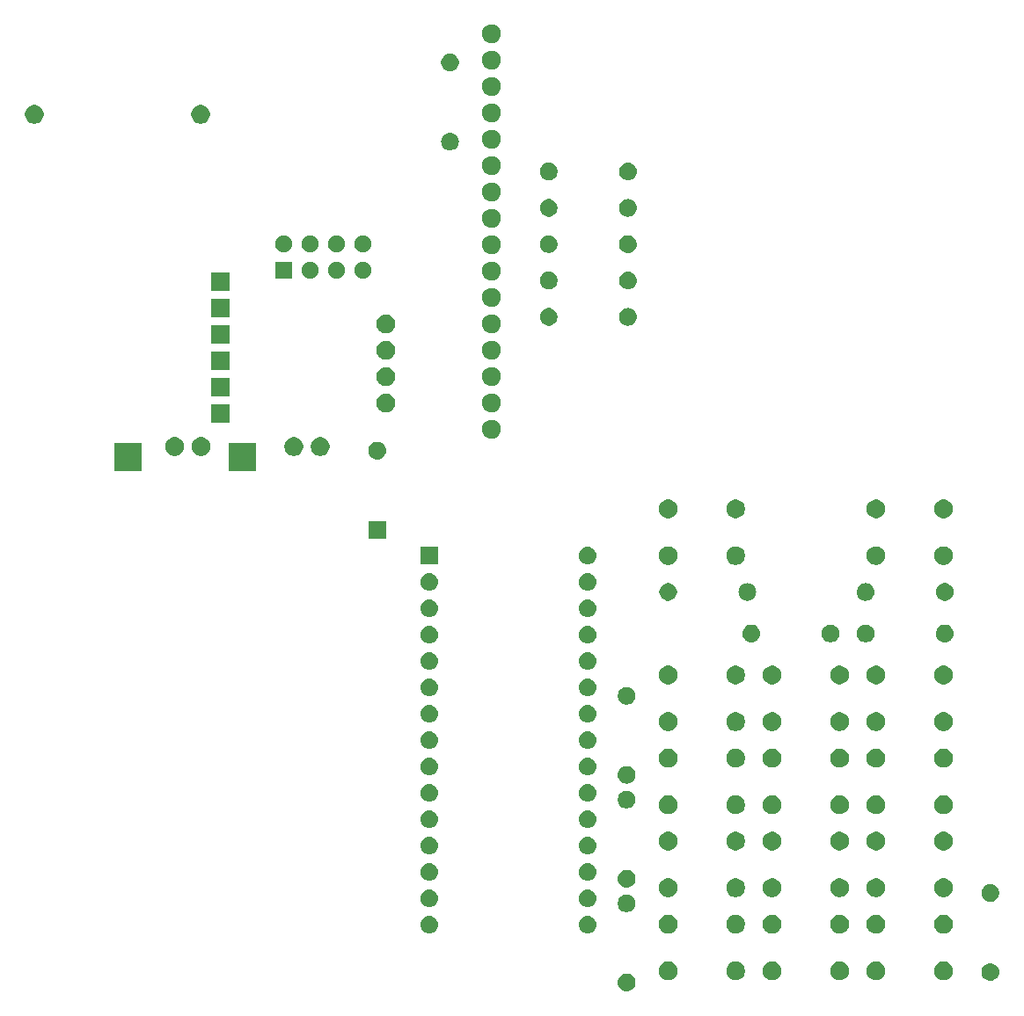
<source format=gbr>
G04 #@! TF.GenerationSoftware,KiCad,Pcbnew,5.0.1*
G04 #@! TF.CreationDate,2019-02-23T17:19:51+01:00*
G04 #@! TF.ProjectId,arduinowalkietalkie,61726475696E6F77616C6B696574616C,1.1*
G04 #@! TF.SameCoordinates,Original*
G04 #@! TF.FileFunction,Soldermask,Top*
G04 #@! TF.FilePolarity,Negative*
%FSLAX46Y46*%
G04 Gerber Fmt 4.6, Leading zero omitted, Abs format (unit mm)*
G04 Created by KiCad (PCBNEW 5.0.1) date Sat 23 Feb 2019 17:19:51 CET*
%MOMM*%
%LPD*%
G01*
G04 APERTURE LIST*
%ADD10C,0.100000*%
G04 APERTURE END LIST*
D10*
G36*
X160166821Y-136781313D02*
X160166824Y-136781314D01*
X160166825Y-136781314D01*
X160327239Y-136829975D01*
X160327241Y-136829976D01*
X160327244Y-136829977D01*
X160475078Y-136908995D01*
X160604659Y-137015341D01*
X160711005Y-137144922D01*
X160790023Y-137292756D01*
X160790024Y-137292759D01*
X160790025Y-137292761D01*
X160838686Y-137453175D01*
X160838687Y-137453179D01*
X160855117Y-137620000D01*
X160838687Y-137786821D01*
X160790023Y-137947244D01*
X160711005Y-138095078D01*
X160604659Y-138224659D01*
X160475078Y-138331005D01*
X160327244Y-138410023D01*
X160327241Y-138410024D01*
X160327239Y-138410025D01*
X160166825Y-138458686D01*
X160166824Y-138458686D01*
X160166821Y-138458687D01*
X160041804Y-138471000D01*
X159958196Y-138471000D01*
X159833179Y-138458687D01*
X159833176Y-138458686D01*
X159833175Y-138458686D01*
X159672761Y-138410025D01*
X159672759Y-138410024D01*
X159672756Y-138410023D01*
X159524922Y-138331005D01*
X159395341Y-138224659D01*
X159288995Y-138095078D01*
X159209977Y-137947244D01*
X159161313Y-137786821D01*
X159144883Y-137620000D01*
X159161313Y-137453179D01*
X159161314Y-137453175D01*
X159209975Y-137292761D01*
X159209976Y-137292759D01*
X159209977Y-137292756D01*
X159288995Y-137144922D01*
X159395341Y-137015341D01*
X159524922Y-136908995D01*
X159672756Y-136829977D01*
X159672759Y-136829976D01*
X159672761Y-136829975D01*
X159833175Y-136781314D01*
X159833176Y-136781314D01*
X159833179Y-136781313D01*
X159958196Y-136769000D01*
X160041804Y-136769000D01*
X160166821Y-136781313D01*
X160166821Y-136781313D01*
G37*
G36*
X195166821Y-135781313D02*
X195166824Y-135781314D01*
X195166825Y-135781314D01*
X195327239Y-135829975D01*
X195327241Y-135829976D01*
X195327244Y-135829977D01*
X195475078Y-135908995D01*
X195604659Y-136015341D01*
X195711005Y-136144922D01*
X195790023Y-136292756D01*
X195838687Y-136453179D01*
X195855117Y-136620000D01*
X195838687Y-136786821D01*
X195838686Y-136786824D01*
X195838686Y-136786825D01*
X195796231Y-136926782D01*
X195790023Y-136947244D01*
X195711005Y-137095078D01*
X195604659Y-137224659D01*
X195475078Y-137331005D01*
X195327244Y-137410023D01*
X195327241Y-137410024D01*
X195327239Y-137410025D01*
X195166825Y-137458686D01*
X195166824Y-137458686D01*
X195166821Y-137458687D01*
X195041804Y-137471000D01*
X194958196Y-137471000D01*
X194833179Y-137458687D01*
X194833176Y-137458686D01*
X194833175Y-137458686D01*
X194672761Y-137410025D01*
X194672759Y-137410024D01*
X194672756Y-137410023D01*
X194524922Y-137331005D01*
X194395341Y-137224659D01*
X194288995Y-137095078D01*
X194209977Y-136947244D01*
X194203770Y-136926782D01*
X194161314Y-136786825D01*
X194161314Y-136786824D01*
X194161313Y-136786821D01*
X194144883Y-136620000D01*
X194161313Y-136453179D01*
X194209977Y-136292756D01*
X194288995Y-136144922D01*
X194395341Y-136015341D01*
X194524922Y-135908995D01*
X194672756Y-135829977D01*
X194672759Y-135829976D01*
X194672761Y-135829975D01*
X194833175Y-135781314D01*
X194833176Y-135781314D01*
X194833179Y-135781313D01*
X194958196Y-135769000D01*
X195041804Y-135769000D01*
X195166821Y-135781313D01*
X195166821Y-135781313D01*
G37*
G36*
X164262812Y-135633624D02*
X164426784Y-135701544D01*
X164574354Y-135800147D01*
X164699853Y-135925646D01*
X164798456Y-136073216D01*
X164866376Y-136237188D01*
X164901000Y-136411259D01*
X164901000Y-136588741D01*
X164866376Y-136762812D01*
X164798456Y-136926784D01*
X164699853Y-137074354D01*
X164574354Y-137199853D01*
X164426784Y-137298456D01*
X164262812Y-137366376D01*
X164088741Y-137401000D01*
X163911259Y-137401000D01*
X163737188Y-137366376D01*
X163573216Y-137298456D01*
X163425646Y-137199853D01*
X163300147Y-137074354D01*
X163201544Y-136926784D01*
X163133624Y-136762812D01*
X163099000Y-136588741D01*
X163099000Y-136411259D01*
X163133624Y-136237188D01*
X163201544Y-136073216D01*
X163300147Y-135925646D01*
X163425646Y-135800147D01*
X163573216Y-135701544D01*
X163737188Y-135633624D01*
X163911259Y-135599000D01*
X164088741Y-135599000D01*
X164262812Y-135633624D01*
X164262812Y-135633624D01*
G37*
G36*
X170762812Y-135633624D02*
X170926784Y-135701544D01*
X171074354Y-135800147D01*
X171199853Y-135925646D01*
X171298456Y-136073216D01*
X171366376Y-136237188D01*
X171401000Y-136411259D01*
X171401000Y-136588741D01*
X171366376Y-136762812D01*
X171298456Y-136926784D01*
X171199853Y-137074354D01*
X171074354Y-137199853D01*
X170926784Y-137298456D01*
X170762812Y-137366376D01*
X170588741Y-137401000D01*
X170411259Y-137401000D01*
X170237188Y-137366376D01*
X170073216Y-137298456D01*
X169925646Y-137199853D01*
X169800147Y-137074354D01*
X169701544Y-136926784D01*
X169633624Y-136762812D01*
X169599000Y-136588741D01*
X169599000Y-136411259D01*
X169633624Y-136237188D01*
X169701544Y-136073216D01*
X169800147Y-135925646D01*
X169925646Y-135800147D01*
X170073216Y-135701544D01*
X170237188Y-135633624D01*
X170411259Y-135599000D01*
X170588741Y-135599000D01*
X170762812Y-135633624D01*
X170762812Y-135633624D01*
G37*
G36*
X174262812Y-135633624D02*
X174426784Y-135701544D01*
X174574354Y-135800147D01*
X174699853Y-135925646D01*
X174798456Y-136073216D01*
X174866376Y-136237188D01*
X174901000Y-136411259D01*
X174901000Y-136588741D01*
X174866376Y-136762812D01*
X174798456Y-136926784D01*
X174699853Y-137074354D01*
X174574354Y-137199853D01*
X174426784Y-137298456D01*
X174262812Y-137366376D01*
X174088741Y-137401000D01*
X173911259Y-137401000D01*
X173737188Y-137366376D01*
X173573216Y-137298456D01*
X173425646Y-137199853D01*
X173300147Y-137074354D01*
X173201544Y-136926784D01*
X173133624Y-136762812D01*
X173099000Y-136588741D01*
X173099000Y-136411259D01*
X173133624Y-136237188D01*
X173201544Y-136073216D01*
X173300147Y-135925646D01*
X173425646Y-135800147D01*
X173573216Y-135701544D01*
X173737188Y-135633624D01*
X173911259Y-135599000D01*
X174088741Y-135599000D01*
X174262812Y-135633624D01*
X174262812Y-135633624D01*
G37*
G36*
X180762812Y-135633624D02*
X180926784Y-135701544D01*
X181074354Y-135800147D01*
X181199853Y-135925646D01*
X181298456Y-136073216D01*
X181366376Y-136237188D01*
X181401000Y-136411259D01*
X181401000Y-136588741D01*
X181366376Y-136762812D01*
X181298456Y-136926784D01*
X181199853Y-137074354D01*
X181074354Y-137199853D01*
X180926784Y-137298456D01*
X180762812Y-137366376D01*
X180588741Y-137401000D01*
X180411259Y-137401000D01*
X180237188Y-137366376D01*
X180073216Y-137298456D01*
X179925646Y-137199853D01*
X179800147Y-137074354D01*
X179701544Y-136926784D01*
X179633624Y-136762812D01*
X179599000Y-136588741D01*
X179599000Y-136411259D01*
X179633624Y-136237188D01*
X179701544Y-136073216D01*
X179800147Y-135925646D01*
X179925646Y-135800147D01*
X180073216Y-135701544D01*
X180237188Y-135633624D01*
X180411259Y-135599000D01*
X180588741Y-135599000D01*
X180762812Y-135633624D01*
X180762812Y-135633624D01*
G37*
G36*
X184262812Y-135633624D02*
X184426784Y-135701544D01*
X184574354Y-135800147D01*
X184699853Y-135925646D01*
X184798456Y-136073216D01*
X184866376Y-136237188D01*
X184901000Y-136411259D01*
X184901000Y-136588741D01*
X184866376Y-136762812D01*
X184798456Y-136926784D01*
X184699853Y-137074354D01*
X184574354Y-137199853D01*
X184426784Y-137298456D01*
X184262812Y-137366376D01*
X184088741Y-137401000D01*
X183911259Y-137401000D01*
X183737188Y-137366376D01*
X183573216Y-137298456D01*
X183425646Y-137199853D01*
X183300147Y-137074354D01*
X183201544Y-136926784D01*
X183133624Y-136762812D01*
X183099000Y-136588741D01*
X183099000Y-136411259D01*
X183133624Y-136237188D01*
X183201544Y-136073216D01*
X183300147Y-135925646D01*
X183425646Y-135800147D01*
X183573216Y-135701544D01*
X183737188Y-135633624D01*
X183911259Y-135599000D01*
X184088741Y-135599000D01*
X184262812Y-135633624D01*
X184262812Y-135633624D01*
G37*
G36*
X190762812Y-135633624D02*
X190926784Y-135701544D01*
X191074354Y-135800147D01*
X191199853Y-135925646D01*
X191298456Y-136073216D01*
X191366376Y-136237188D01*
X191401000Y-136411259D01*
X191401000Y-136588741D01*
X191366376Y-136762812D01*
X191298456Y-136926784D01*
X191199853Y-137074354D01*
X191074354Y-137199853D01*
X190926784Y-137298456D01*
X190762812Y-137366376D01*
X190588741Y-137401000D01*
X190411259Y-137401000D01*
X190237188Y-137366376D01*
X190073216Y-137298456D01*
X189925646Y-137199853D01*
X189800147Y-137074354D01*
X189701544Y-136926784D01*
X189633624Y-136762812D01*
X189599000Y-136588741D01*
X189599000Y-136411259D01*
X189633624Y-136237188D01*
X189701544Y-136073216D01*
X189800147Y-135925646D01*
X189925646Y-135800147D01*
X190073216Y-135701544D01*
X190237188Y-135633624D01*
X190411259Y-135599000D01*
X190588741Y-135599000D01*
X190762812Y-135633624D01*
X190762812Y-135633624D01*
G37*
G36*
X141166821Y-131221313D02*
X141166824Y-131221314D01*
X141166825Y-131221314D01*
X141327239Y-131269975D01*
X141327241Y-131269976D01*
X141327244Y-131269977D01*
X141475078Y-131348995D01*
X141604659Y-131455341D01*
X141711005Y-131584922D01*
X141790023Y-131732756D01*
X141790024Y-131732759D01*
X141790025Y-131732761D01*
X141838686Y-131893175D01*
X141838687Y-131893179D01*
X141855117Y-132060000D01*
X141838687Y-132226821D01*
X141790023Y-132387244D01*
X141711005Y-132535078D01*
X141604659Y-132664659D01*
X141475078Y-132771005D01*
X141327244Y-132850023D01*
X141327241Y-132850024D01*
X141327239Y-132850025D01*
X141166825Y-132898686D01*
X141166824Y-132898686D01*
X141166821Y-132898687D01*
X141041804Y-132911000D01*
X140958196Y-132911000D01*
X140833179Y-132898687D01*
X140833176Y-132898686D01*
X140833175Y-132898686D01*
X140672761Y-132850025D01*
X140672759Y-132850024D01*
X140672756Y-132850023D01*
X140524922Y-132771005D01*
X140395341Y-132664659D01*
X140288995Y-132535078D01*
X140209977Y-132387244D01*
X140161313Y-132226821D01*
X140144883Y-132060000D01*
X140161313Y-131893179D01*
X140161314Y-131893175D01*
X140209975Y-131732761D01*
X140209976Y-131732759D01*
X140209977Y-131732756D01*
X140288995Y-131584922D01*
X140395341Y-131455341D01*
X140524922Y-131348995D01*
X140672756Y-131269977D01*
X140672759Y-131269976D01*
X140672761Y-131269975D01*
X140833175Y-131221314D01*
X140833176Y-131221314D01*
X140833179Y-131221313D01*
X140958196Y-131209000D01*
X141041804Y-131209000D01*
X141166821Y-131221313D01*
X141166821Y-131221313D01*
G37*
G36*
X156406821Y-131221313D02*
X156406824Y-131221314D01*
X156406825Y-131221314D01*
X156567239Y-131269975D01*
X156567241Y-131269976D01*
X156567244Y-131269977D01*
X156715078Y-131348995D01*
X156844659Y-131455341D01*
X156951005Y-131584922D01*
X157030023Y-131732756D01*
X157030024Y-131732759D01*
X157030025Y-131732761D01*
X157078686Y-131893175D01*
X157078687Y-131893179D01*
X157095117Y-132060000D01*
X157078687Y-132226821D01*
X157030023Y-132387244D01*
X156951005Y-132535078D01*
X156844659Y-132664659D01*
X156715078Y-132771005D01*
X156567244Y-132850023D01*
X156567241Y-132850024D01*
X156567239Y-132850025D01*
X156406825Y-132898686D01*
X156406824Y-132898686D01*
X156406821Y-132898687D01*
X156281804Y-132911000D01*
X156198196Y-132911000D01*
X156073179Y-132898687D01*
X156073176Y-132898686D01*
X156073175Y-132898686D01*
X155912761Y-132850025D01*
X155912759Y-132850024D01*
X155912756Y-132850023D01*
X155764922Y-132771005D01*
X155635341Y-132664659D01*
X155528995Y-132535078D01*
X155449977Y-132387244D01*
X155401313Y-132226821D01*
X155384883Y-132060000D01*
X155401313Y-131893179D01*
X155401314Y-131893175D01*
X155449975Y-131732761D01*
X155449976Y-131732759D01*
X155449977Y-131732756D01*
X155528995Y-131584922D01*
X155635341Y-131455341D01*
X155764922Y-131348995D01*
X155912756Y-131269977D01*
X155912759Y-131269976D01*
X155912761Y-131269975D01*
X156073175Y-131221314D01*
X156073176Y-131221314D01*
X156073179Y-131221313D01*
X156198196Y-131209000D01*
X156281804Y-131209000D01*
X156406821Y-131221313D01*
X156406821Y-131221313D01*
G37*
G36*
X174262812Y-131133624D02*
X174426784Y-131201544D01*
X174574354Y-131300147D01*
X174699853Y-131425646D01*
X174798456Y-131573216D01*
X174866376Y-131737188D01*
X174901000Y-131911259D01*
X174901000Y-132088741D01*
X174866376Y-132262812D01*
X174798456Y-132426784D01*
X174699853Y-132574354D01*
X174574354Y-132699853D01*
X174426784Y-132798456D01*
X174262812Y-132866376D01*
X174088741Y-132901000D01*
X173911259Y-132901000D01*
X173737188Y-132866376D01*
X173573216Y-132798456D01*
X173425646Y-132699853D01*
X173300147Y-132574354D01*
X173201544Y-132426784D01*
X173133624Y-132262812D01*
X173099000Y-132088741D01*
X173099000Y-131911259D01*
X173133624Y-131737188D01*
X173201544Y-131573216D01*
X173300147Y-131425646D01*
X173425646Y-131300147D01*
X173573216Y-131201544D01*
X173737188Y-131133624D01*
X173911259Y-131099000D01*
X174088741Y-131099000D01*
X174262812Y-131133624D01*
X174262812Y-131133624D01*
G37*
G36*
X190762812Y-131133624D02*
X190926784Y-131201544D01*
X191074354Y-131300147D01*
X191199853Y-131425646D01*
X191298456Y-131573216D01*
X191366376Y-131737188D01*
X191401000Y-131911259D01*
X191401000Y-132088741D01*
X191366376Y-132262812D01*
X191298456Y-132426784D01*
X191199853Y-132574354D01*
X191074354Y-132699853D01*
X190926784Y-132798456D01*
X190762812Y-132866376D01*
X190588741Y-132901000D01*
X190411259Y-132901000D01*
X190237188Y-132866376D01*
X190073216Y-132798456D01*
X189925646Y-132699853D01*
X189800147Y-132574354D01*
X189701544Y-132426784D01*
X189633624Y-132262812D01*
X189599000Y-132088741D01*
X189599000Y-131911259D01*
X189633624Y-131737188D01*
X189701544Y-131573216D01*
X189800147Y-131425646D01*
X189925646Y-131300147D01*
X190073216Y-131201544D01*
X190237188Y-131133624D01*
X190411259Y-131099000D01*
X190588741Y-131099000D01*
X190762812Y-131133624D01*
X190762812Y-131133624D01*
G37*
G36*
X164262812Y-131133624D02*
X164426784Y-131201544D01*
X164574354Y-131300147D01*
X164699853Y-131425646D01*
X164798456Y-131573216D01*
X164866376Y-131737188D01*
X164901000Y-131911259D01*
X164901000Y-132088741D01*
X164866376Y-132262812D01*
X164798456Y-132426784D01*
X164699853Y-132574354D01*
X164574354Y-132699853D01*
X164426784Y-132798456D01*
X164262812Y-132866376D01*
X164088741Y-132901000D01*
X163911259Y-132901000D01*
X163737188Y-132866376D01*
X163573216Y-132798456D01*
X163425646Y-132699853D01*
X163300147Y-132574354D01*
X163201544Y-132426784D01*
X163133624Y-132262812D01*
X163099000Y-132088741D01*
X163099000Y-131911259D01*
X163133624Y-131737188D01*
X163201544Y-131573216D01*
X163300147Y-131425646D01*
X163425646Y-131300147D01*
X163573216Y-131201544D01*
X163737188Y-131133624D01*
X163911259Y-131099000D01*
X164088741Y-131099000D01*
X164262812Y-131133624D01*
X164262812Y-131133624D01*
G37*
G36*
X170762812Y-131133624D02*
X170926784Y-131201544D01*
X171074354Y-131300147D01*
X171199853Y-131425646D01*
X171298456Y-131573216D01*
X171366376Y-131737188D01*
X171401000Y-131911259D01*
X171401000Y-132088741D01*
X171366376Y-132262812D01*
X171298456Y-132426784D01*
X171199853Y-132574354D01*
X171074354Y-132699853D01*
X170926784Y-132798456D01*
X170762812Y-132866376D01*
X170588741Y-132901000D01*
X170411259Y-132901000D01*
X170237188Y-132866376D01*
X170073216Y-132798456D01*
X169925646Y-132699853D01*
X169800147Y-132574354D01*
X169701544Y-132426784D01*
X169633624Y-132262812D01*
X169599000Y-132088741D01*
X169599000Y-131911259D01*
X169633624Y-131737188D01*
X169701544Y-131573216D01*
X169800147Y-131425646D01*
X169925646Y-131300147D01*
X170073216Y-131201544D01*
X170237188Y-131133624D01*
X170411259Y-131099000D01*
X170588741Y-131099000D01*
X170762812Y-131133624D01*
X170762812Y-131133624D01*
G37*
G36*
X180762812Y-131133624D02*
X180926784Y-131201544D01*
X181074354Y-131300147D01*
X181199853Y-131425646D01*
X181298456Y-131573216D01*
X181366376Y-131737188D01*
X181401000Y-131911259D01*
X181401000Y-132088741D01*
X181366376Y-132262812D01*
X181298456Y-132426784D01*
X181199853Y-132574354D01*
X181074354Y-132699853D01*
X180926784Y-132798456D01*
X180762812Y-132866376D01*
X180588741Y-132901000D01*
X180411259Y-132901000D01*
X180237188Y-132866376D01*
X180073216Y-132798456D01*
X179925646Y-132699853D01*
X179800147Y-132574354D01*
X179701544Y-132426784D01*
X179633624Y-132262812D01*
X179599000Y-132088741D01*
X179599000Y-131911259D01*
X179633624Y-131737188D01*
X179701544Y-131573216D01*
X179800147Y-131425646D01*
X179925646Y-131300147D01*
X180073216Y-131201544D01*
X180237188Y-131133624D01*
X180411259Y-131099000D01*
X180588741Y-131099000D01*
X180762812Y-131133624D01*
X180762812Y-131133624D01*
G37*
G36*
X184262812Y-131133624D02*
X184426784Y-131201544D01*
X184574354Y-131300147D01*
X184699853Y-131425646D01*
X184798456Y-131573216D01*
X184866376Y-131737188D01*
X184901000Y-131911259D01*
X184901000Y-132088741D01*
X184866376Y-132262812D01*
X184798456Y-132426784D01*
X184699853Y-132574354D01*
X184574354Y-132699853D01*
X184426784Y-132798456D01*
X184262812Y-132866376D01*
X184088741Y-132901000D01*
X183911259Y-132901000D01*
X183737188Y-132866376D01*
X183573216Y-132798456D01*
X183425646Y-132699853D01*
X183300147Y-132574354D01*
X183201544Y-132426784D01*
X183133624Y-132262812D01*
X183099000Y-132088741D01*
X183099000Y-131911259D01*
X183133624Y-131737188D01*
X183201544Y-131573216D01*
X183300147Y-131425646D01*
X183425646Y-131300147D01*
X183573216Y-131201544D01*
X183737188Y-131133624D01*
X183911259Y-131099000D01*
X184088741Y-131099000D01*
X184262812Y-131133624D01*
X184262812Y-131133624D01*
G37*
G36*
X160248228Y-129181703D02*
X160403100Y-129245853D01*
X160542481Y-129338985D01*
X160661015Y-129457519D01*
X160754147Y-129596900D01*
X160818297Y-129751772D01*
X160851000Y-129916184D01*
X160851000Y-130083816D01*
X160818297Y-130248228D01*
X160754147Y-130403100D01*
X160661015Y-130542481D01*
X160542481Y-130661015D01*
X160403100Y-130754147D01*
X160248228Y-130818297D01*
X160083816Y-130851000D01*
X159916184Y-130851000D01*
X159751772Y-130818297D01*
X159596900Y-130754147D01*
X159457519Y-130661015D01*
X159338985Y-130542481D01*
X159245853Y-130403100D01*
X159181703Y-130248228D01*
X159149000Y-130083816D01*
X159149000Y-129916184D01*
X159181703Y-129751772D01*
X159245853Y-129596900D01*
X159338985Y-129457519D01*
X159457519Y-129338985D01*
X159596900Y-129245853D01*
X159751772Y-129181703D01*
X159916184Y-129149000D01*
X160083816Y-129149000D01*
X160248228Y-129181703D01*
X160248228Y-129181703D01*
G37*
G36*
X156406821Y-128681313D02*
X156406824Y-128681314D01*
X156406825Y-128681314D01*
X156567239Y-128729975D01*
X156567241Y-128729976D01*
X156567244Y-128729977D01*
X156715078Y-128808995D01*
X156844659Y-128915341D01*
X156951005Y-129044922D01*
X157030023Y-129192756D01*
X157030024Y-129192759D01*
X157030025Y-129192761D01*
X157074382Y-129338986D01*
X157078687Y-129353179D01*
X157095117Y-129520000D01*
X157078687Y-129686821D01*
X157078686Y-129686824D01*
X157078686Y-129686825D01*
X157038805Y-129818296D01*
X157030023Y-129847244D01*
X156951005Y-129995078D01*
X156844659Y-130124659D01*
X156715078Y-130231005D01*
X156567244Y-130310023D01*
X156567241Y-130310024D01*
X156567239Y-130310025D01*
X156406825Y-130358686D01*
X156406824Y-130358686D01*
X156406821Y-130358687D01*
X156281804Y-130371000D01*
X156198196Y-130371000D01*
X156073179Y-130358687D01*
X156073176Y-130358686D01*
X156073175Y-130358686D01*
X155912761Y-130310025D01*
X155912759Y-130310024D01*
X155912756Y-130310023D01*
X155764922Y-130231005D01*
X155635341Y-130124659D01*
X155528995Y-129995078D01*
X155449977Y-129847244D01*
X155441196Y-129818296D01*
X155401314Y-129686825D01*
X155401314Y-129686824D01*
X155401313Y-129686821D01*
X155384883Y-129520000D01*
X155401313Y-129353179D01*
X155405618Y-129338986D01*
X155449975Y-129192761D01*
X155449976Y-129192759D01*
X155449977Y-129192756D01*
X155528995Y-129044922D01*
X155635341Y-128915341D01*
X155764922Y-128808995D01*
X155912756Y-128729977D01*
X155912759Y-128729976D01*
X155912761Y-128729975D01*
X156073175Y-128681314D01*
X156073176Y-128681314D01*
X156073179Y-128681313D01*
X156198196Y-128669000D01*
X156281804Y-128669000D01*
X156406821Y-128681313D01*
X156406821Y-128681313D01*
G37*
G36*
X141166821Y-128681313D02*
X141166824Y-128681314D01*
X141166825Y-128681314D01*
X141327239Y-128729975D01*
X141327241Y-128729976D01*
X141327244Y-128729977D01*
X141475078Y-128808995D01*
X141604659Y-128915341D01*
X141711005Y-129044922D01*
X141790023Y-129192756D01*
X141790024Y-129192759D01*
X141790025Y-129192761D01*
X141834382Y-129338986D01*
X141838687Y-129353179D01*
X141855117Y-129520000D01*
X141838687Y-129686821D01*
X141838686Y-129686824D01*
X141838686Y-129686825D01*
X141798805Y-129818296D01*
X141790023Y-129847244D01*
X141711005Y-129995078D01*
X141604659Y-130124659D01*
X141475078Y-130231005D01*
X141327244Y-130310023D01*
X141327241Y-130310024D01*
X141327239Y-130310025D01*
X141166825Y-130358686D01*
X141166824Y-130358686D01*
X141166821Y-130358687D01*
X141041804Y-130371000D01*
X140958196Y-130371000D01*
X140833179Y-130358687D01*
X140833176Y-130358686D01*
X140833175Y-130358686D01*
X140672761Y-130310025D01*
X140672759Y-130310024D01*
X140672756Y-130310023D01*
X140524922Y-130231005D01*
X140395341Y-130124659D01*
X140288995Y-129995078D01*
X140209977Y-129847244D01*
X140201196Y-129818296D01*
X140161314Y-129686825D01*
X140161314Y-129686824D01*
X140161313Y-129686821D01*
X140144883Y-129520000D01*
X140161313Y-129353179D01*
X140165618Y-129338986D01*
X140209975Y-129192761D01*
X140209976Y-129192759D01*
X140209977Y-129192756D01*
X140288995Y-129044922D01*
X140395341Y-128915341D01*
X140524922Y-128808995D01*
X140672756Y-128729977D01*
X140672759Y-128729976D01*
X140672761Y-128729975D01*
X140833175Y-128681314D01*
X140833176Y-128681314D01*
X140833179Y-128681313D01*
X140958196Y-128669000D01*
X141041804Y-128669000D01*
X141166821Y-128681313D01*
X141166821Y-128681313D01*
G37*
G36*
X195248228Y-128181703D02*
X195403100Y-128245853D01*
X195542481Y-128338985D01*
X195661015Y-128457519D01*
X195754147Y-128596900D01*
X195818297Y-128751772D01*
X195851000Y-128916184D01*
X195851000Y-129083816D01*
X195818297Y-129248228D01*
X195754147Y-129403100D01*
X195661015Y-129542481D01*
X195542481Y-129661015D01*
X195403100Y-129754147D01*
X195248228Y-129818297D01*
X195083816Y-129851000D01*
X194916184Y-129851000D01*
X194751772Y-129818297D01*
X194596900Y-129754147D01*
X194457519Y-129661015D01*
X194338985Y-129542481D01*
X194245853Y-129403100D01*
X194181703Y-129248228D01*
X194149000Y-129083816D01*
X194149000Y-128916184D01*
X194181703Y-128751772D01*
X194245853Y-128596900D01*
X194338985Y-128457519D01*
X194457519Y-128338985D01*
X194596900Y-128245853D01*
X194751772Y-128181703D01*
X194916184Y-128149000D01*
X195083816Y-128149000D01*
X195248228Y-128181703D01*
X195248228Y-128181703D01*
G37*
G36*
X170762812Y-127633624D02*
X170926784Y-127701544D01*
X171074354Y-127800147D01*
X171199853Y-127925646D01*
X171298456Y-128073216D01*
X171366376Y-128237188D01*
X171401000Y-128411259D01*
X171401000Y-128588741D01*
X171366376Y-128762812D01*
X171298456Y-128926784D01*
X171199853Y-129074354D01*
X171074354Y-129199853D01*
X170926784Y-129298456D01*
X170762812Y-129366376D01*
X170588741Y-129401000D01*
X170411259Y-129401000D01*
X170237188Y-129366376D01*
X170073216Y-129298456D01*
X169925646Y-129199853D01*
X169800147Y-129074354D01*
X169701544Y-128926784D01*
X169633624Y-128762812D01*
X169599000Y-128588741D01*
X169599000Y-128411259D01*
X169633624Y-128237188D01*
X169701544Y-128073216D01*
X169800147Y-127925646D01*
X169925646Y-127800147D01*
X170073216Y-127701544D01*
X170237188Y-127633624D01*
X170411259Y-127599000D01*
X170588741Y-127599000D01*
X170762812Y-127633624D01*
X170762812Y-127633624D01*
G37*
G36*
X184262812Y-127633624D02*
X184426784Y-127701544D01*
X184574354Y-127800147D01*
X184699853Y-127925646D01*
X184798456Y-128073216D01*
X184866376Y-128237188D01*
X184901000Y-128411259D01*
X184901000Y-128588741D01*
X184866376Y-128762812D01*
X184798456Y-128926784D01*
X184699853Y-129074354D01*
X184574354Y-129199853D01*
X184426784Y-129298456D01*
X184262812Y-129366376D01*
X184088741Y-129401000D01*
X183911259Y-129401000D01*
X183737188Y-129366376D01*
X183573216Y-129298456D01*
X183425646Y-129199853D01*
X183300147Y-129074354D01*
X183201544Y-128926784D01*
X183133624Y-128762812D01*
X183099000Y-128588741D01*
X183099000Y-128411259D01*
X183133624Y-128237188D01*
X183201544Y-128073216D01*
X183300147Y-127925646D01*
X183425646Y-127800147D01*
X183573216Y-127701544D01*
X183737188Y-127633624D01*
X183911259Y-127599000D01*
X184088741Y-127599000D01*
X184262812Y-127633624D01*
X184262812Y-127633624D01*
G37*
G36*
X164262812Y-127633624D02*
X164426784Y-127701544D01*
X164574354Y-127800147D01*
X164699853Y-127925646D01*
X164798456Y-128073216D01*
X164866376Y-128237188D01*
X164901000Y-128411259D01*
X164901000Y-128588741D01*
X164866376Y-128762812D01*
X164798456Y-128926784D01*
X164699853Y-129074354D01*
X164574354Y-129199853D01*
X164426784Y-129298456D01*
X164262812Y-129366376D01*
X164088741Y-129401000D01*
X163911259Y-129401000D01*
X163737188Y-129366376D01*
X163573216Y-129298456D01*
X163425646Y-129199853D01*
X163300147Y-129074354D01*
X163201544Y-128926784D01*
X163133624Y-128762812D01*
X163099000Y-128588741D01*
X163099000Y-128411259D01*
X163133624Y-128237188D01*
X163201544Y-128073216D01*
X163300147Y-127925646D01*
X163425646Y-127800147D01*
X163573216Y-127701544D01*
X163737188Y-127633624D01*
X163911259Y-127599000D01*
X164088741Y-127599000D01*
X164262812Y-127633624D01*
X164262812Y-127633624D01*
G37*
G36*
X190762812Y-127633624D02*
X190926784Y-127701544D01*
X191074354Y-127800147D01*
X191199853Y-127925646D01*
X191298456Y-128073216D01*
X191366376Y-128237188D01*
X191401000Y-128411259D01*
X191401000Y-128588741D01*
X191366376Y-128762812D01*
X191298456Y-128926784D01*
X191199853Y-129074354D01*
X191074354Y-129199853D01*
X190926784Y-129298456D01*
X190762812Y-129366376D01*
X190588741Y-129401000D01*
X190411259Y-129401000D01*
X190237188Y-129366376D01*
X190073216Y-129298456D01*
X189925646Y-129199853D01*
X189800147Y-129074354D01*
X189701544Y-128926784D01*
X189633624Y-128762812D01*
X189599000Y-128588741D01*
X189599000Y-128411259D01*
X189633624Y-128237188D01*
X189701544Y-128073216D01*
X189800147Y-127925646D01*
X189925646Y-127800147D01*
X190073216Y-127701544D01*
X190237188Y-127633624D01*
X190411259Y-127599000D01*
X190588741Y-127599000D01*
X190762812Y-127633624D01*
X190762812Y-127633624D01*
G37*
G36*
X180762812Y-127633624D02*
X180926784Y-127701544D01*
X181074354Y-127800147D01*
X181199853Y-127925646D01*
X181298456Y-128073216D01*
X181366376Y-128237188D01*
X181401000Y-128411259D01*
X181401000Y-128588741D01*
X181366376Y-128762812D01*
X181298456Y-128926784D01*
X181199853Y-129074354D01*
X181074354Y-129199853D01*
X180926784Y-129298456D01*
X180762812Y-129366376D01*
X180588741Y-129401000D01*
X180411259Y-129401000D01*
X180237188Y-129366376D01*
X180073216Y-129298456D01*
X179925646Y-129199853D01*
X179800147Y-129074354D01*
X179701544Y-128926784D01*
X179633624Y-128762812D01*
X179599000Y-128588741D01*
X179599000Y-128411259D01*
X179633624Y-128237188D01*
X179701544Y-128073216D01*
X179800147Y-127925646D01*
X179925646Y-127800147D01*
X180073216Y-127701544D01*
X180237188Y-127633624D01*
X180411259Y-127599000D01*
X180588741Y-127599000D01*
X180762812Y-127633624D01*
X180762812Y-127633624D01*
G37*
G36*
X174262812Y-127633624D02*
X174426784Y-127701544D01*
X174574354Y-127800147D01*
X174699853Y-127925646D01*
X174798456Y-128073216D01*
X174866376Y-128237188D01*
X174901000Y-128411259D01*
X174901000Y-128588741D01*
X174866376Y-128762812D01*
X174798456Y-128926784D01*
X174699853Y-129074354D01*
X174574354Y-129199853D01*
X174426784Y-129298456D01*
X174262812Y-129366376D01*
X174088741Y-129401000D01*
X173911259Y-129401000D01*
X173737188Y-129366376D01*
X173573216Y-129298456D01*
X173425646Y-129199853D01*
X173300147Y-129074354D01*
X173201544Y-128926784D01*
X173133624Y-128762812D01*
X173099000Y-128588741D01*
X173099000Y-128411259D01*
X173133624Y-128237188D01*
X173201544Y-128073216D01*
X173300147Y-127925646D01*
X173425646Y-127800147D01*
X173573216Y-127701544D01*
X173737188Y-127633624D01*
X173911259Y-127599000D01*
X174088741Y-127599000D01*
X174262812Y-127633624D01*
X174262812Y-127633624D01*
G37*
G36*
X160166821Y-126781313D02*
X160166824Y-126781314D01*
X160166825Y-126781314D01*
X160327239Y-126829975D01*
X160327241Y-126829976D01*
X160327244Y-126829977D01*
X160475078Y-126908995D01*
X160604659Y-127015341D01*
X160711005Y-127144922D01*
X160790023Y-127292756D01*
X160790024Y-127292759D01*
X160790025Y-127292761D01*
X160794418Y-127307244D01*
X160838687Y-127453179D01*
X160855117Y-127620000D01*
X160838687Y-127786821D01*
X160838686Y-127786824D01*
X160838686Y-127786825D01*
X160825286Y-127831000D01*
X160790023Y-127947244D01*
X160711005Y-128095078D01*
X160604659Y-128224659D01*
X160475078Y-128331005D01*
X160327244Y-128410023D01*
X160327241Y-128410024D01*
X160327239Y-128410025D01*
X160166825Y-128458686D01*
X160166824Y-128458686D01*
X160166821Y-128458687D01*
X160041804Y-128471000D01*
X159958196Y-128471000D01*
X159833179Y-128458687D01*
X159833176Y-128458686D01*
X159833175Y-128458686D01*
X159672761Y-128410025D01*
X159672759Y-128410024D01*
X159672756Y-128410023D01*
X159524922Y-128331005D01*
X159395341Y-128224659D01*
X159288995Y-128095078D01*
X159209977Y-127947244D01*
X159174715Y-127831000D01*
X159161314Y-127786825D01*
X159161314Y-127786824D01*
X159161313Y-127786821D01*
X159144883Y-127620000D01*
X159161313Y-127453179D01*
X159205582Y-127307244D01*
X159209975Y-127292761D01*
X159209976Y-127292759D01*
X159209977Y-127292756D01*
X159288995Y-127144922D01*
X159395341Y-127015341D01*
X159524922Y-126908995D01*
X159672756Y-126829977D01*
X159672759Y-126829976D01*
X159672761Y-126829975D01*
X159833175Y-126781314D01*
X159833176Y-126781314D01*
X159833179Y-126781313D01*
X159958196Y-126769000D01*
X160041804Y-126769000D01*
X160166821Y-126781313D01*
X160166821Y-126781313D01*
G37*
G36*
X141166821Y-126141313D02*
X141166824Y-126141314D01*
X141166825Y-126141314D01*
X141327239Y-126189975D01*
X141327241Y-126189976D01*
X141327244Y-126189977D01*
X141475078Y-126268995D01*
X141604659Y-126375341D01*
X141711005Y-126504922D01*
X141790023Y-126652756D01*
X141790024Y-126652759D01*
X141790025Y-126652761D01*
X141829021Y-126781313D01*
X141838687Y-126813179D01*
X141855117Y-126980000D01*
X141838687Y-127146821D01*
X141838686Y-127146824D01*
X141838686Y-127146825D01*
X141794417Y-127292761D01*
X141790023Y-127307244D01*
X141711005Y-127455078D01*
X141604659Y-127584659D01*
X141475078Y-127691005D01*
X141327244Y-127770023D01*
X141327241Y-127770024D01*
X141327239Y-127770025D01*
X141166825Y-127818686D01*
X141166824Y-127818686D01*
X141166821Y-127818687D01*
X141041804Y-127831000D01*
X140958196Y-127831000D01*
X140833179Y-127818687D01*
X140833176Y-127818686D01*
X140833175Y-127818686D01*
X140672761Y-127770025D01*
X140672759Y-127770024D01*
X140672756Y-127770023D01*
X140524922Y-127691005D01*
X140395341Y-127584659D01*
X140288995Y-127455078D01*
X140209977Y-127307244D01*
X140205584Y-127292761D01*
X140161314Y-127146825D01*
X140161314Y-127146824D01*
X140161313Y-127146821D01*
X140144883Y-126980000D01*
X140161313Y-126813179D01*
X140170979Y-126781313D01*
X140209975Y-126652761D01*
X140209976Y-126652759D01*
X140209977Y-126652756D01*
X140288995Y-126504922D01*
X140395341Y-126375341D01*
X140524922Y-126268995D01*
X140672756Y-126189977D01*
X140672759Y-126189976D01*
X140672761Y-126189975D01*
X140833175Y-126141314D01*
X140833176Y-126141314D01*
X140833179Y-126141313D01*
X140958196Y-126129000D01*
X141041804Y-126129000D01*
X141166821Y-126141313D01*
X141166821Y-126141313D01*
G37*
G36*
X156406821Y-126141313D02*
X156406824Y-126141314D01*
X156406825Y-126141314D01*
X156567239Y-126189975D01*
X156567241Y-126189976D01*
X156567244Y-126189977D01*
X156715078Y-126268995D01*
X156844659Y-126375341D01*
X156951005Y-126504922D01*
X157030023Y-126652756D01*
X157030024Y-126652759D01*
X157030025Y-126652761D01*
X157069021Y-126781313D01*
X157078687Y-126813179D01*
X157095117Y-126980000D01*
X157078687Y-127146821D01*
X157078686Y-127146824D01*
X157078686Y-127146825D01*
X157034417Y-127292761D01*
X157030023Y-127307244D01*
X156951005Y-127455078D01*
X156844659Y-127584659D01*
X156715078Y-127691005D01*
X156567244Y-127770023D01*
X156567241Y-127770024D01*
X156567239Y-127770025D01*
X156406825Y-127818686D01*
X156406824Y-127818686D01*
X156406821Y-127818687D01*
X156281804Y-127831000D01*
X156198196Y-127831000D01*
X156073179Y-127818687D01*
X156073176Y-127818686D01*
X156073175Y-127818686D01*
X155912761Y-127770025D01*
X155912759Y-127770024D01*
X155912756Y-127770023D01*
X155764922Y-127691005D01*
X155635341Y-127584659D01*
X155528995Y-127455078D01*
X155449977Y-127307244D01*
X155445584Y-127292761D01*
X155401314Y-127146825D01*
X155401314Y-127146824D01*
X155401313Y-127146821D01*
X155384883Y-126980000D01*
X155401313Y-126813179D01*
X155410979Y-126781313D01*
X155449975Y-126652761D01*
X155449976Y-126652759D01*
X155449977Y-126652756D01*
X155528995Y-126504922D01*
X155635341Y-126375341D01*
X155764922Y-126268995D01*
X155912756Y-126189977D01*
X155912759Y-126189976D01*
X155912761Y-126189975D01*
X156073175Y-126141314D01*
X156073176Y-126141314D01*
X156073179Y-126141313D01*
X156198196Y-126129000D01*
X156281804Y-126129000D01*
X156406821Y-126141313D01*
X156406821Y-126141313D01*
G37*
G36*
X156406821Y-123601313D02*
X156406824Y-123601314D01*
X156406825Y-123601314D01*
X156567239Y-123649975D01*
X156567241Y-123649976D01*
X156567244Y-123649977D01*
X156715078Y-123728995D01*
X156844659Y-123835341D01*
X156951005Y-123964922D01*
X157030023Y-124112756D01*
X157078687Y-124273179D01*
X157095117Y-124440000D01*
X157078687Y-124606821D01*
X157030023Y-124767244D01*
X156951005Y-124915078D01*
X156844659Y-125044659D01*
X156715078Y-125151005D01*
X156567244Y-125230023D01*
X156567241Y-125230024D01*
X156567239Y-125230025D01*
X156406825Y-125278686D01*
X156406824Y-125278686D01*
X156406821Y-125278687D01*
X156281804Y-125291000D01*
X156198196Y-125291000D01*
X156073179Y-125278687D01*
X156073176Y-125278686D01*
X156073175Y-125278686D01*
X155912761Y-125230025D01*
X155912759Y-125230024D01*
X155912756Y-125230023D01*
X155764922Y-125151005D01*
X155635341Y-125044659D01*
X155528995Y-124915078D01*
X155449977Y-124767244D01*
X155401313Y-124606821D01*
X155384883Y-124440000D01*
X155401313Y-124273179D01*
X155449977Y-124112756D01*
X155528995Y-123964922D01*
X155635341Y-123835341D01*
X155764922Y-123728995D01*
X155912756Y-123649977D01*
X155912759Y-123649976D01*
X155912761Y-123649975D01*
X156073175Y-123601314D01*
X156073176Y-123601314D01*
X156073179Y-123601313D01*
X156198196Y-123589000D01*
X156281804Y-123589000D01*
X156406821Y-123601313D01*
X156406821Y-123601313D01*
G37*
G36*
X141166821Y-123601313D02*
X141166824Y-123601314D01*
X141166825Y-123601314D01*
X141327239Y-123649975D01*
X141327241Y-123649976D01*
X141327244Y-123649977D01*
X141475078Y-123728995D01*
X141604659Y-123835341D01*
X141711005Y-123964922D01*
X141790023Y-124112756D01*
X141838687Y-124273179D01*
X141855117Y-124440000D01*
X141838687Y-124606821D01*
X141790023Y-124767244D01*
X141711005Y-124915078D01*
X141604659Y-125044659D01*
X141475078Y-125151005D01*
X141327244Y-125230023D01*
X141327241Y-125230024D01*
X141327239Y-125230025D01*
X141166825Y-125278686D01*
X141166824Y-125278686D01*
X141166821Y-125278687D01*
X141041804Y-125291000D01*
X140958196Y-125291000D01*
X140833179Y-125278687D01*
X140833176Y-125278686D01*
X140833175Y-125278686D01*
X140672761Y-125230025D01*
X140672759Y-125230024D01*
X140672756Y-125230023D01*
X140524922Y-125151005D01*
X140395341Y-125044659D01*
X140288995Y-124915078D01*
X140209977Y-124767244D01*
X140161313Y-124606821D01*
X140144883Y-124440000D01*
X140161313Y-124273179D01*
X140209977Y-124112756D01*
X140288995Y-123964922D01*
X140395341Y-123835341D01*
X140524922Y-123728995D01*
X140672756Y-123649977D01*
X140672759Y-123649976D01*
X140672761Y-123649975D01*
X140833175Y-123601314D01*
X140833176Y-123601314D01*
X140833179Y-123601313D01*
X140958196Y-123589000D01*
X141041804Y-123589000D01*
X141166821Y-123601313D01*
X141166821Y-123601313D01*
G37*
G36*
X174262812Y-123133624D02*
X174426784Y-123201544D01*
X174574354Y-123300147D01*
X174699853Y-123425646D01*
X174798456Y-123573216D01*
X174866376Y-123737188D01*
X174901000Y-123911259D01*
X174901000Y-124088741D01*
X174866376Y-124262812D01*
X174798456Y-124426784D01*
X174699853Y-124574354D01*
X174574354Y-124699853D01*
X174426784Y-124798456D01*
X174262812Y-124866376D01*
X174088741Y-124901000D01*
X173911259Y-124901000D01*
X173737188Y-124866376D01*
X173573216Y-124798456D01*
X173425646Y-124699853D01*
X173300147Y-124574354D01*
X173201544Y-124426784D01*
X173133624Y-124262812D01*
X173099000Y-124088741D01*
X173099000Y-123911259D01*
X173133624Y-123737188D01*
X173201544Y-123573216D01*
X173300147Y-123425646D01*
X173425646Y-123300147D01*
X173573216Y-123201544D01*
X173737188Y-123133624D01*
X173911259Y-123099000D01*
X174088741Y-123099000D01*
X174262812Y-123133624D01*
X174262812Y-123133624D01*
G37*
G36*
X180762812Y-123133624D02*
X180926784Y-123201544D01*
X181074354Y-123300147D01*
X181199853Y-123425646D01*
X181298456Y-123573216D01*
X181366376Y-123737188D01*
X181401000Y-123911259D01*
X181401000Y-124088741D01*
X181366376Y-124262812D01*
X181298456Y-124426784D01*
X181199853Y-124574354D01*
X181074354Y-124699853D01*
X180926784Y-124798456D01*
X180762812Y-124866376D01*
X180588741Y-124901000D01*
X180411259Y-124901000D01*
X180237188Y-124866376D01*
X180073216Y-124798456D01*
X179925646Y-124699853D01*
X179800147Y-124574354D01*
X179701544Y-124426784D01*
X179633624Y-124262812D01*
X179599000Y-124088741D01*
X179599000Y-123911259D01*
X179633624Y-123737188D01*
X179701544Y-123573216D01*
X179800147Y-123425646D01*
X179925646Y-123300147D01*
X180073216Y-123201544D01*
X180237188Y-123133624D01*
X180411259Y-123099000D01*
X180588741Y-123099000D01*
X180762812Y-123133624D01*
X180762812Y-123133624D01*
G37*
G36*
X170762812Y-123133624D02*
X170926784Y-123201544D01*
X171074354Y-123300147D01*
X171199853Y-123425646D01*
X171298456Y-123573216D01*
X171366376Y-123737188D01*
X171401000Y-123911259D01*
X171401000Y-124088741D01*
X171366376Y-124262812D01*
X171298456Y-124426784D01*
X171199853Y-124574354D01*
X171074354Y-124699853D01*
X170926784Y-124798456D01*
X170762812Y-124866376D01*
X170588741Y-124901000D01*
X170411259Y-124901000D01*
X170237188Y-124866376D01*
X170073216Y-124798456D01*
X169925646Y-124699853D01*
X169800147Y-124574354D01*
X169701544Y-124426784D01*
X169633624Y-124262812D01*
X169599000Y-124088741D01*
X169599000Y-123911259D01*
X169633624Y-123737188D01*
X169701544Y-123573216D01*
X169800147Y-123425646D01*
X169925646Y-123300147D01*
X170073216Y-123201544D01*
X170237188Y-123133624D01*
X170411259Y-123099000D01*
X170588741Y-123099000D01*
X170762812Y-123133624D01*
X170762812Y-123133624D01*
G37*
G36*
X184262812Y-123133624D02*
X184426784Y-123201544D01*
X184574354Y-123300147D01*
X184699853Y-123425646D01*
X184798456Y-123573216D01*
X184866376Y-123737188D01*
X184901000Y-123911259D01*
X184901000Y-124088741D01*
X184866376Y-124262812D01*
X184798456Y-124426784D01*
X184699853Y-124574354D01*
X184574354Y-124699853D01*
X184426784Y-124798456D01*
X184262812Y-124866376D01*
X184088741Y-124901000D01*
X183911259Y-124901000D01*
X183737188Y-124866376D01*
X183573216Y-124798456D01*
X183425646Y-124699853D01*
X183300147Y-124574354D01*
X183201544Y-124426784D01*
X183133624Y-124262812D01*
X183099000Y-124088741D01*
X183099000Y-123911259D01*
X183133624Y-123737188D01*
X183201544Y-123573216D01*
X183300147Y-123425646D01*
X183425646Y-123300147D01*
X183573216Y-123201544D01*
X183737188Y-123133624D01*
X183911259Y-123099000D01*
X184088741Y-123099000D01*
X184262812Y-123133624D01*
X184262812Y-123133624D01*
G37*
G36*
X190762812Y-123133624D02*
X190926784Y-123201544D01*
X191074354Y-123300147D01*
X191199853Y-123425646D01*
X191298456Y-123573216D01*
X191366376Y-123737188D01*
X191401000Y-123911259D01*
X191401000Y-124088741D01*
X191366376Y-124262812D01*
X191298456Y-124426784D01*
X191199853Y-124574354D01*
X191074354Y-124699853D01*
X190926784Y-124798456D01*
X190762812Y-124866376D01*
X190588741Y-124901000D01*
X190411259Y-124901000D01*
X190237188Y-124866376D01*
X190073216Y-124798456D01*
X189925646Y-124699853D01*
X189800147Y-124574354D01*
X189701544Y-124426784D01*
X189633624Y-124262812D01*
X189599000Y-124088741D01*
X189599000Y-123911259D01*
X189633624Y-123737188D01*
X189701544Y-123573216D01*
X189800147Y-123425646D01*
X189925646Y-123300147D01*
X190073216Y-123201544D01*
X190237188Y-123133624D01*
X190411259Y-123099000D01*
X190588741Y-123099000D01*
X190762812Y-123133624D01*
X190762812Y-123133624D01*
G37*
G36*
X164262812Y-123133624D02*
X164426784Y-123201544D01*
X164574354Y-123300147D01*
X164699853Y-123425646D01*
X164798456Y-123573216D01*
X164866376Y-123737188D01*
X164901000Y-123911259D01*
X164901000Y-124088741D01*
X164866376Y-124262812D01*
X164798456Y-124426784D01*
X164699853Y-124574354D01*
X164574354Y-124699853D01*
X164426784Y-124798456D01*
X164262812Y-124866376D01*
X164088741Y-124901000D01*
X163911259Y-124901000D01*
X163737188Y-124866376D01*
X163573216Y-124798456D01*
X163425646Y-124699853D01*
X163300147Y-124574354D01*
X163201544Y-124426784D01*
X163133624Y-124262812D01*
X163099000Y-124088741D01*
X163099000Y-123911259D01*
X163133624Y-123737188D01*
X163201544Y-123573216D01*
X163300147Y-123425646D01*
X163425646Y-123300147D01*
X163573216Y-123201544D01*
X163737188Y-123133624D01*
X163911259Y-123099000D01*
X164088741Y-123099000D01*
X164262812Y-123133624D01*
X164262812Y-123133624D01*
G37*
G36*
X156406821Y-121061313D02*
X156406824Y-121061314D01*
X156406825Y-121061314D01*
X156567239Y-121109975D01*
X156567241Y-121109976D01*
X156567244Y-121109977D01*
X156715078Y-121188995D01*
X156844659Y-121295341D01*
X156951005Y-121424922D01*
X157030023Y-121572756D01*
X157078687Y-121733179D01*
X157095117Y-121900000D01*
X157078687Y-122066821D01*
X157030023Y-122227244D01*
X156951005Y-122375078D01*
X156844659Y-122504659D01*
X156715078Y-122611005D01*
X156567244Y-122690023D01*
X156567241Y-122690024D01*
X156567239Y-122690025D01*
X156406825Y-122738686D01*
X156406824Y-122738686D01*
X156406821Y-122738687D01*
X156281804Y-122751000D01*
X156198196Y-122751000D01*
X156073179Y-122738687D01*
X156073176Y-122738686D01*
X156073175Y-122738686D01*
X155912761Y-122690025D01*
X155912759Y-122690024D01*
X155912756Y-122690023D01*
X155764922Y-122611005D01*
X155635341Y-122504659D01*
X155528995Y-122375078D01*
X155449977Y-122227244D01*
X155401313Y-122066821D01*
X155384883Y-121900000D01*
X155401313Y-121733179D01*
X155449977Y-121572756D01*
X155528995Y-121424922D01*
X155635341Y-121295341D01*
X155764922Y-121188995D01*
X155912756Y-121109977D01*
X155912759Y-121109976D01*
X155912761Y-121109975D01*
X156073175Y-121061314D01*
X156073176Y-121061314D01*
X156073179Y-121061313D01*
X156198196Y-121049000D01*
X156281804Y-121049000D01*
X156406821Y-121061313D01*
X156406821Y-121061313D01*
G37*
G36*
X141166821Y-121061313D02*
X141166824Y-121061314D01*
X141166825Y-121061314D01*
X141327239Y-121109975D01*
X141327241Y-121109976D01*
X141327244Y-121109977D01*
X141475078Y-121188995D01*
X141604659Y-121295341D01*
X141711005Y-121424922D01*
X141790023Y-121572756D01*
X141838687Y-121733179D01*
X141855117Y-121900000D01*
X141838687Y-122066821D01*
X141790023Y-122227244D01*
X141711005Y-122375078D01*
X141604659Y-122504659D01*
X141475078Y-122611005D01*
X141327244Y-122690023D01*
X141327241Y-122690024D01*
X141327239Y-122690025D01*
X141166825Y-122738686D01*
X141166824Y-122738686D01*
X141166821Y-122738687D01*
X141041804Y-122751000D01*
X140958196Y-122751000D01*
X140833179Y-122738687D01*
X140833176Y-122738686D01*
X140833175Y-122738686D01*
X140672761Y-122690025D01*
X140672759Y-122690024D01*
X140672756Y-122690023D01*
X140524922Y-122611005D01*
X140395341Y-122504659D01*
X140288995Y-122375078D01*
X140209977Y-122227244D01*
X140161313Y-122066821D01*
X140144883Y-121900000D01*
X140161313Y-121733179D01*
X140209977Y-121572756D01*
X140288995Y-121424922D01*
X140395341Y-121295341D01*
X140524922Y-121188995D01*
X140672756Y-121109977D01*
X140672759Y-121109976D01*
X140672761Y-121109975D01*
X140833175Y-121061314D01*
X140833176Y-121061314D01*
X140833179Y-121061313D01*
X140958196Y-121049000D01*
X141041804Y-121049000D01*
X141166821Y-121061313D01*
X141166821Y-121061313D01*
G37*
G36*
X170762812Y-119633624D02*
X170926784Y-119701544D01*
X171074354Y-119800147D01*
X171199853Y-119925646D01*
X171298456Y-120073216D01*
X171366376Y-120237188D01*
X171401000Y-120411259D01*
X171401000Y-120588741D01*
X171366376Y-120762812D01*
X171298456Y-120926784D01*
X171199853Y-121074354D01*
X171074354Y-121199853D01*
X170926784Y-121298456D01*
X170762812Y-121366376D01*
X170588741Y-121401000D01*
X170411259Y-121401000D01*
X170237188Y-121366376D01*
X170073216Y-121298456D01*
X169925646Y-121199853D01*
X169800147Y-121074354D01*
X169701544Y-120926784D01*
X169633624Y-120762812D01*
X169599000Y-120588741D01*
X169599000Y-120411259D01*
X169633624Y-120237188D01*
X169701544Y-120073216D01*
X169800147Y-119925646D01*
X169925646Y-119800147D01*
X170073216Y-119701544D01*
X170237188Y-119633624D01*
X170411259Y-119599000D01*
X170588741Y-119599000D01*
X170762812Y-119633624D01*
X170762812Y-119633624D01*
G37*
G36*
X164262812Y-119633624D02*
X164426784Y-119701544D01*
X164574354Y-119800147D01*
X164699853Y-119925646D01*
X164798456Y-120073216D01*
X164866376Y-120237188D01*
X164901000Y-120411259D01*
X164901000Y-120588741D01*
X164866376Y-120762812D01*
X164798456Y-120926784D01*
X164699853Y-121074354D01*
X164574354Y-121199853D01*
X164426784Y-121298456D01*
X164262812Y-121366376D01*
X164088741Y-121401000D01*
X163911259Y-121401000D01*
X163737188Y-121366376D01*
X163573216Y-121298456D01*
X163425646Y-121199853D01*
X163300147Y-121074354D01*
X163201544Y-120926784D01*
X163133624Y-120762812D01*
X163099000Y-120588741D01*
X163099000Y-120411259D01*
X163133624Y-120237188D01*
X163201544Y-120073216D01*
X163300147Y-119925646D01*
X163425646Y-119800147D01*
X163573216Y-119701544D01*
X163737188Y-119633624D01*
X163911259Y-119599000D01*
X164088741Y-119599000D01*
X164262812Y-119633624D01*
X164262812Y-119633624D01*
G37*
G36*
X190762812Y-119633624D02*
X190926784Y-119701544D01*
X191074354Y-119800147D01*
X191199853Y-119925646D01*
X191298456Y-120073216D01*
X191366376Y-120237188D01*
X191401000Y-120411259D01*
X191401000Y-120588741D01*
X191366376Y-120762812D01*
X191298456Y-120926784D01*
X191199853Y-121074354D01*
X191074354Y-121199853D01*
X190926784Y-121298456D01*
X190762812Y-121366376D01*
X190588741Y-121401000D01*
X190411259Y-121401000D01*
X190237188Y-121366376D01*
X190073216Y-121298456D01*
X189925646Y-121199853D01*
X189800147Y-121074354D01*
X189701544Y-120926784D01*
X189633624Y-120762812D01*
X189599000Y-120588741D01*
X189599000Y-120411259D01*
X189633624Y-120237188D01*
X189701544Y-120073216D01*
X189800147Y-119925646D01*
X189925646Y-119800147D01*
X190073216Y-119701544D01*
X190237188Y-119633624D01*
X190411259Y-119599000D01*
X190588741Y-119599000D01*
X190762812Y-119633624D01*
X190762812Y-119633624D01*
G37*
G36*
X180762812Y-119633624D02*
X180926784Y-119701544D01*
X181074354Y-119800147D01*
X181199853Y-119925646D01*
X181298456Y-120073216D01*
X181366376Y-120237188D01*
X181401000Y-120411259D01*
X181401000Y-120588741D01*
X181366376Y-120762812D01*
X181298456Y-120926784D01*
X181199853Y-121074354D01*
X181074354Y-121199853D01*
X180926784Y-121298456D01*
X180762812Y-121366376D01*
X180588741Y-121401000D01*
X180411259Y-121401000D01*
X180237188Y-121366376D01*
X180073216Y-121298456D01*
X179925646Y-121199853D01*
X179800147Y-121074354D01*
X179701544Y-120926784D01*
X179633624Y-120762812D01*
X179599000Y-120588741D01*
X179599000Y-120411259D01*
X179633624Y-120237188D01*
X179701544Y-120073216D01*
X179800147Y-119925646D01*
X179925646Y-119800147D01*
X180073216Y-119701544D01*
X180237188Y-119633624D01*
X180411259Y-119599000D01*
X180588741Y-119599000D01*
X180762812Y-119633624D01*
X180762812Y-119633624D01*
G37*
G36*
X184262812Y-119633624D02*
X184426784Y-119701544D01*
X184574354Y-119800147D01*
X184699853Y-119925646D01*
X184798456Y-120073216D01*
X184866376Y-120237188D01*
X184901000Y-120411259D01*
X184901000Y-120588741D01*
X184866376Y-120762812D01*
X184798456Y-120926784D01*
X184699853Y-121074354D01*
X184574354Y-121199853D01*
X184426784Y-121298456D01*
X184262812Y-121366376D01*
X184088741Y-121401000D01*
X183911259Y-121401000D01*
X183737188Y-121366376D01*
X183573216Y-121298456D01*
X183425646Y-121199853D01*
X183300147Y-121074354D01*
X183201544Y-120926784D01*
X183133624Y-120762812D01*
X183099000Y-120588741D01*
X183099000Y-120411259D01*
X183133624Y-120237188D01*
X183201544Y-120073216D01*
X183300147Y-119925646D01*
X183425646Y-119800147D01*
X183573216Y-119701544D01*
X183737188Y-119633624D01*
X183911259Y-119599000D01*
X184088741Y-119599000D01*
X184262812Y-119633624D01*
X184262812Y-119633624D01*
G37*
G36*
X174262812Y-119633624D02*
X174426784Y-119701544D01*
X174574354Y-119800147D01*
X174699853Y-119925646D01*
X174798456Y-120073216D01*
X174866376Y-120237188D01*
X174901000Y-120411259D01*
X174901000Y-120588741D01*
X174866376Y-120762812D01*
X174798456Y-120926784D01*
X174699853Y-121074354D01*
X174574354Y-121199853D01*
X174426784Y-121298456D01*
X174262812Y-121366376D01*
X174088741Y-121401000D01*
X173911259Y-121401000D01*
X173737188Y-121366376D01*
X173573216Y-121298456D01*
X173425646Y-121199853D01*
X173300147Y-121074354D01*
X173201544Y-120926784D01*
X173133624Y-120762812D01*
X173099000Y-120588741D01*
X173099000Y-120411259D01*
X173133624Y-120237188D01*
X173201544Y-120073216D01*
X173300147Y-119925646D01*
X173425646Y-119800147D01*
X173573216Y-119701544D01*
X173737188Y-119633624D01*
X173911259Y-119599000D01*
X174088741Y-119599000D01*
X174262812Y-119633624D01*
X174262812Y-119633624D01*
G37*
G36*
X160248228Y-119181703D02*
X160403100Y-119245853D01*
X160542481Y-119338985D01*
X160661015Y-119457519D01*
X160754147Y-119596900D01*
X160818297Y-119751772D01*
X160851000Y-119916184D01*
X160851000Y-120083816D01*
X160818297Y-120248228D01*
X160754147Y-120403100D01*
X160661015Y-120542481D01*
X160542481Y-120661015D01*
X160403100Y-120754147D01*
X160248228Y-120818297D01*
X160083816Y-120851000D01*
X159916184Y-120851000D01*
X159751772Y-120818297D01*
X159596900Y-120754147D01*
X159457519Y-120661015D01*
X159338985Y-120542481D01*
X159245853Y-120403100D01*
X159181703Y-120248228D01*
X159149000Y-120083816D01*
X159149000Y-119916184D01*
X159181703Y-119751772D01*
X159245853Y-119596900D01*
X159338985Y-119457519D01*
X159457519Y-119338985D01*
X159596900Y-119245853D01*
X159751772Y-119181703D01*
X159916184Y-119149000D01*
X160083816Y-119149000D01*
X160248228Y-119181703D01*
X160248228Y-119181703D01*
G37*
G36*
X156406821Y-118521313D02*
X156406824Y-118521314D01*
X156406825Y-118521314D01*
X156567239Y-118569975D01*
X156567241Y-118569976D01*
X156567244Y-118569977D01*
X156715078Y-118648995D01*
X156844659Y-118755341D01*
X156951005Y-118884922D01*
X157030023Y-119032756D01*
X157030024Y-119032759D01*
X157030025Y-119032761D01*
X157075206Y-119181703D01*
X157078687Y-119193179D01*
X157095117Y-119360000D01*
X157078687Y-119526821D01*
X157078686Y-119526824D01*
X157078686Y-119526825D01*
X157046289Y-119633625D01*
X157030023Y-119687244D01*
X156951005Y-119835078D01*
X156844659Y-119964659D01*
X156715078Y-120071005D01*
X156567244Y-120150023D01*
X156567241Y-120150024D01*
X156567239Y-120150025D01*
X156406825Y-120198686D01*
X156406824Y-120198686D01*
X156406821Y-120198687D01*
X156281804Y-120211000D01*
X156198196Y-120211000D01*
X156073179Y-120198687D01*
X156073176Y-120198686D01*
X156073175Y-120198686D01*
X155912761Y-120150025D01*
X155912759Y-120150024D01*
X155912756Y-120150023D01*
X155764922Y-120071005D01*
X155635341Y-119964659D01*
X155528995Y-119835078D01*
X155449977Y-119687244D01*
X155433712Y-119633625D01*
X155401314Y-119526825D01*
X155401314Y-119526824D01*
X155401313Y-119526821D01*
X155384883Y-119360000D01*
X155401313Y-119193179D01*
X155404794Y-119181703D01*
X155449975Y-119032761D01*
X155449976Y-119032759D01*
X155449977Y-119032756D01*
X155528995Y-118884922D01*
X155635341Y-118755341D01*
X155764922Y-118648995D01*
X155912756Y-118569977D01*
X155912759Y-118569976D01*
X155912761Y-118569975D01*
X156073175Y-118521314D01*
X156073176Y-118521314D01*
X156073179Y-118521313D01*
X156198196Y-118509000D01*
X156281804Y-118509000D01*
X156406821Y-118521313D01*
X156406821Y-118521313D01*
G37*
G36*
X141166821Y-118521313D02*
X141166824Y-118521314D01*
X141166825Y-118521314D01*
X141327239Y-118569975D01*
X141327241Y-118569976D01*
X141327244Y-118569977D01*
X141475078Y-118648995D01*
X141604659Y-118755341D01*
X141711005Y-118884922D01*
X141790023Y-119032756D01*
X141790024Y-119032759D01*
X141790025Y-119032761D01*
X141835206Y-119181703D01*
X141838687Y-119193179D01*
X141855117Y-119360000D01*
X141838687Y-119526821D01*
X141838686Y-119526824D01*
X141838686Y-119526825D01*
X141806289Y-119633625D01*
X141790023Y-119687244D01*
X141711005Y-119835078D01*
X141604659Y-119964659D01*
X141475078Y-120071005D01*
X141327244Y-120150023D01*
X141327241Y-120150024D01*
X141327239Y-120150025D01*
X141166825Y-120198686D01*
X141166824Y-120198686D01*
X141166821Y-120198687D01*
X141041804Y-120211000D01*
X140958196Y-120211000D01*
X140833179Y-120198687D01*
X140833176Y-120198686D01*
X140833175Y-120198686D01*
X140672761Y-120150025D01*
X140672759Y-120150024D01*
X140672756Y-120150023D01*
X140524922Y-120071005D01*
X140395341Y-119964659D01*
X140288995Y-119835078D01*
X140209977Y-119687244D01*
X140193712Y-119633625D01*
X140161314Y-119526825D01*
X140161314Y-119526824D01*
X140161313Y-119526821D01*
X140144883Y-119360000D01*
X140161313Y-119193179D01*
X140164794Y-119181703D01*
X140209975Y-119032761D01*
X140209976Y-119032759D01*
X140209977Y-119032756D01*
X140288995Y-118884922D01*
X140395341Y-118755341D01*
X140524922Y-118648995D01*
X140672756Y-118569977D01*
X140672759Y-118569976D01*
X140672761Y-118569975D01*
X140833175Y-118521314D01*
X140833176Y-118521314D01*
X140833179Y-118521313D01*
X140958196Y-118509000D01*
X141041804Y-118509000D01*
X141166821Y-118521313D01*
X141166821Y-118521313D01*
G37*
G36*
X160166821Y-116781313D02*
X160166824Y-116781314D01*
X160166825Y-116781314D01*
X160327239Y-116829975D01*
X160327241Y-116829976D01*
X160327244Y-116829977D01*
X160475078Y-116908995D01*
X160604659Y-117015341D01*
X160711005Y-117144922D01*
X160790023Y-117292756D01*
X160790024Y-117292759D01*
X160790025Y-117292761D01*
X160830036Y-117424659D01*
X160838687Y-117453179D01*
X160855117Y-117620000D01*
X160838687Y-117786821D01*
X160790023Y-117947244D01*
X160711005Y-118095078D01*
X160604659Y-118224659D01*
X160475078Y-118331005D01*
X160327244Y-118410023D01*
X160327241Y-118410024D01*
X160327239Y-118410025D01*
X160166825Y-118458686D01*
X160166824Y-118458686D01*
X160166821Y-118458687D01*
X160041804Y-118471000D01*
X159958196Y-118471000D01*
X159833179Y-118458687D01*
X159833176Y-118458686D01*
X159833175Y-118458686D01*
X159672761Y-118410025D01*
X159672759Y-118410024D01*
X159672756Y-118410023D01*
X159524922Y-118331005D01*
X159395341Y-118224659D01*
X159288995Y-118095078D01*
X159209977Y-117947244D01*
X159161313Y-117786821D01*
X159144883Y-117620000D01*
X159161313Y-117453179D01*
X159169964Y-117424659D01*
X159209975Y-117292761D01*
X159209976Y-117292759D01*
X159209977Y-117292756D01*
X159288995Y-117144922D01*
X159395341Y-117015341D01*
X159524922Y-116908995D01*
X159672756Y-116829977D01*
X159672759Y-116829976D01*
X159672761Y-116829975D01*
X159833175Y-116781314D01*
X159833176Y-116781314D01*
X159833179Y-116781313D01*
X159958196Y-116769000D01*
X160041804Y-116769000D01*
X160166821Y-116781313D01*
X160166821Y-116781313D01*
G37*
G36*
X141166821Y-115981313D02*
X141166824Y-115981314D01*
X141166825Y-115981314D01*
X141327239Y-116029975D01*
X141327241Y-116029976D01*
X141327244Y-116029977D01*
X141475078Y-116108995D01*
X141604659Y-116215341D01*
X141711005Y-116344922D01*
X141790023Y-116492756D01*
X141838687Y-116653179D01*
X141855117Y-116820000D01*
X141838687Y-116986821D01*
X141838686Y-116986824D01*
X141838686Y-116986825D01*
X141790728Y-117144922D01*
X141790023Y-117147244D01*
X141711005Y-117295078D01*
X141604659Y-117424659D01*
X141475078Y-117531005D01*
X141327244Y-117610023D01*
X141327241Y-117610024D01*
X141327239Y-117610025D01*
X141166825Y-117658686D01*
X141166824Y-117658686D01*
X141166821Y-117658687D01*
X141041804Y-117671000D01*
X140958196Y-117671000D01*
X140833179Y-117658687D01*
X140833176Y-117658686D01*
X140833175Y-117658686D01*
X140672761Y-117610025D01*
X140672759Y-117610024D01*
X140672756Y-117610023D01*
X140524922Y-117531005D01*
X140395341Y-117424659D01*
X140288995Y-117295078D01*
X140209977Y-117147244D01*
X140209273Y-117144922D01*
X140161314Y-116986825D01*
X140161314Y-116986824D01*
X140161313Y-116986821D01*
X140144883Y-116820000D01*
X140161313Y-116653179D01*
X140209977Y-116492756D01*
X140288995Y-116344922D01*
X140395341Y-116215341D01*
X140524922Y-116108995D01*
X140672756Y-116029977D01*
X140672759Y-116029976D01*
X140672761Y-116029975D01*
X140833175Y-115981314D01*
X140833176Y-115981314D01*
X140833179Y-115981313D01*
X140958196Y-115969000D01*
X141041804Y-115969000D01*
X141166821Y-115981313D01*
X141166821Y-115981313D01*
G37*
G36*
X156406821Y-115981313D02*
X156406824Y-115981314D01*
X156406825Y-115981314D01*
X156567239Y-116029975D01*
X156567241Y-116029976D01*
X156567244Y-116029977D01*
X156715078Y-116108995D01*
X156844659Y-116215341D01*
X156951005Y-116344922D01*
X157030023Y-116492756D01*
X157078687Y-116653179D01*
X157095117Y-116820000D01*
X157078687Y-116986821D01*
X157078686Y-116986824D01*
X157078686Y-116986825D01*
X157030728Y-117144922D01*
X157030023Y-117147244D01*
X156951005Y-117295078D01*
X156844659Y-117424659D01*
X156715078Y-117531005D01*
X156567244Y-117610023D01*
X156567241Y-117610024D01*
X156567239Y-117610025D01*
X156406825Y-117658686D01*
X156406824Y-117658686D01*
X156406821Y-117658687D01*
X156281804Y-117671000D01*
X156198196Y-117671000D01*
X156073179Y-117658687D01*
X156073176Y-117658686D01*
X156073175Y-117658686D01*
X155912761Y-117610025D01*
X155912759Y-117610024D01*
X155912756Y-117610023D01*
X155764922Y-117531005D01*
X155635341Y-117424659D01*
X155528995Y-117295078D01*
X155449977Y-117147244D01*
X155449273Y-117144922D01*
X155401314Y-116986825D01*
X155401314Y-116986824D01*
X155401313Y-116986821D01*
X155384883Y-116820000D01*
X155401313Y-116653179D01*
X155449977Y-116492756D01*
X155528995Y-116344922D01*
X155635341Y-116215341D01*
X155764922Y-116108995D01*
X155912756Y-116029977D01*
X155912759Y-116029976D01*
X155912761Y-116029975D01*
X156073175Y-115981314D01*
X156073176Y-115981314D01*
X156073179Y-115981313D01*
X156198196Y-115969000D01*
X156281804Y-115969000D01*
X156406821Y-115981313D01*
X156406821Y-115981313D01*
G37*
G36*
X184262812Y-115133624D02*
X184426784Y-115201544D01*
X184574354Y-115300147D01*
X184699853Y-115425646D01*
X184798456Y-115573216D01*
X184866376Y-115737188D01*
X184901000Y-115911259D01*
X184901000Y-116088741D01*
X184866376Y-116262812D01*
X184798456Y-116426784D01*
X184699853Y-116574354D01*
X184574354Y-116699853D01*
X184426784Y-116798456D01*
X184262812Y-116866376D01*
X184088741Y-116901000D01*
X183911259Y-116901000D01*
X183737188Y-116866376D01*
X183573216Y-116798456D01*
X183425646Y-116699853D01*
X183300147Y-116574354D01*
X183201544Y-116426784D01*
X183133624Y-116262812D01*
X183099000Y-116088741D01*
X183099000Y-115911259D01*
X183133624Y-115737188D01*
X183201544Y-115573216D01*
X183300147Y-115425646D01*
X183425646Y-115300147D01*
X183573216Y-115201544D01*
X183737188Y-115133624D01*
X183911259Y-115099000D01*
X184088741Y-115099000D01*
X184262812Y-115133624D01*
X184262812Y-115133624D01*
G37*
G36*
X174262812Y-115133624D02*
X174426784Y-115201544D01*
X174574354Y-115300147D01*
X174699853Y-115425646D01*
X174798456Y-115573216D01*
X174866376Y-115737188D01*
X174901000Y-115911259D01*
X174901000Y-116088741D01*
X174866376Y-116262812D01*
X174798456Y-116426784D01*
X174699853Y-116574354D01*
X174574354Y-116699853D01*
X174426784Y-116798456D01*
X174262812Y-116866376D01*
X174088741Y-116901000D01*
X173911259Y-116901000D01*
X173737188Y-116866376D01*
X173573216Y-116798456D01*
X173425646Y-116699853D01*
X173300147Y-116574354D01*
X173201544Y-116426784D01*
X173133624Y-116262812D01*
X173099000Y-116088741D01*
X173099000Y-115911259D01*
X173133624Y-115737188D01*
X173201544Y-115573216D01*
X173300147Y-115425646D01*
X173425646Y-115300147D01*
X173573216Y-115201544D01*
X173737188Y-115133624D01*
X173911259Y-115099000D01*
X174088741Y-115099000D01*
X174262812Y-115133624D01*
X174262812Y-115133624D01*
G37*
G36*
X170762812Y-115133624D02*
X170926784Y-115201544D01*
X171074354Y-115300147D01*
X171199853Y-115425646D01*
X171298456Y-115573216D01*
X171366376Y-115737188D01*
X171401000Y-115911259D01*
X171401000Y-116088741D01*
X171366376Y-116262812D01*
X171298456Y-116426784D01*
X171199853Y-116574354D01*
X171074354Y-116699853D01*
X170926784Y-116798456D01*
X170762812Y-116866376D01*
X170588741Y-116901000D01*
X170411259Y-116901000D01*
X170237188Y-116866376D01*
X170073216Y-116798456D01*
X169925646Y-116699853D01*
X169800147Y-116574354D01*
X169701544Y-116426784D01*
X169633624Y-116262812D01*
X169599000Y-116088741D01*
X169599000Y-115911259D01*
X169633624Y-115737188D01*
X169701544Y-115573216D01*
X169800147Y-115425646D01*
X169925646Y-115300147D01*
X170073216Y-115201544D01*
X170237188Y-115133624D01*
X170411259Y-115099000D01*
X170588741Y-115099000D01*
X170762812Y-115133624D01*
X170762812Y-115133624D01*
G37*
G36*
X164262812Y-115133624D02*
X164426784Y-115201544D01*
X164574354Y-115300147D01*
X164699853Y-115425646D01*
X164798456Y-115573216D01*
X164866376Y-115737188D01*
X164901000Y-115911259D01*
X164901000Y-116088741D01*
X164866376Y-116262812D01*
X164798456Y-116426784D01*
X164699853Y-116574354D01*
X164574354Y-116699853D01*
X164426784Y-116798456D01*
X164262812Y-116866376D01*
X164088741Y-116901000D01*
X163911259Y-116901000D01*
X163737188Y-116866376D01*
X163573216Y-116798456D01*
X163425646Y-116699853D01*
X163300147Y-116574354D01*
X163201544Y-116426784D01*
X163133624Y-116262812D01*
X163099000Y-116088741D01*
X163099000Y-115911259D01*
X163133624Y-115737188D01*
X163201544Y-115573216D01*
X163300147Y-115425646D01*
X163425646Y-115300147D01*
X163573216Y-115201544D01*
X163737188Y-115133624D01*
X163911259Y-115099000D01*
X164088741Y-115099000D01*
X164262812Y-115133624D01*
X164262812Y-115133624D01*
G37*
G36*
X190762812Y-115133624D02*
X190926784Y-115201544D01*
X191074354Y-115300147D01*
X191199853Y-115425646D01*
X191298456Y-115573216D01*
X191366376Y-115737188D01*
X191401000Y-115911259D01*
X191401000Y-116088741D01*
X191366376Y-116262812D01*
X191298456Y-116426784D01*
X191199853Y-116574354D01*
X191074354Y-116699853D01*
X190926784Y-116798456D01*
X190762812Y-116866376D01*
X190588741Y-116901000D01*
X190411259Y-116901000D01*
X190237188Y-116866376D01*
X190073216Y-116798456D01*
X189925646Y-116699853D01*
X189800147Y-116574354D01*
X189701544Y-116426784D01*
X189633624Y-116262812D01*
X189599000Y-116088741D01*
X189599000Y-115911259D01*
X189633624Y-115737188D01*
X189701544Y-115573216D01*
X189800147Y-115425646D01*
X189925646Y-115300147D01*
X190073216Y-115201544D01*
X190237188Y-115133624D01*
X190411259Y-115099000D01*
X190588741Y-115099000D01*
X190762812Y-115133624D01*
X190762812Y-115133624D01*
G37*
G36*
X180762812Y-115133624D02*
X180926784Y-115201544D01*
X181074354Y-115300147D01*
X181199853Y-115425646D01*
X181298456Y-115573216D01*
X181366376Y-115737188D01*
X181401000Y-115911259D01*
X181401000Y-116088741D01*
X181366376Y-116262812D01*
X181298456Y-116426784D01*
X181199853Y-116574354D01*
X181074354Y-116699853D01*
X180926784Y-116798456D01*
X180762812Y-116866376D01*
X180588741Y-116901000D01*
X180411259Y-116901000D01*
X180237188Y-116866376D01*
X180073216Y-116798456D01*
X179925646Y-116699853D01*
X179800147Y-116574354D01*
X179701544Y-116426784D01*
X179633624Y-116262812D01*
X179599000Y-116088741D01*
X179599000Y-115911259D01*
X179633624Y-115737188D01*
X179701544Y-115573216D01*
X179800147Y-115425646D01*
X179925646Y-115300147D01*
X180073216Y-115201544D01*
X180237188Y-115133624D01*
X180411259Y-115099000D01*
X180588741Y-115099000D01*
X180762812Y-115133624D01*
X180762812Y-115133624D01*
G37*
G36*
X156406821Y-113441313D02*
X156406824Y-113441314D01*
X156406825Y-113441314D01*
X156567239Y-113489975D01*
X156567241Y-113489976D01*
X156567244Y-113489977D01*
X156715078Y-113568995D01*
X156844659Y-113675341D01*
X156951005Y-113804922D01*
X157030023Y-113952756D01*
X157078687Y-114113179D01*
X157095117Y-114280000D01*
X157078687Y-114446821D01*
X157030023Y-114607244D01*
X156951005Y-114755078D01*
X156844659Y-114884659D01*
X156715078Y-114991005D01*
X156567244Y-115070023D01*
X156567241Y-115070024D01*
X156567239Y-115070025D01*
X156406825Y-115118686D01*
X156406824Y-115118686D01*
X156406821Y-115118687D01*
X156281804Y-115131000D01*
X156198196Y-115131000D01*
X156073179Y-115118687D01*
X156073176Y-115118686D01*
X156073175Y-115118686D01*
X155912761Y-115070025D01*
X155912759Y-115070024D01*
X155912756Y-115070023D01*
X155764922Y-114991005D01*
X155635341Y-114884659D01*
X155528995Y-114755078D01*
X155449977Y-114607244D01*
X155401313Y-114446821D01*
X155384883Y-114280000D01*
X155401313Y-114113179D01*
X155449977Y-113952756D01*
X155528995Y-113804922D01*
X155635341Y-113675341D01*
X155764922Y-113568995D01*
X155912756Y-113489977D01*
X155912759Y-113489976D01*
X155912761Y-113489975D01*
X156073175Y-113441314D01*
X156073176Y-113441314D01*
X156073179Y-113441313D01*
X156198196Y-113429000D01*
X156281804Y-113429000D01*
X156406821Y-113441313D01*
X156406821Y-113441313D01*
G37*
G36*
X141166821Y-113441313D02*
X141166824Y-113441314D01*
X141166825Y-113441314D01*
X141327239Y-113489975D01*
X141327241Y-113489976D01*
X141327244Y-113489977D01*
X141475078Y-113568995D01*
X141604659Y-113675341D01*
X141711005Y-113804922D01*
X141790023Y-113952756D01*
X141838687Y-114113179D01*
X141855117Y-114280000D01*
X141838687Y-114446821D01*
X141790023Y-114607244D01*
X141711005Y-114755078D01*
X141604659Y-114884659D01*
X141475078Y-114991005D01*
X141327244Y-115070023D01*
X141327241Y-115070024D01*
X141327239Y-115070025D01*
X141166825Y-115118686D01*
X141166824Y-115118686D01*
X141166821Y-115118687D01*
X141041804Y-115131000D01*
X140958196Y-115131000D01*
X140833179Y-115118687D01*
X140833176Y-115118686D01*
X140833175Y-115118686D01*
X140672761Y-115070025D01*
X140672759Y-115070024D01*
X140672756Y-115070023D01*
X140524922Y-114991005D01*
X140395341Y-114884659D01*
X140288995Y-114755078D01*
X140209977Y-114607244D01*
X140161313Y-114446821D01*
X140144883Y-114280000D01*
X140161313Y-114113179D01*
X140209977Y-113952756D01*
X140288995Y-113804922D01*
X140395341Y-113675341D01*
X140524922Y-113568995D01*
X140672756Y-113489977D01*
X140672759Y-113489976D01*
X140672761Y-113489975D01*
X140833175Y-113441314D01*
X140833176Y-113441314D01*
X140833179Y-113441313D01*
X140958196Y-113429000D01*
X141041804Y-113429000D01*
X141166821Y-113441313D01*
X141166821Y-113441313D01*
G37*
G36*
X170762812Y-111633624D02*
X170926784Y-111701544D01*
X171074354Y-111800147D01*
X171199853Y-111925646D01*
X171298456Y-112073216D01*
X171366376Y-112237188D01*
X171401000Y-112411259D01*
X171401000Y-112588741D01*
X171366376Y-112762812D01*
X171298456Y-112926784D01*
X171199853Y-113074354D01*
X171074354Y-113199853D01*
X170926784Y-113298456D01*
X170762812Y-113366376D01*
X170588741Y-113401000D01*
X170411259Y-113401000D01*
X170237188Y-113366376D01*
X170073216Y-113298456D01*
X169925646Y-113199853D01*
X169800147Y-113074354D01*
X169701544Y-112926784D01*
X169633624Y-112762812D01*
X169599000Y-112588741D01*
X169599000Y-112411259D01*
X169633624Y-112237188D01*
X169701544Y-112073216D01*
X169800147Y-111925646D01*
X169925646Y-111800147D01*
X170073216Y-111701544D01*
X170237188Y-111633624D01*
X170411259Y-111599000D01*
X170588741Y-111599000D01*
X170762812Y-111633624D01*
X170762812Y-111633624D01*
G37*
G36*
X190762812Y-111633624D02*
X190926784Y-111701544D01*
X191074354Y-111800147D01*
X191199853Y-111925646D01*
X191298456Y-112073216D01*
X191366376Y-112237188D01*
X191401000Y-112411259D01*
X191401000Y-112588741D01*
X191366376Y-112762812D01*
X191298456Y-112926784D01*
X191199853Y-113074354D01*
X191074354Y-113199853D01*
X190926784Y-113298456D01*
X190762812Y-113366376D01*
X190588741Y-113401000D01*
X190411259Y-113401000D01*
X190237188Y-113366376D01*
X190073216Y-113298456D01*
X189925646Y-113199853D01*
X189800147Y-113074354D01*
X189701544Y-112926784D01*
X189633624Y-112762812D01*
X189599000Y-112588741D01*
X189599000Y-112411259D01*
X189633624Y-112237188D01*
X189701544Y-112073216D01*
X189800147Y-111925646D01*
X189925646Y-111800147D01*
X190073216Y-111701544D01*
X190237188Y-111633624D01*
X190411259Y-111599000D01*
X190588741Y-111599000D01*
X190762812Y-111633624D01*
X190762812Y-111633624D01*
G37*
G36*
X184262812Y-111633624D02*
X184426784Y-111701544D01*
X184574354Y-111800147D01*
X184699853Y-111925646D01*
X184798456Y-112073216D01*
X184866376Y-112237188D01*
X184901000Y-112411259D01*
X184901000Y-112588741D01*
X184866376Y-112762812D01*
X184798456Y-112926784D01*
X184699853Y-113074354D01*
X184574354Y-113199853D01*
X184426784Y-113298456D01*
X184262812Y-113366376D01*
X184088741Y-113401000D01*
X183911259Y-113401000D01*
X183737188Y-113366376D01*
X183573216Y-113298456D01*
X183425646Y-113199853D01*
X183300147Y-113074354D01*
X183201544Y-112926784D01*
X183133624Y-112762812D01*
X183099000Y-112588741D01*
X183099000Y-112411259D01*
X183133624Y-112237188D01*
X183201544Y-112073216D01*
X183300147Y-111925646D01*
X183425646Y-111800147D01*
X183573216Y-111701544D01*
X183737188Y-111633624D01*
X183911259Y-111599000D01*
X184088741Y-111599000D01*
X184262812Y-111633624D01*
X184262812Y-111633624D01*
G37*
G36*
X164262812Y-111633624D02*
X164426784Y-111701544D01*
X164574354Y-111800147D01*
X164699853Y-111925646D01*
X164798456Y-112073216D01*
X164866376Y-112237188D01*
X164901000Y-112411259D01*
X164901000Y-112588741D01*
X164866376Y-112762812D01*
X164798456Y-112926784D01*
X164699853Y-113074354D01*
X164574354Y-113199853D01*
X164426784Y-113298456D01*
X164262812Y-113366376D01*
X164088741Y-113401000D01*
X163911259Y-113401000D01*
X163737188Y-113366376D01*
X163573216Y-113298456D01*
X163425646Y-113199853D01*
X163300147Y-113074354D01*
X163201544Y-112926784D01*
X163133624Y-112762812D01*
X163099000Y-112588741D01*
X163099000Y-112411259D01*
X163133624Y-112237188D01*
X163201544Y-112073216D01*
X163300147Y-111925646D01*
X163425646Y-111800147D01*
X163573216Y-111701544D01*
X163737188Y-111633624D01*
X163911259Y-111599000D01*
X164088741Y-111599000D01*
X164262812Y-111633624D01*
X164262812Y-111633624D01*
G37*
G36*
X180762812Y-111633624D02*
X180926784Y-111701544D01*
X181074354Y-111800147D01*
X181199853Y-111925646D01*
X181298456Y-112073216D01*
X181366376Y-112237188D01*
X181401000Y-112411259D01*
X181401000Y-112588741D01*
X181366376Y-112762812D01*
X181298456Y-112926784D01*
X181199853Y-113074354D01*
X181074354Y-113199853D01*
X180926784Y-113298456D01*
X180762812Y-113366376D01*
X180588741Y-113401000D01*
X180411259Y-113401000D01*
X180237188Y-113366376D01*
X180073216Y-113298456D01*
X179925646Y-113199853D01*
X179800147Y-113074354D01*
X179701544Y-112926784D01*
X179633624Y-112762812D01*
X179599000Y-112588741D01*
X179599000Y-112411259D01*
X179633624Y-112237188D01*
X179701544Y-112073216D01*
X179800147Y-111925646D01*
X179925646Y-111800147D01*
X180073216Y-111701544D01*
X180237188Y-111633624D01*
X180411259Y-111599000D01*
X180588741Y-111599000D01*
X180762812Y-111633624D01*
X180762812Y-111633624D01*
G37*
G36*
X174262812Y-111633624D02*
X174426784Y-111701544D01*
X174574354Y-111800147D01*
X174699853Y-111925646D01*
X174798456Y-112073216D01*
X174866376Y-112237188D01*
X174901000Y-112411259D01*
X174901000Y-112588741D01*
X174866376Y-112762812D01*
X174798456Y-112926784D01*
X174699853Y-113074354D01*
X174574354Y-113199853D01*
X174426784Y-113298456D01*
X174262812Y-113366376D01*
X174088741Y-113401000D01*
X173911259Y-113401000D01*
X173737188Y-113366376D01*
X173573216Y-113298456D01*
X173425646Y-113199853D01*
X173300147Y-113074354D01*
X173201544Y-112926784D01*
X173133624Y-112762812D01*
X173099000Y-112588741D01*
X173099000Y-112411259D01*
X173133624Y-112237188D01*
X173201544Y-112073216D01*
X173300147Y-111925646D01*
X173425646Y-111800147D01*
X173573216Y-111701544D01*
X173737188Y-111633624D01*
X173911259Y-111599000D01*
X174088741Y-111599000D01*
X174262812Y-111633624D01*
X174262812Y-111633624D01*
G37*
G36*
X141166821Y-110901313D02*
X141166824Y-110901314D01*
X141166825Y-110901314D01*
X141327239Y-110949975D01*
X141327241Y-110949976D01*
X141327244Y-110949977D01*
X141475078Y-111028995D01*
X141604659Y-111135341D01*
X141711005Y-111264922D01*
X141790023Y-111412756D01*
X141838687Y-111573179D01*
X141855117Y-111740000D01*
X141838687Y-111906821D01*
X141838686Y-111906824D01*
X141838686Y-111906825D01*
X141832977Y-111925646D01*
X141790023Y-112067244D01*
X141711005Y-112215078D01*
X141604659Y-112344659D01*
X141475078Y-112451005D01*
X141327244Y-112530023D01*
X141327241Y-112530024D01*
X141327239Y-112530025D01*
X141166825Y-112578686D01*
X141166824Y-112578686D01*
X141166821Y-112578687D01*
X141041804Y-112591000D01*
X140958196Y-112591000D01*
X140833179Y-112578687D01*
X140833176Y-112578686D01*
X140833175Y-112578686D01*
X140672761Y-112530025D01*
X140672759Y-112530024D01*
X140672756Y-112530023D01*
X140524922Y-112451005D01*
X140395341Y-112344659D01*
X140288995Y-112215078D01*
X140209977Y-112067244D01*
X140167024Y-111925646D01*
X140161314Y-111906825D01*
X140161314Y-111906824D01*
X140161313Y-111906821D01*
X140144883Y-111740000D01*
X140161313Y-111573179D01*
X140209977Y-111412756D01*
X140288995Y-111264922D01*
X140395341Y-111135341D01*
X140524922Y-111028995D01*
X140672756Y-110949977D01*
X140672759Y-110949976D01*
X140672761Y-110949975D01*
X140833175Y-110901314D01*
X140833176Y-110901314D01*
X140833179Y-110901313D01*
X140958196Y-110889000D01*
X141041804Y-110889000D01*
X141166821Y-110901313D01*
X141166821Y-110901313D01*
G37*
G36*
X156406821Y-110901313D02*
X156406824Y-110901314D01*
X156406825Y-110901314D01*
X156567239Y-110949975D01*
X156567241Y-110949976D01*
X156567244Y-110949977D01*
X156715078Y-111028995D01*
X156844659Y-111135341D01*
X156951005Y-111264922D01*
X157030023Y-111412756D01*
X157078687Y-111573179D01*
X157095117Y-111740000D01*
X157078687Y-111906821D01*
X157078686Y-111906824D01*
X157078686Y-111906825D01*
X157072977Y-111925646D01*
X157030023Y-112067244D01*
X156951005Y-112215078D01*
X156844659Y-112344659D01*
X156715078Y-112451005D01*
X156567244Y-112530023D01*
X156567241Y-112530024D01*
X156567239Y-112530025D01*
X156406825Y-112578686D01*
X156406824Y-112578686D01*
X156406821Y-112578687D01*
X156281804Y-112591000D01*
X156198196Y-112591000D01*
X156073179Y-112578687D01*
X156073176Y-112578686D01*
X156073175Y-112578686D01*
X155912761Y-112530025D01*
X155912759Y-112530024D01*
X155912756Y-112530023D01*
X155764922Y-112451005D01*
X155635341Y-112344659D01*
X155528995Y-112215078D01*
X155449977Y-112067244D01*
X155407024Y-111925646D01*
X155401314Y-111906825D01*
X155401314Y-111906824D01*
X155401313Y-111906821D01*
X155384883Y-111740000D01*
X155401313Y-111573179D01*
X155449977Y-111412756D01*
X155528995Y-111264922D01*
X155635341Y-111135341D01*
X155764922Y-111028995D01*
X155912756Y-110949977D01*
X155912759Y-110949976D01*
X155912761Y-110949975D01*
X156073175Y-110901314D01*
X156073176Y-110901314D01*
X156073179Y-110901313D01*
X156198196Y-110889000D01*
X156281804Y-110889000D01*
X156406821Y-110901313D01*
X156406821Y-110901313D01*
G37*
G36*
X160248228Y-109181703D02*
X160403100Y-109245853D01*
X160542481Y-109338985D01*
X160661015Y-109457519D01*
X160754147Y-109596900D01*
X160818297Y-109751772D01*
X160851000Y-109916184D01*
X160851000Y-110083816D01*
X160818297Y-110248228D01*
X160754147Y-110403100D01*
X160661015Y-110542481D01*
X160542481Y-110661015D01*
X160403100Y-110754147D01*
X160248228Y-110818297D01*
X160083816Y-110851000D01*
X159916184Y-110851000D01*
X159751772Y-110818297D01*
X159596900Y-110754147D01*
X159457519Y-110661015D01*
X159338985Y-110542481D01*
X159245853Y-110403100D01*
X159181703Y-110248228D01*
X159149000Y-110083816D01*
X159149000Y-109916184D01*
X159181703Y-109751772D01*
X159245853Y-109596900D01*
X159338985Y-109457519D01*
X159457519Y-109338985D01*
X159596900Y-109245853D01*
X159751772Y-109181703D01*
X159916184Y-109149000D01*
X160083816Y-109149000D01*
X160248228Y-109181703D01*
X160248228Y-109181703D01*
G37*
G36*
X156406821Y-108361313D02*
X156406824Y-108361314D01*
X156406825Y-108361314D01*
X156567239Y-108409975D01*
X156567241Y-108409976D01*
X156567244Y-108409977D01*
X156715078Y-108488995D01*
X156844659Y-108595341D01*
X156951005Y-108724922D01*
X157030023Y-108872756D01*
X157078687Y-109033179D01*
X157095117Y-109200000D01*
X157078687Y-109366821D01*
X157030023Y-109527244D01*
X156951005Y-109675078D01*
X156844659Y-109804659D01*
X156715078Y-109911005D01*
X156567244Y-109990023D01*
X156567241Y-109990024D01*
X156567239Y-109990025D01*
X156406825Y-110038686D01*
X156406824Y-110038686D01*
X156406821Y-110038687D01*
X156281804Y-110051000D01*
X156198196Y-110051000D01*
X156073179Y-110038687D01*
X156073176Y-110038686D01*
X156073175Y-110038686D01*
X155912761Y-109990025D01*
X155912759Y-109990024D01*
X155912756Y-109990023D01*
X155764922Y-109911005D01*
X155635341Y-109804659D01*
X155528995Y-109675078D01*
X155449977Y-109527244D01*
X155401313Y-109366821D01*
X155384883Y-109200000D01*
X155401313Y-109033179D01*
X155449977Y-108872756D01*
X155528995Y-108724922D01*
X155635341Y-108595341D01*
X155764922Y-108488995D01*
X155912756Y-108409977D01*
X155912759Y-108409976D01*
X155912761Y-108409975D01*
X156073175Y-108361314D01*
X156073176Y-108361314D01*
X156073179Y-108361313D01*
X156198196Y-108349000D01*
X156281804Y-108349000D01*
X156406821Y-108361313D01*
X156406821Y-108361313D01*
G37*
G36*
X141166821Y-108361313D02*
X141166824Y-108361314D01*
X141166825Y-108361314D01*
X141327239Y-108409975D01*
X141327241Y-108409976D01*
X141327244Y-108409977D01*
X141475078Y-108488995D01*
X141604659Y-108595341D01*
X141711005Y-108724922D01*
X141790023Y-108872756D01*
X141838687Y-109033179D01*
X141855117Y-109200000D01*
X141838687Y-109366821D01*
X141790023Y-109527244D01*
X141711005Y-109675078D01*
X141604659Y-109804659D01*
X141475078Y-109911005D01*
X141327244Y-109990023D01*
X141327241Y-109990024D01*
X141327239Y-109990025D01*
X141166825Y-110038686D01*
X141166824Y-110038686D01*
X141166821Y-110038687D01*
X141041804Y-110051000D01*
X140958196Y-110051000D01*
X140833179Y-110038687D01*
X140833176Y-110038686D01*
X140833175Y-110038686D01*
X140672761Y-109990025D01*
X140672759Y-109990024D01*
X140672756Y-109990023D01*
X140524922Y-109911005D01*
X140395341Y-109804659D01*
X140288995Y-109675078D01*
X140209977Y-109527244D01*
X140161313Y-109366821D01*
X140144883Y-109200000D01*
X140161313Y-109033179D01*
X140209977Y-108872756D01*
X140288995Y-108724922D01*
X140395341Y-108595341D01*
X140524922Y-108488995D01*
X140672756Y-108409977D01*
X140672759Y-108409976D01*
X140672761Y-108409975D01*
X140833175Y-108361314D01*
X140833176Y-108361314D01*
X140833179Y-108361313D01*
X140958196Y-108349000D01*
X141041804Y-108349000D01*
X141166821Y-108361313D01*
X141166821Y-108361313D01*
G37*
G36*
X180762812Y-107133624D02*
X180926784Y-107201544D01*
X181074354Y-107300147D01*
X181199853Y-107425646D01*
X181298456Y-107573216D01*
X181366376Y-107737188D01*
X181401000Y-107911259D01*
X181401000Y-108088741D01*
X181366376Y-108262812D01*
X181298456Y-108426784D01*
X181199853Y-108574354D01*
X181074354Y-108699853D01*
X180926784Y-108798456D01*
X180762812Y-108866376D01*
X180588741Y-108901000D01*
X180411259Y-108901000D01*
X180237188Y-108866376D01*
X180073216Y-108798456D01*
X179925646Y-108699853D01*
X179800147Y-108574354D01*
X179701544Y-108426784D01*
X179633624Y-108262812D01*
X179599000Y-108088741D01*
X179599000Y-107911259D01*
X179633624Y-107737188D01*
X179701544Y-107573216D01*
X179800147Y-107425646D01*
X179925646Y-107300147D01*
X180073216Y-107201544D01*
X180237188Y-107133624D01*
X180411259Y-107099000D01*
X180588741Y-107099000D01*
X180762812Y-107133624D01*
X180762812Y-107133624D01*
G37*
G36*
X164262812Y-107133624D02*
X164426784Y-107201544D01*
X164574354Y-107300147D01*
X164699853Y-107425646D01*
X164798456Y-107573216D01*
X164866376Y-107737188D01*
X164901000Y-107911259D01*
X164901000Y-108088741D01*
X164866376Y-108262812D01*
X164798456Y-108426784D01*
X164699853Y-108574354D01*
X164574354Y-108699853D01*
X164426784Y-108798456D01*
X164262812Y-108866376D01*
X164088741Y-108901000D01*
X163911259Y-108901000D01*
X163737188Y-108866376D01*
X163573216Y-108798456D01*
X163425646Y-108699853D01*
X163300147Y-108574354D01*
X163201544Y-108426784D01*
X163133624Y-108262812D01*
X163099000Y-108088741D01*
X163099000Y-107911259D01*
X163133624Y-107737188D01*
X163201544Y-107573216D01*
X163300147Y-107425646D01*
X163425646Y-107300147D01*
X163573216Y-107201544D01*
X163737188Y-107133624D01*
X163911259Y-107099000D01*
X164088741Y-107099000D01*
X164262812Y-107133624D01*
X164262812Y-107133624D01*
G37*
G36*
X170762812Y-107133624D02*
X170926784Y-107201544D01*
X171074354Y-107300147D01*
X171199853Y-107425646D01*
X171298456Y-107573216D01*
X171366376Y-107737188D01*
X171401000Y-107911259D01*
X171401000Y-108088741D01*
X171366376Y-108262812D01*
X171298456Y-108426784D01*
X171199853Y-108574354D01*
X171074354Y-108699853D01*
X170926784Y-108798456D01*
X170762812Y-108866376D01*
X170588741Y-108901000D01*
X170411259Y-108901000D01*
X170237188Y-108866376D01*
X170073216Y-108798456D01*
X169925646Y-108699853D01*
X169800147Y-108574354D01*
X169701544Y-108426784D01*
X169633624Y-108262812D01*
X169599000Y-108088741D01*
X169599000Y-107911259D01*
X169633624Y-107737188D01*
X169701544Y-107573216D01*
X169800147Y-107425646D01*
X169925646Y-107300147D01*
X170073216Y-107201544D01*
X170237188Y-107133624D01*
X170411259Y-107099000D01*
X170588741Y-107099000D01*
X170762812Y-107133624D01*
X170762812Y-107133624D01*
G37*
G36*
X174262812Y-107133624D02*
X174426784Y-107201544D01*
X174574354Y-107300147D01*
X174699853Y-107425646D01*
X174798456Y-107573216D01*
X174866376Y-107737188D01*
X174901000Y-107911259D01*
X174901000Y-108088741D01*
X174866376Y-108262812D01*
X174798456Y-108426784D01*
X174699853Y-108574354D01*
X174574354Y-108699853D01*
X174426784Y-108798456D01*
X174262812Y-108866376D01*
X174088741Y-108901000D01*
X173911259Y-108901000D01*
X173737188Y-108866376D01*
X173573216Y-108798456D01*
X173425646Y-108699853D01*
X173300147Y-108574354D01*
X173201544Y-108426784D01*
X173133624Y-108262812D01*
X173099000Y-108088741D01*
X173099000Y-107911259D01*
X173133624Y-107737188D01*
X173201544Y-107573216D01*
X173300147Y-107425646D01*
X173425646Y-107300147D01*
X173573216Y-107201544D01*
X173737188Y-107133624D01*
X173911259Y-107099000D01*
X174088741Y-107099000D01*
X174262812Y-107133624D01*
X174262812Y-107133624D01*
G37*
G36*
X184262812Y-107133624D02*
X184426784Y-107201544D01*
X184574354Y-107300147D01*
X184699853Y-107425646D01*
X184798456Y-107573216D01*
X184866376Y-107737188D01*
X184901000Y-107911259D01*
X184901000Y-108088741D01*
X184866376Y-108262812D01*
X184798456Y-108426784D01*
X184699853Y-108574354D01*
X184574354Y-108699853D01*
X184426784Y-108798456D01*
X184262812Y-108866376D01*
X184088741Y-108901000D01*
X183911259Y-108901000D01*
X183737188Y-108866376D01*
X183573216Y-108798456D01*
X183425646Y-108699853D01*
X183300147Y-108574354D01*
X183201544Y-108426784D01*
X183133624Y-108262812D01*
X183099000Y-108088741D01*
X183099000Y-107911259D01*
X183133624Y-107737188D01*
X183201544Y-107573216D01*
X183300147Y-107425646D01*
X183425646Y-107300147D01*
X183573216Y-107201544D01*
X183737188Y-107133624D01*
X183911259Y-107099000D01*
X184088741Y-107099000D01*
X184262812Y-107133624D01*
X184262812Y-107133624D01*
G37*
G36*
X190762812Y-107133624D02*
X190926784Y-107201544D01*
X191074354Y-107300147D01*
X191199853Y-107425646D01*
X191298456Y-107573216D01*
X191366376Y-107737188D01*
X191401000Y-107911259D01*
X191401000Y-108088741D01*
X191366376Y-108262812D01*
X191298456Y-108426784D01*
X191199853Y-108574354D01*
X191074354Y-108699853D01*
X190926784Y-108798456D01*
X190762812Y-108866376D01*
X190588741Y-108901000D01*
X190411259Y-108901000D01*
X190237188Y-108866376D01*
X190073216Y-108798456D01*
X189925646Y-108699853D01*
X189800147Y-108574354D01*
X189701544Y-108426784D01*
X189633624Y-108262812D01*
X189599000Y-108088741D01*
X189599000Y-107911259D01*
X189633624Y-107737188D01*
X189701544Y-107573216D01*
X189800147Y-107425646D01*
X189925646Y-107300147D01*
X190073216Y-107201544D01*
X190237188Y-107133624D01*
X190411259Y-107099000D01*
X190588741Y-107099000D01*
X190762812Y-107133624D01*
X190762812Y-107133624D01*
G37*
G36*
X141166821Y-105821313D02*
X141166824Y-105821314D01*
X141166825Y-105821314D01*
X141327239Y-105869975D01*
X141327241Y-105869976D01*
X141327244Y-105869977D01*
X141475078Y-105948995D01*
X141604659Y-106055341D01*
X141711005Y-106184922D01*
X141790023Y-106332756D01*
X141838687Y-106493179D01*
X141855117Y-106660000D01*
X141838687Y-106826821D01*
X141790023Y-106987244D01*
X141711005Y-107135078D01*
X141604659Y-107264659D01*
X141475078Y-107371005D01*
X141327244Y-107450023D01*
X141327241Y-107450024D01*
X141327239Y-107450025D01*
X141166825Y-107498686D01*
X141166824Y-107498686D01*
X141166821Y-107498687D01*
X141041804Y-107511000D01*
X140958196Y-107511000D01*
X140833179Y-107498687D01*
X140833176Y-107498686D01*
X140833175Y-107498686D01*
X140672761Y-107450025D01*
X140672759Y-107450024D01*
X140672756Y-107450023D01*
X140524922Y-107371005D01*
X140395341Y-107264659D01*
X140288995Y-107135078D01*
X140209977Y-106987244D01*
X140161313Y-106826821D01*
X140144883Y-106660000D01*
X140161313Y-106493179D01*
X140209977Y-106332756D01*
X140288995Y-106184922D01*
X140395341Y-106055341D01*
X140524922Y-105948995D01*
X140672756Y-105869977D01*
X140672759Y-105869976D01*
X140672761Y-105869975D01*
X140833175Y-105821314D01*
X140833176Y-105821314D01*
X140833179Y-105821313D01*
X140958196Y-105809000D01*
X141041804Y-105809000D01*
X141166821Y-105821313D01*
X141166821Y-105821313D01*
G37*
G36*
X156406821Y-105821313D02*
X156406824Y-105821314D01*
X156406825Y-105821314D01*
X156567239Y-105869975D01*
X156567241Y-105869976D01*
X156567244Y-105869977D01*
X156715078Y-105948995D01*
X156844659Y-106055341D01*
X156951005Y-106184922D01*
X157030023Y-106332756D01*
X157078687Y-106493179D01*
X157095117Y-106660000D01*
X157078687Y-106826821D01*
X157030023Y-106987244D01*
X156951005Y-107135078D01*
X156844659Y-107264659D01*
X156715078Y-107371005D01*
X156567244Y-107450023D01*
X156567241Y-107450024D01*
X156567239Y-107450025D01*
X156406825Y-107498686D01*
X156406824Y-107498686D01*
X156406821Y-107498687D01*
X156281804Y-107511000D01*
X156198196Y-107511000D01*
X156073179Y-107498687D01*
X156073176Y-107498686D01*
X156073175Y-107498686D01*
X155912761Y-107450025D01*
X155912759Y-107450024D01*
X155912756Y-107450023D01*
X155764922Y-107371005D01*
X155635341Y-107264659D01*
X155528995Y-107135078D01*
X155449977Y-106987244D01*
X155401313Y-106826821D01*
X155384883Y-106660000D01*
X155401313Y-106493179D01*
X155449977Y-106332756D01*
X155528995Y-106184922D01*
X155635341Y-106055341D01*
X155764922Y-105948995D01*
X155912756Y-105869977D01*
X155912759Y-105869976D01*
X155912761Y-105869975D01*
X156073175Y-105821314D01*
X156073176Y-105821314D01*
X156073179Y-105821313D01*
X156198196Y-105809000D01*
X156281804Y-105809000D01*
X156406821Y-105821313D01*
X156406821Y-105821313D01*
G37*
G36*
X156406821Y-103281313D02*
X156406824Y-103281314D01*
X156406825Y-103281314D01*
X156567239Y-103329975D01*
X156567241Y-103329976D01*
X156567244Y-103329977D01*
X156715078Y-103408995D01*
X156844659Y-103515341D01*
X156951005Y-103644922D01*
X157030023Y-103792756D01*
X157030024Y-103792759D01*
X157030025Y-103792761D01*
X157067465Y-103916184D01*
X157078687Y-103953179D01*
X157095117Y-104120000D01*
X157078687Y-104286821D01*
X157078686Y-104286824D01*
X157078686Y-104286825D01*
X157066427Y-104327239D01*
X157030023Y-104447244D01*
X156951005Y-104595078D01*
X156844659Y-104724659D01*
X156715078Y-104831005D01*
X156567244Y-104910023D01*
X156567241Y-104910024D01*
X156567239Y-104910025D01*
X156406825Y-104958686D01*
X156406824Y-104958686D01*
X156406821Y-104958687D01*
X156281804Y-104971000D01*
X156198196Y-104971000D01*
X156073179Y-104958687D01*
X156073176Y-104958686D01*
X156073175Y-104958686D01*
X155912761Y-104910025D01*
X155912759Y-104910024D01*
X155912756Y-104910023D01*
X155764922Y-104831005D01*
X155635341Y-104724659D01*
X155528995Y-104595078D01*
X155449977Y-104447244D01*
X155413574Y-104327239D01*
X155401314Y-104286825D01*
X155401314Y-104286824D01*
X155401313Y-104286821D01*
X155384883Y-104120000D01*
X155401313Y-103953179D01*
X155412535Y-103916184D01*
X155449975Y-103792761D01*
X155449976Y-103792759D01*
X155449977Y-103792756D01*
X155528995Y-103644922D01*
X155635341Y-103515341D01*
X155764922Y-103408995D01*
X155912756Y-103329977D01*
X155912759Y-103329976D01*
X155912761Y-103329975D01*
X156073175Y-103281314D01*
X156073176Y-103281314D01*
X156073179Y-103281313D01*
X156198196Y-103269000D01*
X156281804Y-103269000D01*
X156406821Y-103281313D01*
X156406821Y-103281313D01*
G37*
G36*
X141166821Y-103281313D02*
X141166824Y-103281314D01*
X141166825Y-103281314D01*
X141327239Y-103329975D01*
X141327241Y-103329976D01*
X141327244Y-103329977D01*
X141475078Y-103408995D01*
X141604659Y-103515341D01*
X141711005Y-103644922D01*
X141790023Y-103792756D01*
X141790024Y-103792759D01*
X141790025Y-103792761D01*
X141827465Y-103916184D01*
X141838687Y-103953179D01*
X141855117Y-104120000D01*
X141838687Y-104286821D01*
X141838686Y-104286824D01*
X141838686Y-104286825D01*
X141826427Y-104327239D01*
X141790023Y-104447244D01*
X141711005Y-104595078D01*
X141604659Y-104724659D01*
X141475078Y-104831005D01*
X141327244Y-104910023D01*
X141327241Y-104910024D01*
X141327239Y-104910025D01*
X141166825Y-104958686D01*
X141166824Y-104958686D01*
X141166821Y-104958687D01*
X141041804Y-104971000D01*
X140958196Y-104971000D01*
X140833179Y-104958687D01*
X140833176Y-104958686D01*
X140833175Y-104958686D01*
X140672761Y-104910025D01*
X140672759Y-104910024D01*
X140672756Y-104910023D01*
X140524922Y-104831005D01*
X140395341Y-104724659D01*
X140288995Y-104595078D01*
X140209977Y-104447244D01*
X140173574Y-104327239D01*
X140161314Y-104286825D01*
X140161314Y-104286824D01*
X140161313Y-104286821D01*
X140144883Y-104120000D01*
X140161313Y-103953179D01*
X140172535Y-103916184D01*
X140209975Y-103792761D01*
X140209976Y-103792759D01*
X140209977Y-103792756D01*
X140288995Y-103644922D01*
X140395341Y-103515341D01*
X140524922Y-103408995D01*
X140672756Y-103329977D01*
X140672759Y-103329976D01*
X140672761Y-103329975D01*
X140833175Y-103281314D01*
X140833176Y-103281314D01*
X140833179Y-103281313D01*
X140958196Y-103269000D01*
X141041804Y-103269000D01*
X141166821Y-103281313D01*
X141166821Y-103281313D01*
G37*
G36*
X183248228Y-103181703D02*
X183403100Y-103245853D01*
X183542481Y-103338985D01*
X183661015Y-103457519D01*
X183754147Y-103596900D01*
X183818297Y-103751772D01*
X183851000Y-103916184D01*
X183851000Y-104083816D01*
X183818297Y-104248228D01*
X183754147Y-104403100D01*
X183661015Y-104542481D01*
X183542481Y-104661015D01*
X183403100Y-104754147D01*
X183248228Y-104818297D01*
X183083816Y-104851000D01*
X182916184Y-104851000D01*
X182751772Y-104818297D01*
X182596900Y-104754147D01*
X182457519Y-104661015D01*
X182338985Y-104542481D01*
X182245853Y-104403100D01*
X182181703Y-104248228D01*
X182149000Y-104083816D01*
X182149000Y-103916184D01*
X182181703Y-103751772D01*
X182245853Y-103596900D01*
X182338985Y-103457519D01*
X182457519Y-103338985D01*
X182596900Y-103245853D01*
X182751772Y-103181703D01*
X182916184Y-103149000D01*
X183083816Y-103149000D01*
X183248228Y-103181703D01*
X183248228Y-103181703D01*
G37*
G36*
X172166821Y-103161313D02*
X172166824Y-103161314D01*
X172166825Y-103161314D01*
X172327239Y-103209975D01*
X172327241Y-103209976D01*
X172327244Y-103209977D01*
X172475078Y-103288995D01*
X172604659Y-103395341D01*
X172711005Y-103524922D01*
X172790023Y-103672756D01*
X172790024Y-103672759D01*
X172790025Y-103672761D01*
X172838686Y-103833175D01*
X172838687Y-103833179D01*
X172855117Y-104000000D01*
X172838687Y-104166821D01*
X172838686Y-104166824D01*
X172838686Y-104166825D01*
X172802286Y-104286821D01*
X172790023Y-104327244D01*
X172711005Y-104475078D01*
X172604659Y-104604659D01*
X172475078Y-104711005D01*
X172327244Y-104790023D01*
X172327241Y-104790024D01*
X172327239Y-104790025D01*
X172166825Y-104838686D01*
X172166824Y-104838686D01*
X172166821Y-104838687D01*
X172041804Y-104851000D01*
X171958196Y-104851000D01*
X171833179Y-104838687D01*
X171833176Y-104838686D01*
X171833175Y-104838686D01*
X171672761Y-104790025D01*
X171672759Y-104790024D01*
X171672756Y-104790023D01*
X171524922Y-104711005D01*
X171395341Y-104604659D01*
X171288995Y-104475078D01*
X171209977Y-104327244D01*
X171197715Y-104286821D01*
X171161314Y-104166825D01*
X171161314Y-104166824D01*
X171161313Y-104166821D01*
X171144883Y-104000000D01*
X171161313Y-103833179D01*
X171161314Y-103833175D01*
X171209975Y-103672761D01*
X171209976Y-103672759D01*
X171209977Y-103672756D01*
X171288995Y-103524922D01*
X171395341Y-103395341D01*
X171524922Y-103288995D01*
X171672756Y-103209977D01*
X171672759Y-103209976D01*
X171672761Y-103209975D01*
X171833175Y-103161314D01*
X171833176Y-103161314D01*
X171833179Y-103161313D01*
X171958196Y-103149000D01*
X172041804Y-103149000D01*
X172166821Y-103161313D01*
X172166821Y-103161313D01*
G37*
G36*
X179868228Y-103181703D02*
X180023100Y-103245853D01*
X180162481Y-103338985D01*
X180281015Y-103457519D01*
X180374147Y-103596900D01*
X180438297Y-103751772D01*
X180471000Y-103916184D01*
X180471000Y-104083816D01*
X180438297Y-104248228D01*
X180374147Y-104403100D01*
X180281015Y-104542481D01*
X180162481Y-104661015D01*
X180023100Y-104754147D01*
X179868228Y-104818297D01*
X179703816Y-104851000D01*
X179536184Y-104851000D01*
X179371772Y-104818297D01*
X179216900Y-104754147D01*
X179077519Y-104661015D01*
X178958985Y-104542481D01*
X178865853Y-104403100D01*
X178801703Y-104248228D01*
X178769000Y-104083816D01*
X178769000Y-103916184D01*
X178801703Y-103751772D01*
X178865853Y-103596900D01*
X178958985Y-103457519D01*
X179077519Y-103338985D01*
X179216900Y-103245853D01*
X179371772Y-103181703D01*
X179536184Y-103149000D01*
X179703816Y-103149000D01*
X179868228Y-103181703D01*
X179868228Y-103181703D01*
G37*
G36*
X190786821Y-103161313D02*
X190786824Y-103161314D01*
X190786825Y-103161314D01*
X190947239Y-103209975D01*
X190947241Y-103209976D01*
X190947244Y-103209977D01*
X191095078Y-103288995D01*
X191224659Y-103395341D01*
X191331005Y-103524922D01*
X191410023Y-103672756D01*
X191410024Y-103672759D01*
X191410025Y-103672761D01*
X191458686Y-103833175D01*
X191458687Y-103833179D01*
X191475117Y-104000000D01*
X191458687Y-104166821D01*
X191458686Y-104166824D01*
X191458686Y-104166825D01*
X191422286Y-104286821D01*
X191410023Y-104327244D01*
X191331005Y-104475078D01*
X191224659Y-104604659D01*
X191095078Y-104711005D01*
X190947244Y-104790023D01*
X190947241Y-104790024D01*
X190947239Y-104790025D01*
X190786825Y-104838686D01*
X190786824Y-104838686D01*
X190786821Y-104838687D01*
X190661804Y-104851000D01*
X190578196Y-104851000D01*
X190453179Y-104838687D01*
X190453176Y-104838686D01*
X190453175Y-104838686D01*
X190292761Y-104790025D01*
X190292759Y-104790024D01*
X190292756Y-104790023D01*
X190144922Y-104711005D01*
X190015341Y-104604659D01*
X189908995Y-104475078D01*
X189829977Y-104327244D01*
X189817715Y-104286821D01*
X189781314Y-104166825D01*
X189781314Y-104166824D01*
X189781313Y-104166821D01*
X189764883Y-104000000D01*
X189781313Y-103833179D01*
X189781314Y-103833175D01*
X189829975Y-103672761D01*
X189829976Y-103672759D01*
X189829977Y-103672756D01*
X189908995Y-103524922D01*
X190015341Y-103395341D01*
X190144922Y-103288995D01*
X190292756Y-103209977D01*
X190292759Y-103209976D01*
X190292761Y-103209975D01*
X190453175Y-103161314D01*
X190453176Y-103161314D01*
X190453179Y-103161313D01*
X190578196Y-103149000D01*
X190661804Y-103149000D01*
X190786821Y-103161313D01*
X190786821Y-103161313D01*
G37*
G36*
X156406821Y-100741313D02*
X156406824Y-100741314D01*
X156406825Y-100741314D01*
X156567239Y-100789975D01*
X156567241Y-100789976D01*
X156567244Y-100789977D01*
X156715078Y-100868995D01*
X156844659Y-100975341D01*
X156951005Y-101104922D01*
X157030023Y-101252756D01*
X157078687Y-101413179D01*
X157095117Y-101580000D01*
X157078687Y-101746821D01*
X157030023Y-101907244D01*
X156951005Y-102055078D01*
X156844659Y-102184659D01*
X156715078Y-102291005D01*
X156567244Y-102370023D01*
X156567241Y-102370024D01*
X156567239Y-102370025D01*
X156406825Y-102418686D01*
X156406824Y-102418686D01*
X156406821Y-102418687D01*
X156281804Y-102431000D01*
X156198196Y-102431000D01*
X156073179Y-102418687D01*
X156073176Y-102418686D01*
X156073175Y-102418686D01*
X155912761Y-102370025D01*
X155912759Y-102370024D01*
X155912756Y-102370023D01*
X155764922Y-102291005D01*
X155635341Y-102184659D01*
X155528995Y-102055078D01*
X155449977Y-101907244D01*
X155401313Y-101746821D01*
X155384883Y-101580000D01*
X155401313Y-101413179D01*
X155449977Y-101252756D01*
X155528995Y-101104922D01*
X155635341Y-100975341D01*
X155764922Y-100868995D01*
X155912756Y-100789977D01*
X155912759Y-100789976D01*
X155912761Y-100789975D01*
X156073175Y-100741314D01*
X156073176Y-100741314D01*
X156073179Y-100741313D01*
X156198196Y-100729000D01*
X156281804Y-100729000D01*
X156406821Y-100741313D01*
X156406821Y-100741313D01*
G37*
G36*
X141166821Y-100741313D02*
X141166824Y-100741314D01*
X141166825Y-100741314D01*
X141327239Y-100789975D01*
X141327241Y-100789976D01*
X141327244Y-100789977D01*
X141475078Y-100868995D01*
X141604659Y-100975341D01*
X141711005Y-101104922D01*
X141790023Y-101252756D01*
X141838687Y-101413179D01*
X141855117Y-101580000D01*
X141838687Y-101746821D01*
X141790023Y-101907244D01*
X141711005Y-102055078D01*
X141604659Y-102184659D01*
X141475078Y-102291005D01*
X141327244Y-102370023D01*
X141327241Y-102370024D01*
X141327239Y-102370025D01*
X141166825Y-102418686D01*
X141166824Y-102418686D01*
X141166821Y-102418687D01*
X141041804Y-102431000D01*
X140958196Y-102431000D01*
X140833179Y-102418687D01*
X140833176Y-102418686D01*
X140833175Y-102418686D01*
X140672761Y-102370025D01*
X140672759Y-102370024D01*
X140672756Y-102370023D01*
X140524922Y-102291005D01*
X140395341Y-102184659D01*
X140288995Y-102055078D01*
X140209977Y-101907244D01*
X140161313Y-101746821D01*
X140144883Y-101580000D01*
X140161313Y-101413179D01*
X140209977Y-101252756D01*
X140288995Y-101104922D01*
X140395341Y-100975341D01*
X140524922Y-100868995D01*
X140672756Y-100789977D01*
X140672759Y-100789976D01*
X140672761Y-100789975D01*
X140833175Y-100741314D01*
X140833176Y-100741314D01*
X140833179Y-100741313D01*
X140958196Y-100729000D01*
X141041804Y-100729000D01*
X141166821Y-100741313D01*
X141166821Y-100741313D01*
G37*
G36*
X190868228Y-99181703D02*
X191023100Y-99245853D01*
X191162481Y-99338985D01*
X191281015Y-99457519D01*
X191374147Y-99596900D01*
X191438297Y-99751772D01*
X191471000Y-99916184D01*
X191471000Y-100083816D01*
X191438297Y-100248228D01*
X191374147Y-100403100D01*
X191281015Y-100542481D01*
X191162481Y-100661015D01*
X191023100Y-100754147D01*
X190868228Y-100818297D01*
X190703816Y-100851000D01*
X190536184Y-100851000D01*
X190371772Y-100818297D01*
X190216900Y-100754147D01*
X190077519Y-100661015D01*
X189958985Y-100542481D01*
X189865853Y-100403100D01*
X189801703Y-100248228D01*
X189769000Y-100083816D01*
X189769000Y-99916184D01*
X189801703Y-99751772D01*
X189865853Y-99596900D01*
X189958985Y-99457519D01*
X190077519Y-99338985D01*
X190216900Y-99245853D01*
X190371772Y-99181703D01*
X190536184Y-99149000D01*
X190703816Y-99149000D01*
X190868228Y-99181703D01*
X190868228Y-99181703D01*
G37*
G36*
X171786821Y-99161313D02*
X171786824Y-99161314D01*
X171786825Y-99161314D01*
X171947239Y-99209975D01*
X171947241Y-99209976D01*
X171947244Y-99209977D01*
X172095078Y-99288995D01*
X172224659Y-99395341D01*
X172331005Y-99524922D01*
X172410023Y-99672756D01*
X172410024Y-99672759D01*
X172410025Y-99672761D01*
X172457730Y-99830023D01*
X172458687Y-99833179D01*
X172475117Y-100000000D01*
X172458687Y-100166821D01*
X172458686Y-100166824D01*
X172458686Y-100166825D01*
X172433993Y-100248228D01*
X172410023Y-100327244D01*
X172331005Y-100475078D01*
X172224659Y-100604659D01*
X172095078Y-100711005D01*
X171947244Y-100790023D01*
X171947241Y-100790024D01*
X171947239Y-100790025D01*
X171786825Y-100838686D01*
X171786824Y-100838686D01*
X171786821Y-100838687D01*
X171661804Y-100851000D01*
X171578196Y-100851000D01*
X171453179Y-100838687D01*
X171453176Y-100838686D01*
X171453175Y-100838686D01*
X171292761Y-100790025D01*
X171292759Y-100790024D01*
X171292756Y-100790023D01*
X171144922Y-100711005D01*
X171015341Y-100604659D01*
X170908995Y-100475078D01*
X170829977Y-100327244D01*
X170806008Y-100248228D01*
X170781314Y-100166825D01*
X170781314Y-100166824D01*
X170781313Y-100166821D01*
X170764883Y-100000000D01*
X170781313Y-99833179D01*
X170782270Y-99830023D01*
X170829975Y-99672761D01*
X170829976Y-99672759D01*
X170829977Y-99672756D01*
X170908995Y-99524922D01*
X171015341Y-99395341D01*
X171144922Y-99288995D01*
X171292756Y-99209977D01*
X171292759Y-99209976D01*
X171292761Y-99209975D01*
X171453175Y-99161314D01*
X171453176Y-99161314D01*
X171453179Y-99161313D01*
X171578196Y-99149000D01*
X171661804Y-99149000D01*
X171786821Y-99161313D01*
X171786821Y-99161313D01*
G37*
G36*
X183166821Y-99161313D02*
X183166824Y-99161314D01*
X183166825Y-99161314D01*
X183327239Y-99209975D01*
X183327241Y-99209976D01*
X183327244Y-99209977D01*
X183475078Y-99288995D01*
X183604659Y-99395341D01*
X183711005Y-99524922D01*
X183790023Y-99672756D01*
X183790024Y-99672759D01*
X183790025Y-99672761D01*
X183837730Y-99830023D01*
X183838687Y-99833179D01*
X183855117Y-100000000D01*
X183838687Y-100166821D01*
X183838686Y-100166824D01*
X183838686Y-100166825D01*
X183813993Y-100248228D01*
X183790023Y-100327244D01*
X183711005Y-100475078D01*
X183604659Y-100604659D01*
X183475078Y-100711005D01*
X183327244Y-100790023D01*
X183327241Y-100790024D01*
X183327239Y-100790025D01*
X183166825Y-100838686D01*
X183166824Y-100838686D01*
X183166821Y-100838687D01*
X183041804Y-100851000D01*
X182958196Y-100851000D01*
X182833179Y-100838687D01*
X182833176Y-100838686D01*
X182833175Y-100838686D01*
X182672761Y-100790025D01*
X182672759Y-100790024D01*
X182672756Y-100790023D01*
X182524922Y-100711005D01*
X182395341Y-100604659D01*
X182288995Y-100475078D01*
X182209977Y-100327244D01*
X182186008Y-100248228D01*
X182161314Y-100166825D01*
X182161314Y-100166824D01*
X182161313Y-100166821D01*
X182144883Y-100000000D01*
X182161313Y-99833179D01*
X182162270Y-99830023D01*
X182209975Y-99672761D01*
X182209976Y-99672759D01*
X182209977Y-99672756D01*
X182288995Y-99524922D01*
X182395341Y-99395341D01*
X182524922Y-99288995D01*
X182672756Y-99209977D01*
X182672759Y-99209976D01*
X182672761Y-99209975D01*
X182833175Y-99161314D01*
X182833176Y-99161314D01*
X182833179Y-99161313D01*
X182958196Y-99149000D01*
X183041804Y-99149000D01*
X183166821Y-99161313D01*
X183166821Y-99161313D01*
G37*
G36*
X164248228Y-99181703D02*
X164403100Y-99245853D01*
X164542481Y-99338985D01*
X164661015Y-99457519D01*
X164754147Y-99596900D01*
X164818297Y-99751772D01*
X164851000Y-99916184D01*
X164851000Y-100083816D01*
X164818297Y-100248228D01*
X164754147Y-100403100D01*
X164661015Y-100542481D01*
X164542481Y-100661015D01*
X164403100Y-100754147D01*
X164248228Y-100818297D01*
X164083816Y-100851000D01*
X163916184Y-100851000D01*
X163751772Y-100818297D01*
X163596900Y-100754147D01*
X163457519Y-100661015D01*
X163338985Y-100542481D01*
X163245853Y-100403100D01*
X163181703Y-100248228D01*
X163149000Y-100083816D01*
X163149000Y-99916184D01*
X163181703Y-99751772D01*
X163245853Y-99596900D01*
X163338985Y-99457519D01*
X163457519Y-99338985D01*
X163596900Y-99245853D01*
X163751772Y-99181703D01*
X163916184Y-99149000D01*
X164083816Y-99149000D01*
X164248228Y-99181703D01*
X164248228Y-99181703D01*
G37*
G36*
X156406821Y-98201313D02*
X156406824Y-98201314D01*
X156406825Y-98201314D01*
X156567239Y-98249975D01*
X156567241Y-98249976D01*
X156567244Y-98249977D01*
X156715078Y-98328995D01*
X156844659Y-98435341D01*
X156951005Y-98564922D01*
X157030023Y-98712756D01*
X157078687Y-98873179D01*
X157095117Y-99040000D01*
X157078687Y-99206821D01*
X157078686Y-99206824D01*
X157078686Y-99206825D01*
X157038596Y-99338985D01*
X157030023Y-99367244D01*
X156951005Y-99515078D01*
X156844659Y-99644659D01*
X156715078Y-99751005D01*
X156567244Y-99830023D01*
X156567241Y-99830024D01*
X156567239Y-99830025D01*
X156406825Y-99878686D01*
X156406824Y-99878686D01*
X156406821Y-99878687D01*
X156281804Y-99891000D01*
X156198196Y-99891000D01*
X156073179Y-99878687D01*
X156073176Y-99878686D01*
X156073175Y-99878686D01*
X155912761Y-99830025D01*
X155912759Y-99830024D01*
X155912756Y-99830023D01*
X155764922Y-99751005D01*
X155635341Y-99644659D01*
X155528995Y-99515078D01*
X155449977Y-99367244D01*
X155441405Y-99338985D01*
X155401314Y-99206825D01*
X155401314Y-99206824D01*
X155401313Y-99206821D01*
X155384883Y-99040000D01*
X155401313Y-98873179D01*
X155449977Y-98712756D01*
X155528995Y-98564922D01*
X155635341Y-98435341D01*
X155764922Y-98328995D01*
X155912756Y-98249977D01*
X155912759Y-98249976D01*
X155912761Y-98249975D01*
X156073175Y-98201314D01*
X156073176Y-98201314D01*
X156073179Y-98201313D01*
X156198196Y-98189000D01*
X156281804Y-98189000D01*
X156406821Y-98201313D01*
X156406821Y-98201313D01*
G37*
G36*
X141166821Y-98201313D02*
X141166824Y-98201314D01*
X141166825Y-98201314D01*
X141327239Y-98249975D01*
X141327241Y-98249976D01*
X141327244Y-98249977D01*
X141475078Y-98328995D01*
X141604659Y-98435341D01*
X141711005Y-98564922D01*
X141790023Y-98712756D01*
X141838687Y-98873179D01*
X141855117Y-99040000D01*
X141838687Y-99206821D01*
X141838686Y-99206824D01*
X141838686Y-99206825D01*
X141798596Y-99338985D01*
X141790023Y-99367244D01*
X141711005Y-99515078D01*
X141604659Y-99644659D01*
X141475078Y-99751005D01*
X141327244Y-99830023D01*
X141327241Y-99830024D01*
X141327239Y-99830025D01*
X141166825Y-99878686D01*
X141166824Y-99878686D01*
X141166821Y-99878687D01*
X141041804Y-99891000D01*
X140958196Y-99891000D01*
X140833179Y-99878687D01*
X140833176Y-99878686D01*
X140833175Y-99878686D01*
X140672761Y-99830025D01*
X140672759Y-99830024D01*
X140672756Y-99830023D01*
X140524922Y-99751005D01*
X140395341Y-99644659D01*
X140288995Y-99515078D01*
X140209977Y-99367244D01*
X140201405Y-99338985D01*
X140161314Y-99206825D01*
X140161314Y-99206824D01*
X140161313Y-99206821D01*
X140144883Y-99040000D01*
X140161313Y-98873179D01*
X140209977Y-98712756D01*
X140288995Y-98564922D01*
X140395341Y-98435341D01*
X140524922Y-98328995D01*
X140672756Y-98249977D01*
X140672759Y-98249976D01*
X140672761Y-98249975D01*
X140833175Y-98201314D01*
X140833176Y-98201314D01*
X140833179Y-98201313D01*
X140958196Y-98189000D01*
X141041804Y-98189000D01*
X141166821Y-98201313D01*
X141166821Y-98201313D01*
G37*
G36*
X164262812Y-95633624D02*
X164426784Y-95701544D01*
X164574354Y-95800147D01*
X164699853Y-95925646D01*
X164798456Y-96073216D01*
X164866376Y-96237188D01*
X164901000Y-96411259D01*
X164901000Y-96588741D01*
X164866376Y-96762812D01*
X164798456Y-96926784D01*
X164699853Y-97074354D01*
X164574354Y-97199853D01*
X164426784Y-97298456D01*
X164262812Y-97366376D01*
X164088741Y-97401000D01*
X163911259Y-97401000D01*
X163737188Y-97366376D01*
X163573216Y-97298456D01*
X163425646Y-97199853D01*
X163300147Y-97074354D01*
X163201544Y-96926784D01*
X163133624Y-96762812D01*
X163099000Y-96588741D01*
X163099000Y-96411259D01*
X163133624Y-96237188D01*
X163201544Y-96073216D01*
X163300147Y-95925646D01*
X163425646Y-95800147D01*
X163573216Y-95701544D01*
X163737188Y-95633624D01*
X163911259Y-95599000D01*
X164088741Y-95599000D01*
X164262812Y-95633624D01*
X164262812Y-95633624D01*
G37*
G36*
X170762812Y-95633624D02*
X170926784Y-95701544D01*
X171074354Y-95800147D01*
X171199853Y-95925646D01*
X171298456Y-96073216D01*
X171366376Y-96237188D01*
X171401000Y-96411259D01*
X171401000Y-96588741D01*
X171366376Y-96762812D01*
X171298456Y-96926784D01*
X171199853Y-97074354D01*
X171074354Y-97199853D01*
X170926784Y-97298456D01*
X170762812Y-97366376D01*
X170588741Y-97401000D01*
X170411259Y-97401000D01*
X170237188Y-97366376D01*
X170073216Y-97298456D01*
X169925646Y-97199853D01*
X169800147Y-97074354D01*
X169701544Y-96926784D01*
X169633624Y-96762812D01*
X169599000Y-96588741D01*
X169599000Y-96411259D01*
X169633624Y-96237188D01*
X169701544Y-96073216D01*
X169800147Y-95925646D01*
X169925646Y-95800147D01*
X170073216Y-95701544D01*
X170237188Y-95633624D01*
X170411259Y-95599000D01*
X170588741Y-95599000D01*
X170762812Y-95633624D01*
X170762812Y-95633624D01*
G37*
G36*
X184262812Y-95633624D02*
X184426784Y-95701544D01*
X184574354Y-95800147D01*
X184699853Y-95925646D01*
X184798456Y-96073216D01*
X184866376Y-96237188D01*
X184901000Y-96411259D01*
X184901000Y-96588741D01*
X184866376Y-96762812D01*
X184798456Y-96926784D01*
X184699853Y-97074354D01*
X184574354Y-97199853D01*
X184426784Y-97298456D01*
X184262812Y-97366376D01*
X184088741Y-97401000D01*
X183911259Y-97401000D01*
X183737188Y-97366376D01*
X183573216Y-97298456D01*
X183425646Y-97199853D01*
X183300147Y-97074354D01*
X183201544Y-96926784D01*
X183133624Y-96762812D01*
X183099000Y-96588741D01*
X183099000Y-96411259D01*
X183133624Y-96237188D01*
X183201544Y-96073216D01*
X183300147Y-95925646D01*
X183425646Y-95800147D01*
X183573216Y-95701544D01*
X183737188Y-95633624D01*
X183911259Y-95599000D01*
X184088741Y-95599000D01*
X184262812Y-95633624D01*
X184262812Y-95633624D01*
G37*
G36*
X190762812Y-95633624D02*
X190926784Y-95701544D01*
X191074354Y-95800147D01*
X191199853Y-95925646D01*
X191298456Y-96073216D01*
X191366376Y-96237188D01*
X191401000Y-96411259D01*
X191401000Y-96588741D01*
X191366376Y-96762812D01*
X191298456Y-96926784D01*
X191199853Y-97074354D01*
X191074354Y-97199853D01*
X190926784Y-97298456D01*
X190762812Y-97366376D01*
X190588741Y-97401000D01*
X190411259Y-97401000D01*
X190237188Y-97366376D01*
X190073216Y-97298456D01*
X189925646Y-97199853D01*
X189800147Y-97074354D01*
X189701544Y-96926784D01*
X189633624Y-96762812D01*
X189599000Y-96588741D01*
X189599000Y-96411259D01*
X189633624Y-96237188D01*
X189701544Y-96073216D01*
X189800147Y-95925646D01*
X189925646Y-95800147D01*
X190073216Y-95701544D01*
X190237188Y-95633624D01*
X190411259Y-95599000D01*
X190588741Y-95599000D01*
X190762812Y-95633624D01*
X190762812Y-95633624D01*
G37*
G36*
X156406821Y-95661313D02*
X156406824Y-95661314D01*
X156406825Y-95661314D01*
X156567239Y-95709975D01*
X156567241Y-95709976D01*
X156567244Y-95709977D01*
X156715078Y-95788995D01*
X156844659Y-95895341D01*
X156951005Y-96024922D01*
X157030023Y-96172756D01*
X157030024Y-96172759D01*
X157030025Y-96172761D01*
X157078686Y-96333175D01*
X157078687Y-96333179D01*
X157095117Y-96500000D01*
X157078687Y-96666821D01*
X157078686Y-96666824D01*
X157078686Y-96666825D01*
X157049569Y-96762812D01*
X157030023Y-96827244D01*
X156951005Y-96975078D01*
X156844659Y-97104659D01*
X156715078Y-97211005D01*
X156567244Y-97290023D01*
X156567241Y-97290024D01*
X156567239Y-97290025D01*
X156406825Y-97338686D01*
X156406824Y-97338686D01*
X156406821Y-97338687D01*
X156281804Y-97351000D01*
X156198196Y-97351000D01*
X156073179Y-97338687D01*
X156073176Y-97338686D01*
X156073175Y-97338686D01*
X155912761Y-97290025D01*
X155912759Y-97290024D01*
X155912756Y-97290023D01*
X155764922Y-97211005D01*
X155635341Y-97104659D01*
X155528995Y-96975078D01*
X155449977Y-96827244D01*
X155430432Y-96762812D01*
X155401314Y-96666825D01*
X155401314Y-96666824D01*
X155401313Y-96666821D01*
X155384883Y-96500000D01*
X155401313Y-96333179D01*
X155401314Y-96333175D01*
X155449975Y-96172761D01*
X155449976Y-96172759D01*
X155449977Y-96172756D01*
X155528995Y-96024922D01*
X155635341Y-95895341D01*
X155764922Y-95788995D01*
X155912756Y-95709977D01*
X155912759Y-95709976D01*
X155912761Y-95709975D01*
X156073175Y-95661314D01*
X156073176Y-95661314D01*
X156073179Y-95661313D01*
X156198196Y-95649000D01*
X156281804Y-95649000D01*
X156406821Y-95661313D01*
X156406821Y-95661313D01*
G37*
G36*
X141851000Y-97351000D02*
X140149000Y-97351000D01*
X140149000Y-95649000D01*
X141851000Y-95649000D01*
X141851000Y-97351000D01*
X141851000Y-97351000D01*
G37*
G36*
X136851000Y-94851000D02*
X135149000Y-94851000D01*
X135149000Y-93149000D01*
X136851000Y-93149000D01*
X136851000Y-94851000D01*
X136851000Y-94851000D01*
G37*
G36*
X184262812Y-91133624D02*
X184426784Y-91201544D01*
X184574354Y-91300147D01*
X184699853Y-91425646D01*
X184798456Y-91573216D01*
X184866376Y-91737188D01*
X184901000Y-91911259D01*
X184901000Y-92088741D01*
X184866376Y-92262812D01*
X184798456Y-92426784D01*
X184699853Y-92574354D01*
X184574354Y-92699853D01*
X184426784Y-92798456D01*
X184262812Y-92866376D01*
X184088741Y-92901000D01*
X183911259Y-92901000D01*
X183737188Y-92866376D01*
X183573216Y-92798456D01*
X183425646Y-92699853D01*
X183300147Y-92574354D01*
X183201544Y-92426784D01*
X183133624Y-92262812D01*
X183099000Y-92088741D01*
X183099000Y-91911259D01*
X183133624Y-91737188D01*
X183201544Y-91573216D01*
X183300147Y-91425646D01*
X183425646Y-91300147D01*
X183573216Y-91201544D01*
X183737188Y-91133624D01*
X183911259Y-91099000D01*
X184088741Y-91099000D01*
X184262812Y-91133624D01*
X184262812Y-91133624D01*
G37*
G36*
X164262812Y-91133624D02*
X164426784Y-91201544D01*
X164574354Y-91300147D01*
X164699853Y-91425646D01*
X164798456Y-91573216D01*
X164866376Y-91737188D01*
X164901000Y-91911259D01*
X164901000Y-92088741D01*
X164866376Y-92262812D01*
X164798456Y-92426784D01*
X164699853Y-92574354D01*
X164574354Y-92699853D01*
X164426784Y-92798456D01*
X164262812Y-92866376D01*
X164088741Y-92901000D01*
X163911259Y-92901000D01*
X163737188Y-92866376D01*
X163573216Y-92798456D01*
X163425646Y-92699853D01*
X163300147Y-92574354D01*
X163201544Y-92426784D01*
X163133624Y-92262812D01*
X163099000Y-92088741D01*
X163099000Y-91911259D01*
X163133624Y-91737188D01*
X163201544Y-91573216D01*
X163300147Y-91425646D01*
X163425646Y-91300147D01*
X163573216Y-91201544D01*
X163737188Y-91133624D01*
X163911259Y-91099000D01*
X164088741Y-91099000D01*
X164262812Y-91133624D01*
X164262812Y-91133624D01*
G37*
G36*
X190762812Y-91133624D02*
X190926784Y-91201544D01*
X191074354Y-91300147D01*
X191199853Y-91425646D01*
X191298456Y-91573216D01*
X191366376Y-91737188D01*
X191401000Y-91911259D01*
X191401000Y-92088741D01*
X191366376Y-92262812D01*
X191298456Y-92426784D01*
X191199853Y-92574354D01*
X191074354Y-92699853D01*
X190926784Y-92798456D01*
X190762812Y-92866376D01*
X190588741Y-92901000D01*
X190411259Y-92901000D01*
X190237188Y-92866376D01*
X190073216Y-92798456D01*
X189925646Y-92699853D01*
X189800147Y-92574354D01*
X189701544Y-92426784D01*
X189633624Y-92262812D01*
X189599000Y-92088741D01*
X189599000Y-91911259D01*
X189633624Y-91737188D01*
X189701544Y-91573216D01*
X189800147Y-91425646D01*
X189925646Y-91300147D01*
X190073216Y-91201544D01*
X190237188Y-91133624D01*
X190411259Y-91099000D01*
X190588741Y-91099000D01*
X190762812Y-91133624D01*
X190762812Y-91133624D01*
G37*
G36*
X170762812Y-91133624D02*
X170926784Y-91201544D01*
X171074354Y-91300147D01*
X171199853Y-91425646D01*
X171298456Y-91573216D01*
X171366376Y-91737188D01*
X171401000Y-91911259D01*
X171401000Y-92088741D01*
X171366376Y-92262812D01*
X171298456Y-92426784D01*
X171199853Y-92574354D01*
X171074354Y-92699853D01*
X170926784Y-92798456D01*
X170762812Y-92866376D01*
X170588741Y-92901000D01*
X170411259Y-92901000D01*
X170237188Y-92866376D01*
X170073216Y-92798456D01*
X169925646Y-92699853D01*
X169800147Y-92574354D01*
X169701544Y-92426784D01*
X169633624Y-92262812D01*
X169599000Y-92088741D01*
X169599000Y-91911259D01*
X169633624Y-91737188D01*
X169701544Y-91573216D01*
X169800147Y-91425646D01*
X169925646Y-91300147D01*
X170073216Y-91201544D01*
X170237188Y-91133624D01*
X170411259Y-91099000D01*
X170588741Y-91099000D01*
X170762812Y-91133624D01*
X170762812Y-91133624D01*
G37*
G36*
X113321000Y-88321000D02*
X110679000Y-88321000D01*
X110679000Y-85679000D01*
X113321000Y-85679000D01*
X113321000Y-88321000D01*
X113321000Y-88321000D01*
G37*
G36*
X124321000Y-88321000D02*
X121679000Y-88321000D01*
X121679000Y-85679000D01*
X124321000Y-85679000D01*
X124321000Y-88321000D01*
X124321000Y-88321000D01*
G37*
G36*
X136166821Y-85541313D02*
X136166824Y-85541314D01*
X136166825Y-85541314D01*
X136327239Y-85589975D01*
X136327241Y-85589976D01*
X136327244Y-85589977D01*
X136475078Y-85668995D01*
X136604659Y-85775341D01*
X136711005Y-85904922D01*
X136790023Y-86052756D01*
X136790024Y-86052759D01*
X136790025Y-86052761D01*
X136801089Y-86089235D01*
X136838687Y-86213179D01*
X136855117Y-86380000D01*
X136838687Y-86546821D01*
X136838686Y-86546824D01*
X136838686Y-86546825D01*
X136791088Y-86703736D01*
X136790023Y-86707244D01*
X136711005Y-86855078D01*
X136604659Y-86984659D01*
X136475078Y-87091005D01*
X136327244Y-87170023D01*
X136327241Y-87170024D01*
X136327239Y-87170025D01*
X136166825Y-87218686D01*
X136166824Y-87218686D01*
X136166821Y-87218687D01*
X136041804Y-87231000D01*
X135958196Y-87231000D01*
X135833179Y-87218687D01*
X135833176Y-87218686D01*
X135833175Y-87218686D01*
X135672761Y-87170025D01*
X135672759Y-87170024D01*
X135672756Y-87170023D01*
X135524922Y-87091005D01*
X135395341Y-86984659D01*
X135288995Y-86855078D01*
X135209977Y-86707244D01*
X135208913Y-86703736D01*
X135161314Y-86546825D01*
X135161314Y-86546824D01*
X135161313Y-86546821D01*
X135144883Y-86380000D01*
X135161313Y-86213179D01*
X135198911Y-86089235D01*
X135209975Y-86052761D01*
X135209976Y-86052759D01*
X135209977Y-86052756D01*
X135288995Y-85904922D01*
X135395341Y-85775341D01*
X135524922Y-85668995D01*
X135672756Y-85589977D01*
X135672759Y-85589976D01*
X135672761Y-85589975D01*
X135833175Y-85541314D01*
X135833176Y-85541314D01*
X135833179Y-85541313D01*
X135958196Y-85529000D01*
X136041804Y-85529000D01*
X136166821Y-85541313D01*
X136166821Y-85541313D01*
G37*
G36*
X119304271Y-85128816D02*
X119469152Y-85197112D01*
X119617542Y-85296264D01*
X119743736Y-85422458D01*
X119842888Y-85570848D01*
X119911184Y-85735729D01*
X119946000Y-85910765D01*
X119946000Y-86089235D01*
X119911184Y-86264271D01*
X119842888Y-86429152D01*
X119743736Y-86577542D01*
X119617542Y-86703736D01*
X119469152Y-86802888D01*
X119304271Y-86871184D01*
X119129235Y-86906000D01*
X118950765Y-86906000D01*
X118775729Y-86871184D01*
X118610848Y-86802888D01*
X118462458Y-86703736D01*
X118336264Y-86577542D01*
X118237112Y-86429152D01*
X118168816Y-86264271D01*
X118134000Y-86089235D01*
X118134000Y-85910765D01*
X118168816Y-85735729D01*
X118237112Y-85570848D01*
X118336264Y-85422458D01*
X118462458Y-85296264D01*
X118610848Y-85197112D01*
X118775729Y-85128816D01*
X118950765Y-85094000D01*
X119129235Y-85094000D01*
X119304271Y-85128816D01*
X119304271Y-85128816D01*
G37*
G36*
X130764271Y-85128816D02*
X130929152Y-85197112D01*
X131077542Y-85296264D01*
X131203736Y-85422458D01*
X131302888Y-85570848D01*
X131371184Y-85735729D01*
X131406000Y-85910765D01*
X131406000Y-86089235D01*
X131371184Y-86264271D01*
X131302888Y-86429152D01*
X131203736Y-86577542D01*
X131077542Y-86703736D01*
X130929152Y-86802888D01*
X130764271Y-86871184D01*
X130589235Y-86906000D01*
X130410765Y-86906000D01*
X130235729Y-86871184D01*
X130070848Y-86802888D01*
X129922458Y-86703736D01*
X129796264Y-86577542D01*
X129697112Y-86429152D01*
X129628816Y-86264271D01*
X129594000Y-86089235D01*
X129594000Y-85910765D01*
X129628816Y-85735729D01*
X129697112Y-85570848D01*
X129796264Y-85422458D01*
X129922458Y-85296264D01*
X130070848Y-85197112D01*
X130235729Y-85128816D01*
X130410765Y-85094000D01*
X130589235Y-85094000D01*
X130764271Y-85128816D01*
X130764271Y-85128816D01*
G37*
G36*
X128224271Y-85128816D02*
X128389152Y-85197112D01*
X128537542Y-85296264D01*
X128663736Y-85422458D01*
X128762888Y-85570848D01*
X128831184Y-85735729D01*
X128866000Y-85910765D01*
X128866000Y-86089235D01*
X128831184Y-86264271D01*
X128762888Y-86429152D01*
X128663736Y-86577542D01*
X128537542Y-86703736D01*
X128389152Y-86802888D01*
X128224271Y-86871184D01*
X128049235Y-86906000D01*
X127870765Y-86906000D01*
X127695729Y-86871184D01*
X127530848Y-86802888D01*
X127382458Y-86703736D01*
X127256264Y-86577542D01*
X127157112Y-86429152D01*
X127088816Y-86264271D01*
X127054000Y-86089235D01*
X127054000Y-85910765D01*
X127088816Y-85735729D01*
X127157112Y-85570848D01*
X127256264Y-85422458D01*
X127382458Y-85296264D01*
X127530848Y-85197112D01*
X127695729Y-85128816D01*
X127870765Y-85094000D01*
X128049235Y-85094000D01*
X128224271Y-85128816D01*
X128224271Y-85128816D01*
G37*
G36*
X116764271Y-85128816D02*
X116929152Y-85197112D01*
X117077542Y-85296264D01*
X117203736Y-85422458D01*
X117302888Y-85570848D01*
X117371184Y-85735729D01*
X117406000Y-85910765D01*
X117406000Y-86089235D01*
X117371184Y-86264271D01*
X117302888Y-86429152D01*
X117203736Y-86577542D01*
X117077542Y-86703736D01*
X116929152Y-86802888D01*
X116764271Y-86871184D01*
X116589235Y-86906000D01*
X116410765Y-86906000D01*
X116235729Y-86871184D01*
X116070848Y-86802888D01*
X115922458Y-86703736D01*
X115796264Y-86577542D01*
X115697112Y-86429152D01*
X115628816Y-86264271D01*
X115594000Y-86089235D01*
X115594000Y-85910765D01*
X115628816Y-85735729D01*
X115697112Y-85570848D01*
X115796264Y-85422458D01*
X115922458Y-85296264D01*
X116070848Y-85197112D01*
X116235729Y-85128816D01*
X116410765Y-85094000D01*
X116589235Y-85094000D01*
X116764271Y-85128816D01*
X116764271Y-85128816D01*
G37*
G36*
X147264271Y-83448816D02*
X147429152Y-83517112D01*
X147577542Y-83616264D01*
X147703736Y-83742458D01*
X147802888Y-83890848D01*
X147871184Y-84055729D01*
X147906000Y-84230765D01*
X147906000Y-84409235D01*
X147871184Y-84584271D01*
X147802888Y-84749152D01*
X147703736Y-84897542D01*
X147577542Y-85023736D01*
X147429152Y-85122888D01*
X147264271Y-85191184D01*
X147089235Y-85226000D01*
X146910765Y-85226000D01*
X146735729Y-85191184D01*
X146570848Y-85122888D01*
X146422458Y-85023736D01*
X146296264Y-84897542D01*
X146197112Y-84749152D01*
X146128816Y-84584271D01*
X146094000Y-84409235D01*
X146094000Y-84230765D01*
X146128816Y-84055729D01*
X146197112Y-83890848D01*
X146296264Y-83742458D01*
X146422458Y-83616264D01*
X146570848Y-83517112D01*
X146735729Y-83448816D01*
X146910765Y-83414000D01*
X147089235Y-83414000D01*
X147264271Y-83448816D01*
X147264271Y-83448816D01*
G37*
G36*
X121816000Y-83736000D02*
X120004000Y-83736000D01*
X120004000Y-81924000D01*
X121816000Y-81924000D01*
X121816000Y-83736000D01*
X121816000Y-83736000D01*
G37*
G36*
X137094271Y-80918816D02*
X137259152Y-80987112D01*
X137407542Y-81086264D01*
X137533736Y-81212458D01*
X137632888Y-81360848D01*
X137701184Y-81525729D01*
X137736000Y-81700765D01*
X137736000Y-81879235D01*
X137701184Y-82054271D01*
X137632888Y-82219152D01*
X137533736Y-82367542D01*
X137407542Y-82493736D01*
X137259152Y-82592888D01*
X137094271Y-82661184D01*
X136919235Y-82696000D01*
X136740765Y-82696000D01*
X136565729Y-82661184D01*
X136400848Y-82592888D01*
X136252458Y-82493736D01*
X136126264Y-82367542D01*
X136027112Y-82219152D01*
X135958816Y-82054271D01*
X135924000Y-81879235D01*
X135924000Y-81700765D01*
X135958816Y-81525729D01*
X136027112Y-81360848D01*
X136126264Y-81212458D01*
X136252458Y-81086264D01*
X136400848Y-80987112D01*
X136565729Y-80918816D01*
X136740765Y-80884000D01*
X136919235Y-80884000D01*
X137094271Y-80918816D01*
X137094271Y-80918816D01*
G37*
G36*
X147264271Y-80908816D02*
X147429152Y-80977112D01*
X147577542Y-81076264D01*
X147703736Y-81202458D01*
X147802888Y-81350848D01*
X147871184Y-81515729D01*
X147906000Y-81690765D01*
X147906000Y-81869235D01*
X147871184Y-82044271D01*
X147802888Y-82209152D01*
X147703736Y-82357542D01*
X147577542Y-82483736D01*
X147429152Y-82582888D01*
X147264271Y-82651184D01*
X147089235Y-82686000D01*
X146910765Y-82686000D01*
X146735729Y-82651184D01*
X146570848Y-82582888D01*
X146422458Y-82483736D01*
X146296264Y-82357542D01*
X146197112Y-82209152D01*
X146128816Y-82044271D01*
X146094000Y-81869235D01*
X146094000Y-81690765D01*
X146128816Y-81515729D01*
X146197112Y-81350848D01*
X146296264Y-81202458D01*
X146422458Y-81076264D01*
X146570848Y-80977112D01*
X146735729Y-80908816D01*
X146910765Y-80874000D01*
X147089235Y-80874000D01*
X147264271Y-80908816D01*
X147264271Y-80908816D01*
G37*
G36*
X121816000Y-81196000D02*
X120004000Y-81196000D01*
X120004000Y-79384000D01*
X121816000Y-79384000D01*
X121816000Y-81196000D01*
X121816000Y-81196000D01*
G37*
G36*
X137094271Y-78378816D02*
X137259152Y-78447112D01*
X137407542Y-78546264D01*
X137533736Y-78672458D01*
X137632888Y-78820848D01*
X137701184Y-78985729D01*
X137736000Y-79160765D01*
X137736000Y-79339235D01*
X137701184Y-79514271D01*
X137632888Y-79679152D01*
X137533736Y-79827542D01*
X137407542Y-79953736D01*
X137259152Y-80052888D01*
X137094271Y-80121184D01*
X136919235Y-80156000D01*
X136740765Y-80156000D01*
X136565729Y-80121184D01*
X136400848Y-80052888D01*
X136252458Y-79953736D01*
X136126264Y-79827542D01*
X136027112Y-79679152D01*
X135958816Y-79514271D01*
X135924000Y-79339235D01*
X135924000Y-79160765D01*
X135958816Y-78985729D01*
X136027112Y-78820848D01*
X136126264Y-78672458D01*
X136252458Y-78546264D01*
X136400848Y-78447112D01*
X136565729Y-78378816D01*
X136740765Y-78344000D01*
X136919235Y-78344000D01*
X137094271Y-78378816D01*
X137094271Y-78378816D01*
G37*
G36*
X147264271Y-78368816D02*
X147429152Y-78437112D01*
X147577542Y-78536264D01*
X147703736Y-78662458D01*
X147802888Y-78810848D01*
X147871184Y-78975729D01*
X147906000Y-79150765D01*
X147906000Y-79329235D01*
X147871184Y-79504271D01*
X147802888Y-79669152D01*
X147703736Y-79817542D01*
X147577542Y-79943736D01*
X147429152Y-80042888D01*
X147264271Y-80111184D01*
X147089235Y-80146000D01*
X146910765Y-80146000D01*
X146735729Y-80111184D01*
X146570848Y-80042888D01*
X146422458Y-79943736D01*
X146296264Y-79817542D01*
X146197112Y-79669152D01*
X146128816Y-79504271D01*
X146094000Y-79329235D01*
X146094000Y-79150765D01*
X146128816Y-78975729D01*
X146197112Y-78810848D01*
X146296264Y-78662458D01*
X146422458Y-78536264D01*
X146570848Y-78437112D01*
X146735729Y-78368816D01*
X146910765Y-78334000D01*
X147089235Y-78334000D01*
X147264271Y-78368816D01*
X147264271Y-78368816D01*
G37*
G36*
X121816000Y-78656000D02*
X120004000Y-78656000D01*
X120004000Y-76844000D01*
X121816000Y-76844000D01*
X121816000Y-78656000D01*
X121816000Y-78656000D01*
G37*
G36*
X137094271Y-75838816D02*
X137259152Y-75907112D01*
X137407542Y-76006264D01*
X137533736Y-76132458D01*
X137632888Y-76280848D01*
X137701184Y-76445729D01*
X137736000Y-76620765D01*
X137736000Y-76799235D01*
X137701184Y-76974271D01*
X137632888Y-77139152D01*
X137533736Y-77287542D01*
X137407542Y-77413736D01*
X137259152Y-77512888D01*
X137094271Y-77581184D01*
X136919235Y-77616000D01*
X136740765Y-77616000D01*
X136565729Y-77581184D01*
X136400848Y-77512888D01*
X136252458Y-77413736D01*
X136126264Y-77287542D01*
X136027112Y-77139152D01*
X135958816Y-76974271D01*
X135924000Y-76799235D01*
X135924000Y-76620765D01*
X135958816Y-76445729D01*
X136027112Y-76280848D01*
X136126264Y-76132458D01*
X136252458Y-76006264D01*
X136400848Y-75907112D01*
X136565729Y-75838816D01*
X136740765Y-75804000D01*
X136919235Y-75804000D01*
X137094271Y-75838816D01*
X137094271Y-75838816D01*
G37*
G36*
X147264271Y-75828816D02*
X147429152Y-75897112D01*
X147577542Y-75996264D01*
X147703736Y-76122458D01*
X147802888Y-76270848D01*
X147871184Y-76435729D01*
X147906000Y-76610765D01*
X147906000Y-76789235D01*
X147871184Y-76964271D01*
X147802888Y-77129152D01*
X147703736Y-77277542D01*
X147577542Y-77403736D01*
X147429152Y-77502888D01*
X147264271Y-77571184D01*
X147089235Y-77606000D01*
X146910765Y-77606000D01*
X146735729Y-77571184D01*
X146570848Y-77502888D01*
X146422458Y-77403736D01*
X146296264Y-77277542D01*
X146197112Y-77129152D01*
X146128816Y-76964271D01*
X146094000Y-76789235D01*
X146094000Y-76610765D01*
X146128816Y-76435729D01*
X146197112Y-76270848D01*
X146296264Y-76122458D01*
X146422458Y-75996264D01*
X146570848Y-75897112D01*
X146735729Y-75828816D01*
X146910765Y-75794000D01*
X147089235Y-75794000D01*
X147264271Y-75828816D01*
X147264271Y-75828816D01*
G37*
G36*
X121816000Y-76116000D02*
X120004000Y-76116000D01*
X120004000Y-74304000D01*
X121816000Y-74304000D01*
X121816000Y-76116000D01*
X121816000Y-76116000D01*
G37*
G36*
X137094271Y-73298816D02*
X137259152Y-73367112D01*
X137407542Y-73466264D01*
X137533736Y-73592458D01*
X137632888Y-73740848D01*
X137701184Y-73905729D01*
X137736000Y-74080765D01*
X137736000Y-74259235D01*
X137701184Y-74434271D01*
X137632888Y-74599152D01*
X137533736Y-74747542D01*
X137407542Y-74873736D01*
X137259152Y-74972888D01*
X137094271Y-75041184D01*
X136919235Y-75076000D01*
X136740765Y-75076000D01*
X136565729Y-75041184D01*
X136400848Y-74972888D01*
X136252458Y-74873736D01*
X136126264Y-74747542D01*
X136027112Y-74599152D01*
X135958816Y-74434271D01*
X135924000Y-74259235D01*
X135924000Y-74080765D01*
X135958816Y-73905729D01*
X136027112Y-73740848D01*
X136126264Y-73592458D01*
X136252458Y-73466264D01*
X136400848Y-73367112D01*
X136565729Y-73298816D01*
X136740765Y-73264000D01*
X136919235Y-73264000D01*
X137094271Y-73298816D01*
X137094271Y-73298816D01*
G37*
G36*
X147264271Y-73288816D02*
X147429152Y-73357112D01*
X147577542Y-73456264D01*
X147703736Y-73582458D01*
X147802888Y-73730848D01*
X147871184Y-73895729D01*
X147906000Y-74070765D01*
X147906000Y-74249235D01*
X147871184Y-74424271D01*
X147802888Y-74589152D01*
X147703736Y-74737542D01*
X147577542Y-74863736D01*
X147429152Y-74962888D01*
X147264271Y-75031184D01*
X147089235Y-75066000D01*
X146910765Y-75066000D01*
X146735729Y-75031184D01*
X146570848Y-74962888D01*
X146422458Y-74863736D01*
X146296264Y-74737542D01*
X146197112Y-74589152D01*
X146128816Y-74424271D01*
X146094000Y-74249235D01*
X146094000Y-74070765D01*
X146128816Y-73895729D01*
X146197112Y-73730848D01*
X146296264Y-73582458D01*
X146422458Y-73456264D01*
X146570848Y-73357112D01*
X146735729Y-73288816D01*
X146910765Y-73254000D01*
X147089235Y-73254000D01*
X147264271Y-73288816D01*
X147264271Y-73288816D01*
G37*
G36*
X160286821Y-72661313D02*
X160286824Y-72661314D01*
X160286825Y-72661314D01*
X160447239Y-72709975D01*
X160447241Y-72709976D01*
X160447244Y-72709977D01*
X160595078Y-72788995D01*
X160724659Y-72895341D01*
X160831005Y-73024922D01*
X160910023Y-73172756D01*
X160910024Y-73172759D01*
X160910025Y-73172761D01*
X160958686Y-73333175D01*
X160958687Y-73333179D01*
X160975117Y-73500000D01*
X160958687Y-73666821D01*
X160958686Y-73666824D01*
X160958686Y-73666825D01*
X160933993Y-73748228D01*
X160910023Y-73827244D01*
X160831005Y-73975078D01*
X160724659Y-74104659D01*
X160595078Y-74211005D01*
X160447244Y-74290023D01*
X160447241Y-74290024D01*
X160447239Y-74290025D01*
X160286825Y-74338686D01*
X160286824Y-74338686D01*
X160286821Y-74338687D01*
X160161804Y-74351000D01*
X160078196Y-74351000D01*
X159953179Y-74338687D01*
X159953176Y-74338686D01*
X159953175Y-74338686D01*
X159792761Y-74290025D01*
X159792759Y-74290024D01*
X159792756Y-74290023D01*
X159644922Y-74211005D01*
X159515341Y-74104659D01*
X159408995Y-73975078D01*
X159329977Y-73827244D01*
X159306008Y-73748228D01*
X159281314Y-73666825D01*
X159281314Y-73666824D01*
X159281313Y-73666821D01*
X159264883Y-73500000D01*
X159281313Y-73333179D01*
X159281314Y-73333175D01*
X159329975Y-73172761D01*
X159329976Y-73172759D01*
X159329977Y-73172756D01*
X159408995Y-73024922D01*
X159515341Y-72895341D01*
X159644922Y-72788995D01*
X159792756Y-72709977D01*
X159792759Y-72709976D01*
X159792761Y-72709975D01*
X159953175Y-72661314D01*
X159953176Y-72661314D01*
X159953179Y-72661313D01*
X160078196Y-72649000D01*
X160161804Y-72649000D01*
X160286821Y-72661313D01*
X160286821Y-72661313D01*
G37*
G36*
X152748228Y-72681703D02*
X152903100Y-72745853D01*
X153042481Y-72838985D01*
X153161015Y-72957519D01*
X153254147Y-73096900D01*
X153318297Y-73251772D01*
X153351000Y-73416184D01*
X153351000Y-73583816D01*
X153318297Y-73748228D01*
X153254147Y-73903100D01*
X153161015Y-74042481D01*
X153042481Y-74161015D01*
X152903100Y-74254147D01*
X152748228Y-74318297D01*
X152583816Y-74351000D01*
X152416184Y-74351000D01*
X152251772Y-74318297D01*
X152096900Y-74254147D01*
X151957519Y-74161015D01*
X151838985Y-74042481D01*
X151745853Y-73903100D01*
X151681703Y-73748228D01*
X151649000Y-73583816D01*
X151649000Y-73416184D01*
X151681703Y-73251772D01*
X151745853Y-73096900D01*
X151838985Y-72957519D01*
X151957519Y-72838985D01*
X152096900Y-72745853D01*
X152251772Y-72681703D01*
X152416184Y-72649000D01*
X152583816Y-72649000D01*
X152748228Y-72681703D01*
X152748228Y-72681703D01*
G37*
G36*
X121816000Y-73576000D02*
X120004000Y-73576000D01*
X120004000Y-71764000D01*
X121816000Y-71764000D01*
X121816000Y-73576000D01*
X121816000Y-73576000D01*
G37*
G36*
X147264271Y-70748816D02*
X147429152Y-70817112D01*
X147577542Y-70916264D01*
X147703736Y-71042458D01*
X147802888Y-71190848D01*
X147871184Y-71355729D01*
X147906000Y-71530765D01*
X147906000Y-71709235D01*
X147871184Y-71884271D01*
X147802888Y-72049152D01*
X147703736Y-72197542D01*
X147577542Y-72323736D01*
X147429152Y-72422888D01*
X147264271Y-72491184D01*
X147089235Y-72526000D01*
X146910765Y-72526000D01*
X146735729Y-72491184D01*
X146570848Y-72422888D01*
X146422458Y-72323736D01*
X146296264Y-72197542D01*
X146197112Y-72049152D01*
X146128816Y-71884271D01*
X146094000Y-71709235D01*
X146094000Y-71530765D01*
X146128816Y-71355729D01*
X146197112Y-71190848D01*
X146296264Y-71042458D01*
X146422458Y-70916264D01*
X146570848Y-70817112D01*
X146735729Y-70748816D01*
X146910765Y-70714000D01*
X147089235Y-70714000D01*
X147264271Y-70748816D01*
X147264271Y-70748816D01*
G37*
G36*
X121816000Y-71036000D02*
X120004000Y-71036000D01*
X120004000Y-69224000D01*
X121816000Y-69224000D01*
X121816000Y-71036000D01*
X121816000Y-71036000D01*
G37*
G36*
X152748228Y-69181703D02*
X152903100Y-69245853D01*
X153042481Y-69338985D01*
X153161015Y-69457519D01*
X153254147Y-69596900D01*
X153318297Y-69751772D01*
X153351000Y-69916184D01*
X153351000Y-70083816D01*
X153318297Y-70248228D01*
X153254147Y-70403100D01*
X153161015Y-70542481D01*
X153042481Y-70661015D01*
X152903100Y-70754147D01*
X152748228Y-70818297D01*
X152583816Y-70851000D01*
X152416184Y-70851000D01*
X152251772Y-70818297D01*
X152096900Y-70754147D01*
X151957519Y-70661015D01*
X151838985Y-70542481D01*
X151745853Y-70403100D01*
X151681703Y-70248228D01*
X151649000Y-70083816D01*
X151649000Y-69916184D01*
X151681703Y-69751772D01*
X151745853Y-69596900D01*
X151838985Y-69457519D01*
X151957519Y-69338985D01*
X152096900Y-69245853D01*
X152251772Y-69181703D01*
X152416184Y-69149000D01*
X152583816Y-69149000D01*
X152748228Y-69181703D01*
X152748228Y-69181703D01*
G37*
G36*
X160286821Y-69161313D02*
X160286824Y-69161314D01*
X160286825Y-69161314D01*
X160447239Y-69209975D01*
X160447241Y-69209976D01*
X160447244Y-69209977D01*
X160595078Y-69288995D01*
X160724659Y-69395341D01*
X160831005Y-69524922D01*
X160910023Y-69672756D01*
X160910024Y-69672759D01*
X160910025Y-69672761D01*
X160943089Y-69781758D01*
X160958687Y-69833179D01*
X160975117Y-70000000D01*
X160958687Y-70166821D01*
X160958686Y-70166824D01*
X160958686Y-70166825D01*
X160933993Y-70248228D01*
X160910023Y-70327244D01*
X160831005Y-70475078D01*
X160724659Y-70604659D01*
X160595078Y-70711005D01*
X160447244Y-70790023D01*
X160447241Y-70790024D01*
X160447239Y-70790025D01*
X160286825Y-70838686D01*
X160286824Y-70838686D01*
X160286821Y-70838687D01*
X160161804Y-70851000D01*
X160078196Y-70851000D01*
X159953179Y-70838687D01*
X159953176Y-70838686D01*
X159953175Y-70838686D01*
X159792761Y-70790025D01*
X159792759Y-70790024D01*
X159792756Y-70790023D01*
X159644922Y-70711005D01*
X159515341Y-70604659D01*
X159408995Y-70475078D01*
X159329977Y-70327244D01*
X159306008Y-70248228D01*
X159281314Y-70166825D01*
X159281314Y-70166824D01*
X159281313Y-70166821D01*
X159264883Y-70000000D01*
X159281313Y-69833179D01*
X159296911Y-69781758D01*
X159329975Y-69672761D01*
X159329976Y-69672759D01*
X159329977Y-69672756D01*
X159408995Y-69524922D01*
X159515341Y-69395341D01*
X159644922Y-69288995D01*
X159792756Y-69209977D01*
X159792759Y-69209976D01*
X159792761Y-69209975D01*
X159953175Y-69161314D01*
X159953176Y-69161314D01*
X159953179Y-69161313D01*
X160078196Y-69149000D01*
X160161804Y-69149000D01*
X160286821Y-69161313D01*
X160286821Y-69161313D01*
G37*
G36*
X147264271Y-68208816D02*
X147429152Y-68277112D01*
X147577542Y-68376264D01*
X147703736Y-68502458D01*
X147802888Y-68650848D01*
X147871184Y-68815729D01*
X147906000Y-68990765D01*
X147906000Y-69169235D01*
X147871184Y-69344271D01*
X147802888Y-69509152D01*
X147703736Y-69657542D01*
X147577542Y-69783736D01*
X147429152Y-69882888D01*
X147264271Y-69951184D01*
X147089235Y-69986000D01*
X146910765Y-69986000D01*
X146735729Y-69951184D01*
X146570848Y-69882888D01*
X146422458Y-69783736D01*
X146296264Y-69657542D01*
X146197112Y-69509152D01*
X146128816Y-69344271D01*
X146094000Y-69169235D01*
X146094000Y-68990765D01*
X146128816Y-68815729D01*
X146197112Y-68650848D01*
X146296264Y-68502458D01*
X146422458Y-68376264D01*
X146570848Y-68277112D01*
X146735729Y-68208816D01*
X146910765Y-68174000D01*
X147089235Y-68174000D01*
X147264271Y-68208816D01*
X147264271Y-68208816D01*
G37*
G36*
X127813000Y-69813000D02*
X126187000Y-69813000D01*
X126187000Y-68187000D01*
X127813000Y-68187000D01*
X127813000Y-69813000D01*
X127813000Y-69813000D01*
G37*
G36*
X134857142Y-68218242D02*
X135005102Y-68279530D01*
X135138258Y-68368502D01*
X135251498Y-68481742D01*
X135340470Y-68614898D01*
X135401758Y-68762858D01*
X135433000Y-68919925D01*
X135433000Y-69080075D01*
X135401758Y-69237142D01*
X135340470Y-69385102D01*
X135295683Y-69452130D01*
X135251499Y-69518257D01*
X135138257Y-69631499D01*
X135076511Y-69672756D01*
X135005102Y-69720470D01*
X134857142Y-69781758D01*
X134700075Y-69813000D01*
X134539925Y-69813000D01*
X134382858Y-69781758D01*
X134234898Y-69720470D01*
X134163489Y-69672756D01*
X134101743Y-69631499D01*
X133988501Y-69518257D01*
X133944317Y-69452130D01*
X133899530Y-69385102D01*
X133838242Y-69237142D01*
X133807000Y-69080075D01*
X133807000Y-68919925D01*
X133838242Y-68762858D01*
X133899530Y-68614898D01*
X133988502Y-68481742D01*
X134101742Y-68368502D01*
X134234898Y-68279530D01*
X134382858Y-68218242D01*
X134539925Y-68187000D01*
X134700075Y-68187000D01*
X134857142Y-68218242D01*
X134857142Y-68218242D01*
G37*
G36*
X132317142Y-68218242D02*
X132465102Y-68279530D01*
X132598258Y-68368502D01*
X132711498Y-68481742D01*
X132800470Y-68614898D01*
X132861758Y-68762858D01*
X132893000Y-68919925D01*
X132893000Y-69080075D01*
X132861758Y-69237142D01*
X132800470Y-69385102D01*
X132755683Y-69452130D01*
X132711499Y-69518257D01*
X132598257Y-69631499D01*
X132536511Y-69672756D01*
X132465102Y-69720470D01*
X132317142Y-69781758D01*
X132160075Y-69813000D01*
X131999925Y-69813000D01*
X131842858Y-69781758D01*
X131694898Y-69720470D01*
X131623489Y-69672756D01*
X131561743Y-69631499D01*
X131448501Y-69518257D01*
X131404317Y-69452130D01*
X131359530Y-69385102D01*
X131298242Y-69237142D01*
X131267000Y-69080075D01*
X131267000Y-68919925D01*
X131298242Y-68762858D01*
X131359530Y-68614898D01*
X131448502Y-68481742D01*
X131561742Y-68368502D01*
X131694898Y-68279530D01*
X131842858Y-68218242D01*
X131999925Y-68187000D01*
X132160075Y-68187000D01*
X132317142Y-68218242D01*
X132317142Y-68218242D01*
G37*
G36*
X129777142Y-68218242D02*
X129925102Y-68279530D01*
X130058258Y-68368502D01*
X130171498Y-68481742D01*
X130260470Y-68614898D01*
X130321758Y-68762858D01*
X130353000Y-68919925D01*
X130353000Y-69080075D01*
X130321758Y-69237142D01*
X130260470Y-69385102D01*
X130215683Y-69452130D01*
X130171499Y-69518257D01*
X130058257Y-69631499D01*
X129996511Y-69672756D01*
X129925102Y-69720470D01*
X129777142Y-69781758D01*
X129620075Y-69813000D01*
X129459925Y-69813000D01*
X129302858Y-69781758D01*
X129154898Y-69720470D01*
X129083489Y-69672756D01*
X129021743Y-69631499D01*
X128908501Y-69518257D01*
X128864317Y-69452130D01*
X128819530Y-69385102D01*
X128758242Y-69237142D01*
X128727000Y-69080075D01*
X128727000Y-68919925D01*
X128758242Y-68762858D01*
X128819530Y-68614898D01*
X128908502Y-68481742D01*
X129021742Y-68368502D01*
X129154898Y-68279530D01*
X129302858Y-68218242D01*
X129459925Y-68187000D01*
X129620075Y-68187000D01*
X129777142Y-68218242D01*
X129777142Y-68218242D01*
G37*
G36*
X147264271Y-65668816D02*
X147429152Y-65737112D01*
X147577542Y-65836264D01*
X147703736Y-65962458D01*
X147802888Y-66110848D01*
X147871184Y-66275729D01*
X147906000Y-66450765D01*
X147906000Y-66629235D01*
X147871184Y-66804271D01*
X147802888Y-66969152D01*
X147703736Y-67117542D01*
X147577542Y-67243736D01*
X147429152Y-67342888D01*
X147264271Y-67411184D01*
X147089235Y-67446000D01*
X146910765Y-67446000D01*
X146735729Y-67411184D01*
X146570848Y-67342888D01*
X146422458Y-67243736D01*
X146296264Y-67117542D01*
X146197112Y-66969152D01*
X146128816Y-66804271D01*
X146094000Y-66629235D01*
X146094000Y-66450765D01*
X146128816Y-66275729D01*
X146197112Y-66110848D01*
X146296264Y-65962458D01*
X146422458Y-65836264D01*
X146570848Y-65737112D01*
X146735729Y-65668816D01*
X146910765Y-65634000D01*
X147089235Y-65634000D01*
X147264271Y-65668816D01*
X147264271Y-65668816D01*
G37*
G36*
X152748228Y-65681703D02*
X152903100Y-65745853D01*
X153042481Y-65838985D01*
X153161015Y-65957519D01*
X153254147Y-66096900D01*
X153318297Y-66251772D01*
X153351000Y-66416184D01*
X153351000Y-66583816D01*
X153318297Y-66748228D01*
X153254147Y-66903100D01*
X153161015Y-67042481D01*
X153042481Y-67161015D01*
X152903100Y-67254147D01*
X152748228Y-67318297D01*
X152583816Y-67351000D01*
X152416184Y-67351000D01*
X152251772Y-67318297D01*
X152096900Y-67254147D01*
X151957519Y-67161015D01*
X151838985Y-67042481D01*
X151745853Y-66903100D01*
X151681703Y-66748228D01*
X151649000Y-66583816D01*
X151649000Y-66416184D01*
X151681703Y-66251772D01*
X151745853Y-66096900D01*
X151838985Y-65957519D01*
X151957519Y-65838985D01*
X152096900Y-65745853D01*
X152251772Y-65681703D01*
X152416184Y-65649000D01*
X152583816Y-65649000D01*
X152748228Y-65681703D01*
X152748228Y-65681703D01*
G37*
G36*
X160286821Y-65661313D02*
X160286824Y-65661314D01*
X160286825Y-65661314D01*
X160447239Y-65709975D01*
X160447241Y-65709976D01*
X160447244Y-65709977D01*
X160595078Y-65788995D01*
X160724659Y-65895341D01*
X160831005Y-66024922D01*
X160910023Y-66172756D01*
X160910024Y-66172759D01*
X160910025Y-66172761D01*
X160941260Y-66275729D01*
X160958687Y-66333179D01*
X160975117Y-66500000D01*
X160958687Y-66666821D01*
X160958686Y-66666824D01*
X160958686Y-66666825D01*
X160933993Y-66748228D01*
X160910023Y-66827244D01*
X160831005Y-66975078D01*
X160724659Y-67104659D01*
X160595078Y-67211005D01*
X160447244Y-67290023D01*
X160447241Y-67290024D01*
X160447239Y-67290025D01*
X160286825Y-67338686D01*
X160286824Y-67338686D01*
X160286821Y-67338687D01*
X160161804Y-67351000D01*
X160078196Y-67351000D01*
X159953179Y-67338687D01*
X159953176Y-67338686D01*
X159953175Y-67338686D01*
X159792761Y-67290025D01*
X159792759Y-67290024D01*
X159792756Y-67290023D01*
X159644922Y-67211005D01*
X159515341Y-67104659D01*
X159408995Y-66975078D01*
X159329977Y-66827244D01*
X159306008Y-66748228D01*
X159281314Y-66666825D01*
X159281314Y-66666824D01*
X159281313Y-66666821D01*
X159264883Y-66500000D01*
X159281313Y-66333179D01*
X159298740Y-66275729D01*
X159329975Y-66172761D01*
X159329976Y-66172759D01*
X159329977Y-66172756D01*
X159408995Y-66024922D01*
X159515341Y-65895341D01*
X159644922Y-65788995D01*
X159792756Y-65709977D01*
X159792759Y-65709976D01*
X159792761Y-65709975D01*
X159953175Y-65661314D01*
X159953176Y-65661314D01*
X159953179Y-65661313D01*
X160078196Y-65649000D01*
X160161804Y-65649000D01*
X160286821Y-65661313D01*
X160286821Y-65661313D01*
G37*
G36*
X132317142Y-65678242D02*
X132465102Y-65739530D01*
X132598258Y-65828502D01*
X132711498Y-65941742D01*
X132800470Y-66074898D01*
X132861758Y-66222858D01*
X132893000Y-66379925D01*
X132893000Y-66540075D01*
X132861758Y-66697142D01*
X132840597Y-66748228D01*
X132800471Y-66845100D01*
X132711499Y-66978257D01*
X132598257Y-67091499D01*
X132532130Y-67135683D01*
X132465102Y-67180470D01*
X132317142Y-67241758D01*
X132160075Y-67273000D01*
X131999925Y-67273000D01*
X131842858Y-67241758D01*
X131694898Y-67180470D01*
X131627870Y-67135683D01*
X131561743Y-67091499D01*
X131448501Y-66978257D01*
X131359529Y-66845100D01*
X131319403Y-66748228D01*
X131298242Y-66697142D01*
X131267000Y-66540075D01*
X131267000Y-66379925D01*
X131298242Y-66222858D01*
X131359530Y-66074898D01*
X131448502Y-65941742D01*
X131561742Y-65828502D01*
X131694898Y-65739530D01*
X131842858Y-65678242D01*
X131999925Y-65647000D01*
X132160075Y-65647000D01*
X132317142Y-65678242D01*
X132317142Y-65678242D01*
G37*
G36*
X127237142Y-65678242D02*
X127385102Y-65739530D01*
X127518258Y-65828502D01*
X127631498Y-65941742D01*
X127720470Y-66074898D01*
X127781758Y-66222858D01*
X127813000Y-66379925D01*
X127813000Y-66540075D01*
X127781758Y-66697142D01*
X127760597Y-66748228D01*
X127720471Y-66845100D01*
X127631499Y-66978257D01*
X127518257Y-67091499D01*
X127452130Y-67135683D01*
X127385102Y-67180470D01*
X127237142Y-67241758D01*
X127080075Y-67273000D01*
X126919925Y-67273000D01*
X126762858Y-67241758D01*
X126614898Y-67180470D01*
X126547870Y-67135683D01*
X126481743Y-67091499D01*
X126368501Y-66978257D01*
X126279529Y-66845100D01*
X126239403Y-66748228D01*
X126218242Y-66697142D01*
X126187000Y-66540075D01*
X126187000Y-66379925D01*
X126218242Y-66222858D01*
X126279530Y-66074898D01*
X126368502Y-65941742D01*
X126481742Y-65828502D01*
X126614898Y-65739530D01*
X126762858Y-65678242D01*
X126919925Y-65647000D01*
X127080075Y-65647000D01*
X127237142Y-65678242D01*
X127237142Y-65678242D01*
G37*
G36*
X129777142Y-65678242D02*
X129925102Y-65739530D01*
X130058258Y-65828502D01*
X130171498Y-65941742D01*
X130260470Y-66074898D01*
X130321758Y-66222858D01*
X130353000Y-66379925D01*
X130353000Y-66540075D01*
X130321758Y-66697142D01*
X130300597Y-66748228D01*
X130260471Y-66845100D01*
X130171499Y-66978257D01*
X130058257Y-67091499D01*
X129992130Y-67135683D01*
X129925102Y-67180470D01*
X129777142Y-67241758D01*
X129620075Y-67273000D01*
X129459925Y-67273000D01*
X129302858Y-67241758D01*
X129154898Y-67180470D01*
X129087870Y-67135683D01*
X129021743Y-67091499D01*
X128908501Y-66978257D01*
X128819529Y-66845100D01*
X128779403Y-66748228D01*
X128758242Y-66697142D01*
X128727000Y-66540075D01*
X128727000Y-66379925D01*
X128758242Y-66222858D01*
X128819530Y-66074898D01*
X128908502Y-65941742D01*
X129021742Y-65828502D01*
X129154898Y-65739530D01*
X129302858Y-65678242D01*
X129459925Y-65647000D01*
X129620075Y-65647000D01*
X129777142Y-65678242D01*
X129777142Y-65678242D01*
G37*
G36*
X134857142Y-65678242D02*
X135005102Y-65739530D01*
X135138258Y-65828502D01*
X135251498Y-65941742D01*
X135340470Y-66074898D01*
X135401758Y-66222858D01*
X135433000Y-66379925D01*
X135433000Y-66540075D01*
X135401758Y-66697142D01*
X135380597Y-66748228D01*
X135340471Y-66845100D01*
X135251499Y-66978257D01*
X135138257Y-67091499D01*
X135072130Y-67135683D01*
X135005102Y-67180470D01*
X134857142Y-67241758D01*
X134700075Y-67273000D01*
X134539925Y-67273000D01*
X134382858Y-67241758D01*
X134234898Y-67180470D01*
X134167870Y-67135683D01*
X134101743Y-67091499D01*
X133988501Y-66978257D01*
X133899529Y-66845100D01*
X133859403Y-66748228D01*
X133838242Y-66697142D01*
X133807000Y-66540075D01*
X133807000Y-66379925D01*
X133838242Y-66222858D01*
X133899530Y-66074898D01*
X133988502Y-65941742D01*
X134101742Y-65828502D01*
X134234898Y-65739530D01*
X134382858Y-65678242D01*
X134539925Y-65647000D01*
X134700075Y-65647000D01*
X134857142Y-65678242D01*
X134857142Y-65678242D01*
G37*
G36*
X147264271Y-63128816D02*
X147429152Y-63197112D01*
X147577542Y-63296264D01*
X147703736Y-63422458D01*
X147802888Y-63570848D01*
X147871184Y-63735729D01*
X147906000Y-63910765D01*
X147906000Y-64089235D01*
X147871184Y-64264271D01*
X147802888Y-64429152D01*
X147703736Y-64577542D01*
X147577542Y-64703736D01*
X147429152Y-64802888D01*
X147264271Y-64871184D01*
X147089235Y-64906000D01*
X146910765Y-64906000D01*
X146735729Y-64871184D01*
X146570848Y-64802888D01*
X146422458Y-64703736D01*
X146296264Y-64577542D01*
X146197112Y-64429152D01*
X146128816Y-64264271D01*
X146094000Y-64089235D01*
X146094000Y-63910765D01*
X146128816Y-63735729D01*
X146197112Y-63570848D01*
X146296264Y-63422458D01*
X146422458Y-63296264D01*
X146570848Y-63197112D01*
X146735729Y-63128816D01*
X146910765Y-63094000D01*
X147089235Y-63094000D01*
X147264271Y-63128816D01*
X147264271Y-63128816D01*
G37*
G36*
X160286821Y-62161313D02*
X160286824Y-62161314D01*
X160286825Y-62161314D01*
X160447239Y-62209975D01*
X160447241Y-62209976D01*
X160447244Y-62209977D01*
X160595078Y-62288995D01*
X160724659Y-62395341D01*
X160831005Y-62524922D01*
X160910023Y-62672756D01*
X160910024Y-62672759D01*
X160910025Y-62672761D01*
X160958686Y-62833175D01*
X160958687Y-62833179D01*
X160975117Y-63000000D01*
X160958687Y-63166821D01*
X160958686Y-63166824D01*
X160958686Y-63166825D01*
X160933993Y-63248228D01*
X160910023Y-63327244D01*
X160831005Y-63475078D01*
X160724659Y-63604659D01*
X160595078Y-63711005D01*
X160447244Y-63790023D01*
X160447241Y-63790024D01*
X160447239Y-63790025D01*
X160286825Y-63838686D01*
X160286824Y-63838686D01*
X160286821Y-63838687D01*
X160161804Y-63851000D01*
X160078196Y-63851000D01*
X159953179Y-63838687D01*
X159953176Y-63838686D01*
X159953175Y-63838686D01*
X159792761Y-63790025D01*
X159792759Y-63790024D01*
X159792756Y-63790023D01*
X159644922Y-63711005D01*
X159515341Y-63604659D01*
X159408995Y-63475078D01*
X159329977Y-63327244D01*
X159306008Y-63248228D01*
X159281314Y-63166825D01*
X159281314Y-63166824D01*
X159281313Y-63166821D01*
X159264883Y-63000000D01*
X159281313Y-62833179D01*
X159281314Y-62833175D01*
X159329975Y-62672761D01*
X159329976Y-62672759D01*
X159329977Y-62672756D01*
X159408995Y-62524922D01*
X159515341Y-62395341D01*
X159644922Y-62288995D01*
X159792756Y-62209977D01*
X159792759Y-62209976D01*
X159792761Y-62209975D01*
X159953175Y-62161314D01*
X159953176Y-62161314D01*
X159953179Y-62161313D01*
X160078196Y-62149000D01*
X160161804Y-62149000D01*
X160286821Y-62161313D01*
X160286821Y-62161313D01*
G37*
G36*
X152748228Y-62181703D02*
X152903100Y-62245853D01*
X153042481Y-62338985D01*
X153161015Y-62457519D01*
X153254147Y-62596900D01*
X153318297Y-62751772D01*
X153351000Y-62916184D01*
X153351000Y-63083816D01*
X153318297Y-63248228D01*
X153254147Y-63403100D01*
X153161015Y-63542481D01*
X153042481Y-63661015D01*
X152903100Y-63754147D01*
X152748228Y-63818297D01*
X152583816Y-63851000D01*
X152416184Y-63851000D01*
X152251772Y-63818297D01*
X152096900Y-63754147D01*
X151957519Y-63661015D01*
X151838985Y-63542481D01*
X151745853Y-63403100D01*
X151681703Y-63248228D01*
X151649000Y-63083816D01*
X151649000Y-62916184D01*
X151681703Y-62751772D01*
X151745853Y-62596900D01*
X151838985Y-62457519D01*
X151957519Y-62338985D01*
X152096900Y-62245853D01*
X152251772Y-62181703D01*
X152416184Y-62149000D01*
X152583816Y-62149000D01*
X152748228Y-62181703D01*
X152748228Y-62181703D01*
G37*
G36*
X147264271Y-60588816D02*
X147429152Y-60657112D01*
X147577542Y-60756264D01*
X147703736Y-60882458D01*
X147802888Y-61030848D01*
X147871184Y-61195729D01*
X147906000Y-61370765D01*
X147906000Y-61549235D01*
X147871184Y-61724271D01*
X147802888Y-61889152D01*
X147703736Y-62037542D01*
X147577542Y-62163736D01*
X147429152Y-62262888D01*
X147264271Y-62331184D01*
X147089235Y-62366000D01*
X146910765Y-62366000D01*
X146735729Y-62331184D01*
X146570848Y-62262888D01*
X146422458Y-62163736D01*
X146296264Y-62037542D01*
X146197112Y-61889152D01*
X146128816Y-61724271D01*
X146094000Y-61549235D01*
X146094000Y-61370765D01*
X146128816Y-61195729D01*
X146197112Y-61030848D01*
X146296264Y-60882458D01*
X146422458Y-60756264D01*
X146570848Y-60657112D01*
X146735729Y-60588816D01*
X146910765Y-60554000D01*
X147089235Y-60554000D01*
X147264271Y-60588816D01*
X147264271Y-60588816D01*
G37*
G36*
X152748228Y-58681703D02*
X152903100Y-58745853D01*
X153042481Y-58838985D01*
X153161015Y-58957519D01*
X153254147Y-59096900D01*
X153318297Y-59251772D01*
X153351000Y-59416184D01*
X153351000Y-59583816D01*
X153318297Y-59748228D01*
X153254147Y-59903100D01*
X153161015Y-60042481D01*
X153042481Y-60161015D01*
X152903100Y-60254147D01*
X152748228Y-60318297D01*
X152583816Y-60351000D01*
X152416184Y-60351000D01*
X152251772Y-60318297D01*
X152096900Y-60254147D01*
X151957519Y-60161015D01*
X151838985Y-60042481D01*
X151745853Y-59903100D01*
X151681703Y-59748228D01*
X151649000Y-59583816D01*
X151649000Y-59416184D01*
X151681703Y-59251772D01*
X151745853Y-59096900D01*
X151838985Y-58957519D01*
X151957519Y-58838985D01*
X152096900Y-58745853D01*
X152251772Y-58681703D01*
X152416184Y-58649000D01*
X152583816Y-58649000D01*
X152748228Y-58681703D01*
X152748228Y-58681703D01*
G37*
G36*
X160286821Y-58661313D02*
X160286824Y-58661314D01*
X160286825Y-58661314D01*
X160447239Y-58709975D01*
X160447241Y-58709976D01*
X160447244Y-58709977D01*
X160595078Y-58788995D01*
X160724659Y-58895341D01*
X160831005Y-59024922D01*
X160910023Y-59172756D01*
X160910024Y-59172759D01*
X160910025Y-59172761D01*
X160958686Y-59333175D01*
X160958687Y-59333179D01*
X160975117Y-59500000D01*
X160958687Y-59666821D01*
X160958686Y-59666824D01*
X160958686Y-59666825D01*
X160910401Y-59826000D01*
X160910023Y-59827244D01*
X160831005Y-59975078D01*
X160724659Y-60104659D01*
X160595078Y-60211005D01*
X160447244Y-60290023D01*
X160447241Y-60290024D01*
X160447239Y-60290025D01*
X160286825Y-60338686D01*
X160286824Y-60338686D01*
X160286821Y-60338687D01*
X160161804Y-60351000D01*
X160078196Y-60351000D01*
X159953179Y-60338687D01*
X159953176Y-60338686D01*
X159953175Y-60338686D01*
X159792761Y-60290025D01*
X159792759Y-60290024D01*
X159792756Y-60290023D01*
X159644922Y-60211005D01*
X159515341Y-60104659D01*
X159408995Y-59975078D01*
X159329977Y-59827244D01*
X159329600Y-59826000D01*
X159281314Y-59666825D01*
X159281314Y-59666824D01*
X159281313Y-59666821D01*
X159264883Y-59500000D01*
X159281313Y-59333179D01*
X159281314Y-59333175D01*
X159329975Y-59172761D01*
X159329976Y-59172759D01*
X159329977Y-59172756D01*
X159408995Y-59024922D01*
X159515341Y-58895341D01*
X159644922Y-58788995D01*
X159792756Y-58709977D01*
X159792759Y-58709976D01*
X159792761Y-58709975D01*
X159953175Y-58661314D01*
X159953176Y-58661314D01*
X159953179Y-58661313D01*
X160078196Y-58649000D01*
X160161804Y-58649000D01*
X160286821Y-58661313D01*
X160286821Y-58661313D01*
G37*
G36*
X147264271Y-58048816D02*
X147429152Y-58117112D01*
X147577542Y-58216264D01*
X147703736Y-58342458D01*
X147802888Y-58490848D01*
X147871184Y-58655729D01*
X147906000Y-58830765D01*
X147906000Y-59009235D01*
X147871184Y-59184271D01*
X147802888Y-59349152D01*
X147703736Y-59497542D01*
X147577542Y-59623736D01*
X147429152Y-59722888D01*
X147264271Y-59791184D01*
X147089235Y-59826000D01*
X146910765Y-59826000D01*
X146735729Y-59791184D01*
X146570848Y-59722888D01*
X146422458Y-59623736D01*
X146296264Y-59497542D01*
X146197112Y-59349152D01*
X146128816Y-59184271D01*
X146094000Y-59009235D01*
X146094000Y-58830765D01*
X146128816Y-58655729D01*
X146197112Y-58490848D01*
X146296264Y-58342458D01*
X146422458Y-58216264D01*
X146570848Y-58117112D01*
X146735729Y-58048816D01*
X146910765Y-58014000D01*
X147089235Y-58014000D01*
X147264271Y-58048816D01*
X147264271Y-58048816D01*
G37*
G36*
X143166821Y-55781313D02*
X143166824Y-55781314D01*
X143166825Y-55781314D01*
X143327239Y-55829975D01*
X143327241Y-55829976D01*
X143327244Y-55829977D01*
X143475078Y-55908995D01*
X143604659Y-56015341D01*
X143711005Y-56144922D01*
X143790023Y-56292756D01*
X143838687Y-56453179D01*
X143855117Y-56620000D01*
X143838687Y-56786821D01*
X143790023Y-56947244D01*
X143711005Y-57095078D01*
X143604659Y-57224659D01*
X143475078Y-57331005D01*
X143327244Y-57410023D01*
X143327241Y-57410024D01*
X143327239Y-57410025D01*
X143166825Y-57458686D01*
X143166824Y-57458686D01*
X143166821Y-57458687D01*
X143041804Y-57471000D01*
X142958196Y-57471000D01*
X142833179Y-57458687D01*
X142833176Y-57458686D01*
X142833175Y-57458686D01*
X142672761Y-57410025D01*
X142672759Y-57410024D01*
X142672756Y-57410023D01*
X142524922Y-57331005D01*
X142395341Y-57224659D01*
X142288995Y-57095078D01*
X142209977Y-56947244D01*
X142161313Y-56786821D01*
X142144883Y-56620000D01*
X142161313Y-56453179D01*
X142209977Y-56292756D01*
X142288995Y-56144922D01*
X142395341Y-56015341D01*
X142524922Y-55908995D01*
X142672756Y-55829977D01*
X142672759Y-55829976D01*
X142672761Y-55829975D01*
X142833175Y-55781314D01*
X142833176Y-55781314D01*
X142833179Y-55781313D01*
X142958196Y-55769000D01*
X143041804Y-55769000D01*
X143166821Y-55781313D01*
X143166821Y-55781313D01*
G37*
G36*
X147264271Y-55508816D02*
X147429152Y-55577112D01*
X147577542Y-55676264D01*
X147703736Y-55802458D01*
X147802888Y-55950848D01*
X147871184Y-56115729D01*
X147906000Y-56290765D01*
X147906000Y-56469235D01*
X147871184Y-56644271D01*
X147802888Y-56809152D01*
X147703736Y-56957542D01*
X147577542Y-57083736D01*
X147429152Y-57182888D01*
X147264271Y-57251184D01*
X147089235Y-57286000D01*
X146910765Y-57286000D01*
X146735729Y-57251184D01*
X146570848Y-57182888D01*
X146422458Y-57083736D01*
X146296264Y-56957542D01*
X146197112Y-56809152D01*
X146128816Y-56644271D01*
X146094000Y-56469235D01*
X146094000Y-56290765D01*
X146128816Y-56115729D01*
X146197112Y-55950848D01*
X146296264Y-55802458D01*
X146422458Y-55676264D01*
X146570848Y-55577112D01*
X146735729Y-55508816D01*
X146910765Y-55474000D01*
X147089235Y-55474000D01*
X147264271Y-55508816D01*
X147264271Y-55508816D01*
G37*
G36*
X119264271Y-53128816D02*
X119429152Y-53197112D01*
X119577542Y-53296264D01*
X119703736Y-53422458D01*
X119802888Y-53570848D01*
X119871184Y-53735729D01*
X119906000Y-53910765D01*
X119906000Y-54089235D01*
X119871184Y-54264271D01*
X119802888Y-54429152D01*
X119703736Y-54577542D01*
X119577542Y-54703736D01*
X119429152Y-54802888D01*
X119264271Y-54871184D01*
X119089235Y-54906000D01*
X118910765Y-54906000D01*
X118735729Y-54871184D01*
X118570848Y-54802888D01*
X118422458Y-54703736D01*
X118296264Y-54577542D01*
X118197112Y-54429152D01*
X118128816Y-54264271D01*
X118094000Y-54089235D01*
X118094000Y-53910765D01*
X118128816Y-53735729D01*
X118197112Y-53570848D01*
X118296264Y-53422458D01*
X118422458Y-53296264D01*
X118570848Y-53197112D01*
X118735729Y-53128816D01*
X118910765Y-53094000D01*
X119089235Y-53094000D01*
X119264271Y-53128816D01*
X119264271Y-53128816D01*
G37*
G36*
X103264271Y-53128816D02*
X103429152Y-53197112D01*
X103577542Y-53296264D01*
X103703736Y-53422458D01*
X103802888Y-53570848D01*
X103871184Y-53735729D01*
X103906000Y-53910765D01*
X103906000Y-54089235D01*
X103871184Y-54264271D01*
X103802888Y-54429152D01*
X103703736Y-54577542D01*
X103577542Y-54703736D01*
X103429152Y-54802888D01*
X103264271Y-54871184D01*
X103089235Y-54906000D01*
X102910765Y-54906000D01*
X102735729Y-54871184D01*
X102570848Y-54802888D01*
X102422458Y-54703736D01*
X102296264Y-54577542D01*
X102197112Y-54429152D01*
X102128816Y-54264271D01*
X102094000Y-54089235D01*
X102094000Y-53910765D01*
X102128816Y-53735729D01*
X102197112Y-53570848D01*
X102296264Y-53422458D01*
X102422458Y-53296264D01*
X102570848Y-53197112D01*
X102735729Y-53128816D01*
X102910765Y-53094000D01*
X103089235Y-53094000D01*
X103264271Y-53128816D01*
X103264271Y-53128816D01*
G37*
G36*
X147264271Y-52968816D02*
X147429152Y-53037112D01*
X147577542Y-53136264D01*
X147703736Y-53262458D01*
X147802888Y-53410848D01*
X147871184Y-53575729D01*
X147906000Y-53750765D01*
X147906000Y-53929235D01*
X147871184Y-54104271D01*
X147802888Y-54269152D01*
X147703736Y-54417542D01*
X147577542Y-54543736D01*
X147429152Y-54642888D01*
X147264271Y-54711184D01*
X147089235Y-54746000D01*
X146910765Y-54746000D01*
X146735729Y-54711184D01*
X146570848Y-54642888D01*
X146422458Y-54543736D01*
X146296264Y-54417542D01*
X146197112Y-54269152D01*
X146128816Y-54104271D01*
X146094000Y-53929235D01*
X146094000Y-53750765D01*
X146128816Y-53575729D01*
X146197112Y-53410848D01*
X146296264Y-53262458D01*
X146422458Y-53136264D01*
X146570848Y-53037112D01*
X146735729Y-52968816D01*
X146910765Y-52934000D01*
X147089235Y-52934000D01*
X147264271Y-52968816D01*
X147264271Y-52968816D01*
G37*
G36*
X147264271Y-50428816D02*
X147429152Y-50497112D01*
X147577542Y-50596264D01*
X147703736Y-50722458D01*
X147802888Y-50870848D01*
X147871184Y-51035729D01*
X147906000Y-51210765D01*
X147906000Y-51389235D01*
X147871184Y-51564271D01*
X147802888Y-51729152D01*
X147703736Y-51877542D01*
X147577542Y-52003736D01*
X147429152Y-52102888D01*
X147264271Y-52171184D01*
X147089235Y-52206000D01*
X146910765Y-52206000D01*
X146735729Y-52171184D01*
X146570848Y-52102888D01*
X146422458Y-52003736D01*
X146296264Y-51877542D01*
X146197112Y-51729152D01*
X146128816Y-51564271D01*
X146094000Y-51389235D01*
X146094000Y-51210765D01*
X146128816Y-51035729D01*
X146197112Y-50870848D01*
X146296264Y-50722458D01*
X146422458Y-50596264D01*
X146570848Y-50497112D01*
X146735729Y-50428816D01*
X146910765Y-50394000D01*
X147089235Y-50394000D01*
X147264271Y-50428816D01*
X147264271Y-50428816D01*
G37*
G36*
X143248228Y-48181703D02*
X143403100Y-48245853D01*
X143542481Y-48338985D01*
X143661015Y-48457519D01*
X143754147Y-48596900D01*
X143818297Y-48751772D01*
X143851000Y-48916184D01*
X143851000Y-49083816D01*
X143818297Y-49248228D01*
X143754147Y-49403100D01*
X143661015Y-49542481D01*
X143542481Y-49661015D01*
X143403100Y-49754147D01*
X143248228Y-49818297D01*
X143083816Y-49851000D01*
X142916184Y-49851000D01*
X142751772Y-49818297D01*
X142596900Y-49754147D01*
X142457519Y-49661015D01*
X142338985Y-49542481D01*
X142245853Y-49403100D01*
X142181703Y-49248228D01*
X142149000Y-49083816D01*
X142149000Y-48916184D01*
X142181703Y-48751772D01*
X142245853Y-48596900D01*
X142338985Y-48457519D01*
X142457519Y-48338985D01*
X142596900Y-48245853D01*
X142751772Y-48181703D01*
X142916184Y-48149000D01*
X143083816Y-48149000D01*
X143248228Y-48181703D01*
X143248228Y-48181703D01*
G37*
G36*
X147264271Y-47888816D02*
X147429152Y-47957112D01*
X147577542Y-48056264D01*
X147703736Y-48182458D01*
X147802888Y-48330848D01*
X147871184Y-48495729D01*
X147906000Y-48670765D01*
X147906000Y-48849235D01*
X147871184Y-49024271D01*
X147802888Y-49189152D01*
X147703736Y-49337542D01*
X147577542Y-49463736D01*
X147429152Y-49562888D01*
X147264271Y-49631184D01*
X147089235Y-49666000D01*
X146910765Y-49666000D01*
X146735729Y-49631184D01*
X146570848Y-49562888D01*
X146422458Y-49463736D01*
X146296264Y-49337542D01*
X146197112Y-49189152D01*
X146128816Y-49024271D01*
X146094000Y-48849235D01*
X146094000Y-48670765D01*
X146128816Y-48495729D01*
X146197112Y-48330848D01*
X146296264Y-48182458D01*
X146422458Y-48056264D01*
X146570848Y-47957112D01*
X146735729Y-47888816D01*
X146910765Y-47854000D01*
X147089235Y-47854000D01*
X147264271Y-47888816D01*
X147264271Y-47888816D01*
G37*
G36*
X147264271Y-45348816D02*
X147429152Y-45417112D01*
X147577542Y-45516264D01*
X147703736Y-45642458D01*
X147802888Y-45790848D01*
X147871184Y-45955729D01*
X147906000Y-46130765D01*
X147906000Y-46309235D01*
X147871184Y-46484271D01*
X147802888Y-46649152D01*
X147703736Y-46797542D01*
X147577542Y-46923736D01*
X147429152Y-47022888D01*
X147264271Y-47091184D01*
X147089235Y-47126000D01*
X146910765Y-47126000D01*
X146735729Y-47091184D01*
X146570848Y-47022888D01*
X146422458Y-46923736D01*
X146296264Y-46797542D01*
X146197112Y-46649152D01*
X146128816Y-46484271D01*
X146094000Y-46309235D01*
X146094000Y-46130765D01*
X146128816Y-45955729D01*
X146197112Y-45790848D01*
X146296264Y-45642458D01*
X146422458Y-45516264D01*
X146570848Y-45417112D01*
X146735729Y-45348816D01*
X146910765Y-45314000D01*
X147089235Y-45314000D01*
X147264271Y-45348816D01*
X147264271Y-45348816D01*
G37*
M02*

</source>
